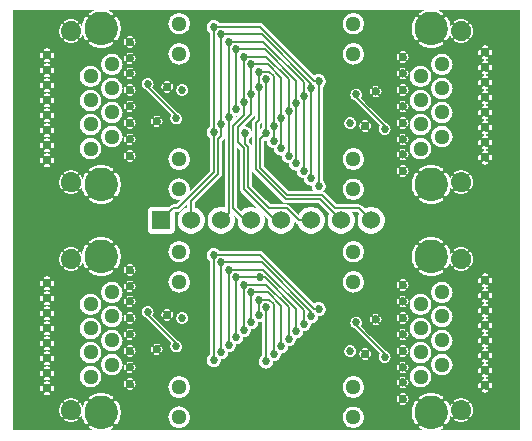
<source format=gbr>
G04 start of page 2 for group 0 idx 0 *
G04 Title: (unknown), top *
G04 Creator: pcb 4.2.0 *
G04 CreationDate: Wed Jul 29 20:49:24 2020 UTC *
G04 For: commonadmin *
G04 Format: Gerber/RS-274X *
G04 PCB-Dimensions (mil): 2000.00 2000.00 *
G04 PCB-Coordinate-Origin: lower left *
%MOIN*%
%FSLAX25Y25*%
%LNTOP*%
%ADD21C,0.0380*%
%ADD20C,0.0945*%
%ADD19C,0.0354*%
%ADD18C,0.0130*%
%ADD17C,0.0270*%
%ADD16C,0.0600*%
%ADD15C,0.0669*%
%ADD14C,0.1102*%
%ADD13C,0.0512*%
%ADD12C,0.0060*%
%ADD11C,0.0001*%
G54D11*G36*
X58577Y55801D02*X58886Y55537D01*
X59363Y55244D01*
X59881Y55030D01*
X60426Y54899D01*
X60984Y54855D01*
X61543Y54899D01*
X62087Y55030D01*
X62605Y55244D01*
X63083Y55537D01*
X63509Y55901D01*
X63872Y56327D01*
X64165Y56804D01*
X64380Y57322D01*
X64500Y57824D01*
Y54000D01*
X58577D01*
Y55801D01*
G37*
G36*
Y65840D02*X58886Y65576D01*
X59363Y65284D01*
X59881Y65069D01*
X60426Y64938D01*
X60984Y64895D01*
X61543Y64938D01*
X62087Y65069D01*
X62605Y65284D01*
X63083Y65576D01*
X63509Y65940D01*
X63872Y66366D01*
X64165Y66844D01*
X64380Y67361D01*
X64500Y67863D01*
Y59027D01*
X64380Y59528D01*
X64165Y60046D01*
X63872Y60524D01*
X63509Y60950D01*
X63083Y61313D01*
X62605Y61606D01*
X62087Y61821D01*
X61543Y61951D01*
X60984Y61995D01*
X60426Y61951D01*
X59881Y61821D01*
X59363Y61606D01*
X58886Y61313D01*
X58577Y61049D01*
Y65840D01*
G37*
G36*
X61997Y100087D02*X62087Y100109D01*
X62605Y100323D01*
X63083Y100616D01*
X63509Y100980D01*
X63872Y101406D01*
X64165Y101883D01*
X64380Y102401D01*
X64500Y102902D01*
Y69066D01*
X64380Y69568D01*
X64165Y70085D01*
X63872Y70563D01*
X63509Y70989D01*
X63083Y71353D01*
X62605Y71645D01*
X62087Y71860D01*
X61997Y71882D01*
Y89544D01*
X62000Y89544D01*
X62306Y89568D01*
X62604Y89640D01*
X62888Y89757D01*
X63150Y89918D01*
X63383Y90117D01*
X63582Y90350D01*
X63743Y90612D01*
X63860Y90896D01*
X63932Y91194D01*
X63950Y91500D01*
X63932Y91806D01*
X63860Y92104D01*
X63743Y92388D01*
X63582Y92650D01*
X63383Y92883D01*
X63150Y93082D01*
X62888Y93243D01*
X62604Y93360D01*
X62306Y93432D01*
X62000Y93456D01*
X61997Y93456D01*
Y100087D01*
G37*
G36*
X58577Y100880D02*X58886Y100616D01*
X59363Y100323D01*
X59881Y100109D01*
X60426Y99978D01*
X60984Y99934D01*
X61543Y99978D01*
X61997Y100087D01*
Y93456D01*
X61694Y93432D01*
X61396Y93360D01*
X61112Y93243D01*
X60850Y93082D01*
X60617Y92883D01*
X60418Y92650D01*
X60257Y92388D01*
X60140Y92104D01*
X60068Y91806D01*
X60044Y91500D01*
X60068Y91194D01*
X60140Y90896D01*
X60257Y90612D01*
X60418Y90350D01*
X60617Y90117D01*
X60850Y89918D01*
X61112Y89757D01*
X61396Y89640D01*
X61694Y89568D01*
X61997Y89544D01*
Y71882D01*
X61543Y71991D01*
X60984Y72035D01*
X60426Y71991D01*
X59881Y71860D01*
X59363Y71645D01*
X58886Y71353D01*
X58577Y71089D01*
Y80664D01*
X58617Y80617D01*
X58850Y80418D01*
X59112Y80257D01*
X59396Y80140D01*
X59694Y80068D01*
X60000Y80044D01*
X60306Y80068D01*
X60604Y80140D01*
X60888Y80257D01*
X61150Y80418D01*
X61383Y80617D01*
X61582Y80850D01*
X61743Y81112D01*
X61860Y81396D01*
X61932Y81694D01*
X61950Y82000D01*
X61932Y82306D01*
X61860Y82604D01*
X61743Y82888D01*
X61582Y83150D01*
X61383Y83383D01*
X61150Y83582D01*
X60888Y83743D01*
X60604Y83860D01*
X60352Y83921D01*
X58577Y85696D01*
Y91533D01*
X58612Y91543D01*
X58655Y91564D01*
X58694Y91590D01*
X58728Y91623D01*
X58757Y91660D01*
X58779Y91702D01*
X58848Y91871D01*
X58899Y92047D01*
X58933Y92226D01*
X58950Y92409D01*
Y92591D01*
X58933Y92774D01*
X58899Y92953D01*
X58848Y93129D01*
X58781Y93299D01*
X58759Y93341D01*
X58730Y93378D01*
X58695Y93411D01*
X58656Y93438D01*
X58613Y93458D01*
X58577Y93469D01*
Y100880D01*
G37*
G36*
Y110919D02*X58886Y110655D01*
X59363Y110362D01*
X59881Y110148D01*
X60426Y110017D01*
X60984Y109973D01*
X61543Y110017D01*
X62087Y110148D01*
X62605Y110362D01*
X63083Y110655D01*
X63509Y111019D01*
X63872Y111445D01*
X64165Y111923D01*
X64380Y112440D01*
X64500Y112942D01*
Y104105D01*
X64380Y104607D01*
X64165Y105125D01*
X63872Y105602D01*
X63509Y106028D01*
X63083Y106392D01*
X62605Y106685D01*
X62087Y106899D01*
X61543Y107030D01*
X60984Y107074D01*
X60426Y107030D01*
X59881Y106899D01*
X59363Y106685D01*
X58886Y106392D01*
X58577Y106128D01*
Y110919D01*
G37*
G36*
Y118000D02*X64500D01*
Y114145D01*
X64380Y114647D01*
X64165Y115164D01*
X63872Y115642D01*
X63509Y116068D01*
X63083Y116432D01*
X62605Y116724D01*
X62087Y116939D01*
X61543Y117069D01*
X60984Y117113D01*
X60426Y117069D01*
X59881Y116939D01*
X59363Y116724D01*
X58886Y116432D01*
X58577Y116167D01*
Y118000D01*
G37*
G36*
Y71089D02*X58460Y70989D01*
X58096Y70563D01*
X57803Y70085D01*
X57589Y69568D01*
X57458Y69023D01*
X57414Y68465D01*
X57458Y67906D01*
X57589Y67361D01*
X57803Y66844D01*
X58096Y66366D01*
X58460Y65940D01*
X58577Y65840D01*
Y61049D01*
X58460Y60950D01*
X58096Y60524D01*
X57803Y60046D01*
X57589Y59528D01*
X57458Y58984D01*
X57414Y58425D01*
X57458Y57867D01*
X57589Y57322D01*
X57803Y56804D01*
X58096Y56327D01*
X58460Y55901D01*
X58577Y55801D01*
Y54000D01*
X57001D01*
Y84726D01*
X58491Y83236D01*
X58418Y83150D01*
X58257Y82888D01*
X58140Y82604D01*
X58068Y82306D01*
X58044Y82000D01*
X58068Y81694D01*
X58140Y81396D01*
X58257Y81112D01*
X58418Y80850D01*
X58577Y80664D01*
Y71089D01*
G37*
G36*
X57001Y118000D02*X58577D01*
Y116167D01*
X58460Y116068D01*
X58096Y115642D01*
X57803Y115164D01*
X57589Y114647D01*
X57458Y114102D01*
X57414Y113543D01*
X57458Y112985D01*
X57589Y112440D01*
X57803Y111923D01*
X58096Y111445D01*
X58460Y111019D01*
X58577Y110919D01*
Y106128D01*
X58460Y106028D01*
X58096Y105602D01*
X57803Y105125D01*
X57589Y104607D01*
X57458Y104062D01*
X57414Y103504D01*
X57458Y102945D01*
X57589Y102401D01*
X57803Y101883D01*
X58096Y101406D01*
X58460Y100980D01*
X58577Y100880D01*
Y93469D01*
X58567Y93471D01*
X58520Y93478D01*
X58473Y93476D01*
X58426Y93467D01*
X58382Y93451D01*
X58340Y93429D01*
X58302Y93400D01*
X58270Y93365D01*
X58243Y93326D01*
X58223Y93283D01*
X58209Y93237D01*
X58203Y93190D01*
X58205Y93143D01*
X58214Y93096D01*
X58230Y93052D01*
X58278Y92935D01*
X58313Y92813D01*
X58337Y92689D01*
X58349Y92563D01*
Y92437D01*
X58337Y92311D01*
X58313Y92187D01*
X58278Y92065D01*
X58232Y91947D01*
X58215Y91903D01*
X58206Y91857D01*
X58205Y91810D01*
X58211Y91763D01*
X58224Y91718D01*
X58244Y91675D01*
X58271Y91636D01*
X58303Y91601D01*
X58341Y91573D01*
X58382Y91550D01*
X58427Y91534D01*
X58473Y91525D01*
X58520Y91524D01*
X58567Y91530D01*
X58577Y91533D01*
Y85696D01*
X57001Y87272D01*
Y90550D01*
X57091D01*
X57274Y90567D01*
X57453Y90601D01*
X57629Y90652D01*
X57799Y90719D01*
X57841Y90741D01*
X57878Y90770D01*
X57911Y90805D01*
X57938Y90844D01*
X57958Y90887D01*
X57971Y90933D01*
X57978Y90980D01*
X57976Y91027D01*
X57967Y91074D01*
X57951Y91118D01*
X57929Y91160D01*
X57900Y91198D01*
X57865Y91230D01*
X57826Y91257D01*
X57783Y91277D01*
X57737Y91291D01*
X57690Y91297D01*
X57643Y91295D01*
X57596Y91286D01*
X57552Y91270D01*
X57435Y91222D01*
X57313Y91187D01*
X57189Y91163D01*
X57063Y91151D01*
X57001D01*
Y93849D01*
X57063D01*
X57189Y93837D01*
X57313Y93813D01*
X57435Y93778D01*
X57553Y93732D01*
X57597Y93715D01*
X57643Y93706D01*
X57690Y93705D01*
X57737Y93711D01*
X57782Y93724D01*
X57825Y93744D01*
X57864Y93771D01*
X57899Y93803D01*
X57927Y93841D01*
X57950Y93882D01*
X57966Y93927D01*
X57975Y93973D01*
X57976Y94020D01*
X57970Y94067D01*
X57957Y94112D01*
X57936Y94155D01*
X57910Y94194D01*
X57877Y94228D01*
X57840Y94257D01*
X57798Y94279D01*
X57629Y94348D01*
X57453Y94399D01*
X57274Y94433D01*
X57091Y94450D01*
X57001D01*
Y118000D01*
G37*
G36*
Y54000D02*X55247D01*
Y80147D01*
X55257Y80160D01*
X55279Y80202D01*
X55348Y80371D01*
X55399Y80547D01*
X55433Y80726D01*
X55450Y80909D01*
Y81091D01*
X55433Y81274D01*
X55399Y81453D01*
X55348Y81629D01*
X55281Y81799D01*
X55259Y81841D01*
X55247Y81856D01*
Y86480D01*
X57001Y84726D01*
Y54000D01*
G37*
G36*
X55247Y118000D02*X57001D01*
Y94450D01*
X56909D01*
X56726Y94433D01*
X56547Y94399D01*
X56371Y94348D01*
X56201Y94281D01*
X56159Y94259D01*
X56122Y94230D01*
X56089Y94195D01*
X56062Y94156D01*
X56042Y94113D01*
X56029Y94067D01*
X56022Y94020D01*
X56024Y93973D01*
X56033Y93926D01*
X56049Y93882D01*
X56071Y93840D01*
X56100Y93802D01*
X56135Y93770D01*
X56174Y93743D01*
X56217Y93723D01*
X56263Y93709D01*
X56310Y93703D01*
X56357Y93705D01*
X56404Y93714D01*
X56448Y93730D01*
X56565Y93778D01*
X56687Y93813D01*
X56811Y93837D01*
X56937Y93849D01*
X57001D01*
Y91151D01*
X56937D01*
X56811Y91163D01*
X56687Y91187D01*
X56565Y91222D01*
X56447Y91268D01*
X56403Y91285D01*
X56357Y91294D01*
X56310Y91295D01*
X56263Y91289D01*
X56218Y91276D01*
X56175Y91256D01*
X56136Y91229D01*
X56101Y91197D01*
X56073Y91159D01*
X56050Y91118D01*
X56034Y91073D01*
X56025Y91027D01*
X56024Y90980D01*
X56030Y90933D01*
X56043Y90888D01*
X56064Y90845D01*
X56090Y90806D01*
X56123Y90772D01*
X56160Y90743D01*
X56202Y90721D01*
X56371Y90652D01*
X56547Y90601D01*
X56726Y90567D01*
X56909Y90550D01*
X57001D01*
Y87272D01*
X55247Y89026D01*
Y91652D01*
X55270Y91622D01*
X55305Y91589D01*
X55344Y91562D01*
X55387Y91542D01*
X55433Y91529D01*
X55480Y91522D01*
X55527Y91524D01*
X55574Y91533D01*
X55618Y91549D01*
X55660Y91571D01*
X55698Y91600D01*
X55730Y91635D01*
X55757Y91674D01*
X55777Y91717D01*
X55791Y91763D01*
X55797Y91810D01*
X55795Y91857D01*
X55786Y91904D01*
X55770Y91948D01*
X55722Y92065D01*
X55687Y92187D01*
X55663Y92311D01*
X55651Y92437D01*
Y92563D01*
X55663Y92689D01*
X55687Y92813D01*
X55722Y92935D01*
X55768Y93053D01*
X55785Y93097D01*
X55794Y93143D01*
X55795Y93190D01*
X55789Y93237D01*
X55776Y93282D01*
X55756Y93325D01*
X55729Y93364D01*
X55697Y93399D01*
X55659Y93427D01*
X55618Y93450D01*
X55573Y93466D01*
X55527Y93475D01*
X55480Y93476D01*
X55433Y93470D01*
X55388Y93457D01*
X55345Y93436D01*
X55306Y93410D01*
X55272Y93377D01*
X55247Y93346D01*
Y118000D01*
G37*
G36*
X53501Y88226D02*X55247Y86480D01*
Y81856D01*
X55230Y81878D01*
X55195Y81911D01*
X55156Y81938D01*
X55113Y81958D01*
X55067Y81971D01*
X55020Y81978D01*
X54973Y81976D01*
X54926Y81967D01*
X54882Y81951D01*
X54840Y81929D01*
X54802Y81900D01*
X54770Y81865D01*
X54743Y81826D01*
X54723Y81783D01*
X54709Y81737D01*
X54703Y81690D01*
X54705Y81643D01*
X54714Y81596D01*
X54730Y81552D01*
X54778Y81435D01*
X54813Y81313D01*
X54837Y81189D01*
X54849Y81063D01*
Y80937D01*
X54837Y80811D01*
X54813Y80687D01*
X54778Y80565D01*
X54732Y80447D01*
X54715Y80403D01*
X54706Y80357D01*
X54705Y80310D01*
X54711Y80263D01*
X54724Y80218D01*
X54744Y80175D01*
X54771Y80136D01*
X54803Y80101D01*
X54841Y80073D01*
X54882Y80050D01*
X54927Y80034D01*
X54973Y80025D01*
X55020Y80024D01*
X55067Y80030D01*
X55112Y80043D01*
X55155Y80064D01*
X55194Y80090D01*
X55228Y80123D01*
X55247Y80147D01*
Y54000D01*
X53501D01*
Y79050D01*
X53591D01*
X53774Y79067D01*
X53953Y79101D01*
X54129Y79152D01*
X54299Y79219D01*
X54341Y79241D01*
X54378Y79270D01*
X54411Y79305D01*
X54438Y79344D01*
X54458Y79387D01*
X54471Y79433D01*
X54478Y79480D01*
X54476Y79527D01*
X54467Y79574D01*
X54451Y79618D01*
X54429Y79660D01*
X54400Y79698D01*
X54365Y79730D01*
X54326Y79757D01*
X54283Y79777D01*
X54237Y79791D01*
X54190Y79797D01*
X54143Y79795D01*
X54096Y79786D01*
X54052Y79770D01*
X53935Y79722D01*
X53813Y79687D01*
X53689Y79663D01*
X53563Y79651D01*
X53501D01*
Y82349D01*
X53563D01*
X53689Y82337D01*
X53813Y82313D01*
X53935Y82278D01*
X54053Y82232D01*
X54097Y82215D01*
X54143Y82206D01*
X54190Y82205D01*
X54237Y82211D01*
X54282Y82224D01*
X54325Y82244D01*
X54364Y82271D01*
X54399Y82303D01*
X54427Y82341D01*
X54450Y82382D01*
X54466Y82427D01*
X54475Y82473D01*
X54476Y82520D01*
X54470Y82567D01*
X54457Y82612D01*
X54436Y82655D01*
X54410Y82694D01*
X54377Y82728D01*
X54340Y82757D01*
X54298Y82779D01*
X54129Y82848D01*
X53953Y82899D01*
X53774Y82933D01*
X53591Y82950D01*
X53501D01*
Y88226D01*
G37*
G36*
Y118000D02*X55247D01*
Y93346D01*
X55243Y93340D01*
X55221Y93298D01*
X55152Y93129D01*
X55101Y92953D01*
X55067Y92774D01*
X55050Y92591D01*
Y92409D01*
X55067Y92226D01*
X55101Y92047D01*
X55152Y91871D01*
X55219Y91701D01*
X55241Y91659D01*
X55247Y91652D01*
Y89026D01*
X53501Y90772D01*
Y118000D01*
G37*
G36*
X51923Y89804D02*X53501Y88226D01*
Y82950D01*
X53409D01*
X53226Y82933D01*
X53047Y82899D01*
X52871Y82848D01*
X52701Y82781D01*
X52659Y82759D01*
X52622Y82730D01*
X52589Y82695D01*
X52562Y82656D01*
X52542Y82613D01*
X52529Y82567D01*
X52522Y82520D01*
X52524Y82473D01*
X52533Y82426D01*
X52549Y82382D01*
X52571Y82340D01*
X52600Y82302D01*
X52635Y82270D01*
X52674Y82243D01*
X52717Y82223D01*
X52763Y82209D01*
X52810Y82203D01*
X52857Y82205D01*
X52904Y82214D01*
X52948Y82230D01*
X53065Y82278D01*
X53187Y82313D01*
X53311Y82337D01*
X53437Y82349D01*
X53501D01*
Y79651D01*
X53437D01*
X53311Y79663D01*
X53187Y79687D01*
X53065Y79722D01*
X52947Y79768D01*
X52903Y79785D01*
X52857Y79794D01*
X52810Y79795D01*
X52763Y79789D01*
X52718Y79776D01*
X52675Y79756D01*
X52636Y79729D01*
X52601Y79697D01*
X52573Y79659D01*
X52550Y79618D01*
X52534Y79573D01*
X52525Y79527D01*
X52524Y79480D01*
X52530Y79433D01*
X52543Y79388D01*
X52564Y79345D01*
X52590Y79306D01*
X52623Y79272D01*
X52660Y79243D01*
X52702Y79221D01*
X52871Y79152D01*
X53047Y79101D01*
X53226Y79067D01*
X53409Y79050D01*
X53501D01*
Y54000D01*
X51923D01*
Y80031D01*
X51933Y80029D01*
X51980Y80022D01*
X52027Y80024D01*
X52074Y80033D01*
X52118Y80049D01*
X52160Y80071D01*
X52198Y80100D01*
X52230Y80135D01*
X52257Y80174D01*
X52277Y80217D01*
X52291Y80263D01*
X52297Y80310D01*
X52295Y80357D01*
X52286Y80404D01*
X52270Y80448D01*
X52222Y80565D01*
X52187Y80687D01*
X52163Y80811D01*
X52151Y80937D01*
Y81063D01*
X52163Y81189D01*
X52187Y81313D01*
X52222Y81435D01*
X52268Y81553D01*
X52285Y81597D01*
X52294Y81643D01*
X52295Y81690D01*
X52289Y81737D01*
X52276Y81782D01*
X52256Y81825D01*
X52229Y81864D01*
X52197Y81899D01*
X52159Y81927D01*
X52118Y81950D01*
X52073Y81966D01*
X52027Y81975D01*
X51980Y81976D01*
X51933Y81970D01*
X51923Y81967D01*
Y89804D01*
G37*
G36*
Y118000D02*X53501D01*
Y90772D01*
X52009Y92264D01*
X52082Y92350D01*
X52243Y92612D01*
X52360Y92896D01*
X52432Y93194D01*
X52450Y93500D01*
X52432Y93806D01*
X52360Y94104D01*
X52243Y94388D01*
X52082Y94650D01*
X51923Y94836D01*
Y118000D01*
G37*
G36*
X46077D02*X51923D01*
Y94836D01*
X51883Y94883D01*
X51650Y95082D01*
X51388Y95243D01*
X51104Y95360D01*
X50806Y95432D01*
X50500Y95456D01*
X50194Y95432D01*
X49896Y95360D01*
X49612Y95243D01*
X49350Y95082D01*
X49117Y94883D01*
X48918Y94650D01*
X48757Y94388D01*
X48640Y94104D01*
X48568Y93806D01*
X48544Y93500D01*
X48568Y93194D01*
X48640Y92896D01*
X48757Y92612D01*
X48918Y92350D01*
X49117Y92117D01*
X49350Y91918D01*
X49612Y91757D01*
X49896Y91640D01*
X50148Y91579D01*
X51923Y89804D01*
Y81967D01*
X51888Y81957D01*
X51845Y81936D01*
X51806Y81910D01*
X51772Y81877D01*
X51743Y81840D01*
X51721Y81798D01*
X51652Y81629D01*
X51601Y81453D01*
X51567Y81274D01*
X51550Y81091D01*
Y80909D01*
X51567Y80726D01*
X51601Y80547D01*
X51652Y80371D01*
X51719Y80201D01*
X51741Y80159D01*
X51770Y80122D01*
X51805Y80089D01*
X51844Y80062D01*
X51887Y80042D01*
X51923Y80031D01*
Y54000D01*
X46077D01*
Y68533D01*
X46112Y68543D01*
X46155Y68564D01*
X46194Y68590D01*
X46228Y68623D01*
X46257Y68660D01*
X46279Y68702D01*
X46348Y68871D01*
X46399Y69047D01*
X46433Y69226D01*
X46450Y69409D01*
Y69591D01*
X46433Y69774D01*
X46399Y69953D01*
X46348Y70129D01*
X46281Y70299D01*
X46259Y70341D01*
X46230Y70378D01*
X46195Y70411D01*
X46156Y70438D01*
X46113Y70458D01*
X46077Y70469D01*
Y74033D01*
X46112Y74043D01*
X46155Y74064D01*
X46194Y74090D01*
X46228Y74123D01*
X46257Y74160D01*
X46279Y74202D01*
X46348Y74371D01*
X46399Y74547D01*
X46433Y74726D01*
X46450Y74909D01*
Y75091D01*
X46433Y75274D01*
X46399Y75453D01*
X46348Y75629D01*
X46281Y75799D01*
X46259Y75841D01*
X46230Y75878D01*
X46195Y75911D01*
X46156Y75938D01*
X46113Y75958D01*
X46077Y75969D01*
Y79533D01*
X46112Y79543D01*
X46155Y79564D01*
X46194Y79590D01*
X46228Y79623D01*
X46257Y79660D01*
X46279Y79702D01*
X46348Y79871D01*
X46399Y80047D01*
X46433Y80226D01*
X46450Y80409D01*
Y80591D01*
X46433Y80774D01*
X46399Y80953D01*
X46348Y81129D01*
X46281Y81299D01*
X46259Y81341D01*
X46230Y81378D01*
X46195Y81411D01*
X46156Y81438D01*
X46113Y81458D01*
X46077Y81469D01*
Y85033D01*
X46112Y85043D01*
X46155Y85064D01*
X46194Y85090D01*
X46228Y85123D01*
X46257Y85160D01*
X46279Y85202D01*
X46348Y85371D01*
X46399Y85547D01*
X46433Y85726D01*
X46450Y85909D01*
Y86091D01*
X46433Y86274D01*
X46399Y86453D01*
X46348Y86629D01*
X46281Y86799D01*
X46259Y86841D01*
X46230Y86878D01*
X46195Y86911D01*
X46156Y86938D01*
X46113Y86958D01*
X46077Y86969D01*
Y90533D01*
X46112Y90543D01*
X46155Y90564D01*
X46194Y90590D01*
X46228Y90623D01*
X46257Y90660D01*
X46279Y90702D01*
X46348Y90871D01*
X46399Y91047D01*
X46433Y91226D01*
X46450Y91409D01*
Y91591D01*
X46433Y91774D01*
X46399Y91953D01*
X46348Y92129D01*
X46281Y92299D01*
X46259Y92341D01*
X46230Y92378D01*
X46195Y92411D01*
X46156Y92438D01*
X46113Y92458D01*
X46077Y92469D01*
Y96033D01*
X46112Y96043D01*
X46155Y96064D01*
X46194Y96090D01*
X46228Y96123D01*
X46257Y96160D01*
X46279Y96202D01*
X46348Y96371D01*
X46399Y96547D01*
X46433Y96726D01*
X46450Y96909D01*
Y97091D01*
X46433Y97274D01*
X46399Y97453D01*
X46348Y97629D01*
X46281Y97799D01*
X46259Y97841D01*
X46230Y97878D01*
X46195Y97911D01*
X46156Y97938D01*
X46113Y97958D01*
X46077Y97969D01*
Y101033D01*
X46112Y101043D01*
X46155Y101064D01*
X46194Y101090D01*
X46228Y101123D01*
X46257Y101160D01*
X46279Y101202D01*
X46348Y101371D01*
X46399Y101547D01*
X46433Y101726D01*
X46450Y101909D01*
Y102091D01*
X46433Y102274D01*
X46399Y102453D01*
X46348Y102629D01*
X46281Y102799D01*
X46259Y102841D01*
X46230Y102878D01*
X46195Y102911D01*
X46156Y102938D01*
X46113Y102958D01*
X46077Y102969D01*
Y106533D01*
X46112Y106543D01*
X46155Y106564D01*
X46194Y106590D01*
X46228Y106623D01*
X46257Y106660D01*
X46279Y106702D01*
X46348Y106871D01*
X46399Y107047D01*
X46433Y107226D01*
X46450Y107409D01*
Y107591D01*
X46433Y107774D01*
X46399Y107953D01*
X46348Y108129D01*
X46281Y108299D01*
X46259Y108341D01*
X46230Y108378D01*
X46195Y108411D01*
X46156Y108438D01*
X46113Y108458D01*
X46077Y108469D01*
Y118000D01*
G37*
G36*
X44501D02*X46077D01*
Y108469D01*
X46067Y108471D01*
X46020Y108478D01*
X45973Y108476D01*
X45926Y108467D01*
X45882Y108451D01*
X45840Y108429D01*
X45802Y108400D01*
X45770Y108365D01*
X45743Y108326D01*
X45723Y108283D01*
X45709Y108237D01*
X45703Y108190D01*
X45705Y108143D01*
X45714Y108096D01*
X45730Y108052D01*
X45778Y107935D01*
X45813Y107813D01*
X45837Y107689D01*
X45849Y107563D01*
Y107437D01*
X45837Y107311D01*
X45813Y107187D01*
X45778Y107065D01*
X45732Y106947D01*
X45715Y106903D01*
X45706Y106857D01*
X45705Y106810D01*
X45711Y106763D01*
X45724Y106718D01*
X45744Y106675D01*
X45771Y106636D01*
X45803Y106601D01*
X45841Y106573D01*
X45882Y106550D01*
X45927Y106534D01*
X45973Y106525D01*
X46020Y106524D01*
X46067Y106530D01*
X46077Y106533D01*
Y102969D01*
X46067Y102971D01*
X46020Y102978D01*
X45973Y102976D01*
X45926Y102967D01*
X45882Y102951D01*
X45840Y102929D01*
X45802Y102900D01*
X45770Y102865D01*
X45743Y102826D01*
X45723Y102783D01*
X45709Y102737D01*
X45703Y102690D01*
X45705Y102643D01*
X45714Y102596D01*
X45730Y102552D01*
X45778Y102435D01*
X45813Y102313D01*
X45837Y102189D01*
X45849Y102063D01*
Y101937D01*
X45837Y101811D01*
X45813Y101687D01*
X45778Y101565D01*
X45732Y101447D01*
X45715Y101403D01*
X45706Y101357D01*
X45705Y101310D01*
X45711Y101263D01*
X45724Y101218D01*
X45744Y101175D01*
X45771Y101136D01*
X45803Y101101D01*
X45841Y101073D01*
X45882Y101050D01*
X45927Y101034D01*
X45973Y101025D01*
X46020Y101024D01*
X46067Y101030D01*
X46077Y101033D01*
Y97969D01*
X46067Y97971D01*
X46020Y97978D01*
X45973Y97976D01*
X45926Y97967D01*
X45882Y97951D01*
X45840Y97929D01*
X45802Y97900D01*
X45770Y97865D01*
X45743Y97826D01*
X45723Y97783D01*
X45709Y97737D01*
X45703Y97690D01*
X45705Y97643D01*
X45714Y97596D01*
X45730Y97552D01*
X45778Y97435D01*
X45813Y97313D01*
X45837Y97189D01*
X45849Y97063D01*
Y96937D01*
X45837Y96811D01*
X45813Y96687D01*
X45778Y96565D01*
X45732Y96447D01*
X45715Y96403D01*
X45706Y96357D01*
X45705Y96310D01*
X45711Y96263D01*
X45724Y96218D01*
X45744Y96175D01*
X45771Y96136D01*
X45803Y96101D01*
X45841Y96073D01*
X45882Y96050D01*
X45927Y96034D01*
X45973Y96025D01*
X46020Y96024D01*
X46067Y96030D01*
X46077Y96033D01*
Y92469D01*
X46067Y92471D01*
X46020Y92478D01*
X45973Y92476D01*
X45926Y92467D01*
X45882Y92451D01*
X45840Y92429D01*
X45802Y92400D01*
X45770Y92365D01*
X45743Y92326D01*
X45723Y92283D01*
X45709Y92237D01*
X45703Y92190D01*
X45705Y92143D01*
X45714Y92096D01*
X45730Y92052D01*
X45778Y91935D01*
X45813Y91813D01*
X45837Y91689D01*
X45849Y91563D01*
Y91437D01*
X45837Y91311D01*
X45813Y91187D01*
X45778Y91065D01*
X45732Y90947D01*
X45715Y90903D01*
X45706Y90857D01*
X45705Y90810D01*
X45711Y90763D01*
X45724Y90718D01*
X45744Y90675D01*
X45771Y90636D01*
X45803Y90601D01*
X45841Y90573D01*
X45882Y90550D01*
X45927Y90534D01*
X45973Y90525D01*
X46020Y90524D01*
X46067Y90530D01*
X46077Y90533D01*
Y86969D01*
X46067Y86971D01*
X46020Y86978D01*
X45973Y86976D01*
X45926Y86967D01*
X45882Y86951D01*
X45840Y86929D01*
X45802Y86900D01*
X45770Y86865D01*
X45743Y86826D01*
X45723Y86783D01*
X45709Y86737D01*
X45703Y86690D01*
X45705Y86643D01*
X45714Y86596D01*
X45730Y86552D01*
X45778Y86435D01*
X45813Y86313D01*
X45837Y86189D01*
X45849Y86063D01*
Y85937D01*
X45837Y85811D01*
X45813Y85687D01*
X45778Y85565D01*
X45732Y85447D01*
X45715Y85403D01*
X45706Y85357D01*
X45705Y85310D01*
X45711Y85263D01*
X45724Y85218D01*
X45744Y85175D01*
X45771Y85136D01*
X45803Y85101D01*
X45841Y85073D01*
X45882Y85050D01*
X45927Y85034D01*
X45973Y85025D01*
X46020Y85024D01*
X46067Y85030D01*
X46077Y85033D01*
Y81469D01*
X46067Y81471D01*
X46020Y81478D01*
X45973Y81476D01*
X45926Y81467D01*
X45882Y81451D01*
X45840Y81429D01*
X45802Y81400D01*
X45770Y81365D01*
X45743Y81326D01*
X45723Y81283D01*
X45709Y81237D01*
X45703Y81190D01*
X45705Y81143D01*
X45714Y81096D01*
X45730Y81052D01*
X45778Y80935D01*
X45813Y80813D01*
X45837Y80689D01*
X45849Y80563D01*
Y80437D01*
X45837Y80311D01*
X45813Y80187D01*
X45778Y80065D01*
X45732Y79947D01*
X45715Y79903D01*
X45706Y79857D01*
X45705Y79810D01*
X45711Y79763D01*
X45724Y79718D01*
X45744Y79675D01*
X45771Y79636D01*
X45803Y79601D01*
X45841Y79573D01*
X45882Y79550D01*
X45927Y79534D01*
X45973Y79525D01*
X46020Y79524D01*
X46067Y79530D01*
X46077Y79533D01*
Y75969D01*
X46067Y75971D01*
X46020Y75978D01*
X45973Y75976D01*
X45926Y75967D01*
X45882Y75951D01*
X45840Y75929D01*
X45802Y75900D01*
X45770Y75865D01*
X45743Y75826D01*
X45723Y75783D01*
X45709Y75737D01*
X45703Y75690D01*
X45705Y75643D01*
X45714Y75596D01*
X45730Y75552D01*
X45778Y75435D01*
X45813Y75313D01*
X45837Y75189D01*
X45849Y75063D01*
Y74937D01*
X45837Y74811D01*
X45813Y74687D01*
X45778Y74565D01*
X45732Y74447D01*
X45715Y74403D01*
X45706Y74357D01*
X45705Y74310D01*
X45711Y74263D01*
X45724Y74218D01*
X45744Y74175D01*
X45771Y74136D01*
X45803Y74101D01*
X45841Y74073D01*
X45882Y74050D01*
X45927Y74034D01*
X45973Y74025D01*
X46020Y74024D01*
X46067Y74030D01*
X46077Y74033D01*
Y70469D01*
X46067Y70471D01*
X46020Y70478D01*
X45973Y70476D01*
X45926Y70467D01*
X45882Y70451D01*
X45840Y70429D01*
X45802Y70400D01*
X45770Y70365D01*
X45743Y70326D01*
X45723Y70283D01*
X45709Y70237D01*
X45703Y70190D01*
X45705Y70143D01*
X45714Y70096D01*
X45730Y70052D01*
X45778Y69935D01*
X45813Y69813D01*
X45837Y69689D01*
X45849Y69563D01*
Y69437D01*
X45837Y69311D01*
X45813Y69187D01*
X45778Y69065D01*
X45732Y68947D01*
X45715Y68903D01*
X45706Y68857D01*
X45705Y68810D01*
X45711Y68763D01*
X45724Y68718D01*
X45744Y68675D01*
X45771Y68636D01*
X45803Y68601D01*
X45841Y68573D01*
X45882Y68550D01*
X45927Y68534D01*
X45973Y68525D01*
X46020Y68524D01*
X46067Y68530D01*
X46077Y68533D01*
Y54000D01*
X44501D01*
Y67550D01*
X44591D01*
X44774Y67567D01*
X44953Y67601D01*
X45129Y67652D01*
X45299Y67719D01*
X45341Y67741D01*
X45378Y67770D01*
X45411Y67805D01*
X45438Y67844D01*
X45458Y67887D01*
X45471Y67933D01*
X45478Y67980D01*
X45476Y68027D01*
X45467Y68074D01*
X45451Y68118D01*
X45429Y68160D01*
X45400Y68198D01*
X45365Y68230D01*
X45326Y68257D01*
X45283Y68277D01*
X45237Y68291D01*
X45190Y68297D01*
X45143Y68295D01*
X45096Y68286D01*
X45052Y68270D01*
X44935Y68222D01*
X44813Y68187D01*
X44689Y68163D01*
X44563Y68151D01*
X44501D01*
Y70849D01*
X44563D01*
X44689Y70837D01*
X44813Y70813D01*
X44935Y70778D01*
X45053Y70732D01*
X45097Y70715D01*
X45143Y70706D01*
X45190Y70705D01*
X45237Y70711D01*
X45282Y70724D01*
X45325Y70744D01*
X45364Y70771D01*
X45399Y70803D01*
X45427Y70841D01*
X45450Y70882D01*
X45466Y70927D01*
X45475Y70973D01*
X45476Y71020D01*
X45470Y71067D01*
X45457Y71112D01*
X45436Y71155D01*
X45410Y71194D01*
X45377Y71228D01*
X45340Y71257D01*
X45298Y71279D01*
X45129Y71348D01*
X44953Y71399D01*
X44774Y71433D01*
X44591Y71450D01*
X44501D01*
Y73050D01*
X44591D01*
X44774Y73067D01*
X44953Y73101D01*
X45129Y73152D01*
X45299Y73219D01*
X45341Y73241D01*
X45378Y73270D01*
X45411Y73305D01*
X45438Y73344D01*
X45458Y73387D01*
X45471Y73433D01*
X45478Y73480D01*
X45476Y73527D01*
X45467Y73574D01*
X45451Y73618D01*
X45429Y73660D01*
X45400Y73698D01*
X45365Y73730D01*
X45326Y73757D01*
X45283Y73777D01*
X45237Y73791D01*
X45190Y73797D01*
X45143Y73795D01*
X45096Y73786D01*
X45052Y73770D01*
X44935Y73722D01*
X44813Y73687D01*
X44689Y73663D01*
X44563Y73651D01*
X44501D01*
Y76349D01*
X44563D01*
X44689Y76337D01*
X44813Y76313D01*
X44935Y76278D01*
X45053Y76232D01*
X45097Y76215D01*
X45143Y76206D01*
X45190Y76205D01*
X45237Y76211D01*
X45282Y76224D01*
X45325Y76244D01*
X45364Y76271D01*
X45399Y76303D01*
X45427Y76341D01*
X45450Y76382D01*
X45466Y76427D01*
X45475Y76473D01*
X45476Y76520D01*
X45470Y76567D01*
X45457Y76612D01*
X45436Y76655D01*
X45410Y76694D01*
X45377Y76728D01*
X45340Y76757D01*
X45298Y76779D01*
X45129Y76848D01*
X44953Y76899D01*
X44774Y76933D01*
X44591Y76950D01*
X44501D01*
Y78550D01*
X44591D01*
X44774Y78567D01*
X44953Y78601D01*
X45129Y78652D01*
X45299Y78719D01*
X45341Y78741D01*
X45378Y78770D01*
X45411Y78805D01*
X45438Y78844D01*
X45458Y78887D01*
X45471Y78933D01*
X45478Y78980D01*
X45476Y79027D01*
X45467Y79074D01*
X45451Y79118D01*
X45429Y79160D01*
X45400Y79198D01*
X45365Y79230D01*
X45326Y79257D01*
X45283Y79277D01*
X45237Y79291D01*
X45190Y79297D01*
X45143Y79295D01*
X45096Y79286D01*
X45052Y79270D01*
X44935Y79222D01*
X44813Y79187D01*
X44689Y79163D01*
X44563Y79151D01*
X44501D01*
Y81849D01*
X44563D01*
X44689Y81837D01*
X44813Y81813D01*
X44935Y81778D01*
X45053Y81732D01*
X45097Y81715D01*
X45143Y81706D01*
X45190Y81705D01*
X45237Y81711D01*
X45282Y81724D01*
X45325Y81744D01*
X45364Y81771D01*
X45399Y81803D01*
X45427Y81841D01*
X45450Y81882D01*
X45466Y81927D01*
X45475Y81973D01*
X45476Y82020D01*
X45470Y82067D01*
X45457Y82112D01*
X45436Y82155D01*
X45410Y82194D01*
X45377Y82228D01*
X45340Y82257D01*
X45298Y82279D01*
X45129Y82348D01*
X44953Y82399D01*
X44774Y82433D01*
X44591Y82450D01*
X44501D01*
Y84050D01*
X44591D01*
X44774Y84067D01*
X44953Y84101D01*
X45129Y84152D01*
X45299Y84219D01*
X45341Y84241D01*
X45378Y84270D01*
X45411Y84305D01*
X45438Y84344D01*
X45458Y84387D01*
X45471Y84433D01*
X45478Y84480D01*
X45476Y84527D01*
X45467Y84574D01*
X45451Y84618D01*
X45429Y84660D01*
X45400Y84698D01*
X45365Y84730D01*
X45326Y84757D01*
X45283Y84777D01*
X45237Y84791D01*
X45190Y84797D01*
X45143Y84795D01*
X45096Y84786D01*
X45052Y84770D01*
X44935Y84722D01*
X44813Y84687D01*
X44689Y84663D01*
X44563Y84651D01*
X44501D01*
Y87349D01*
X44563D01*
X44689Y87337D01*
X44813Y87313D01*
X44935Y87278D01*
X45053Y87232D01*
X45097Y87215D01*
X45143Y87206D01*
X45190Y87205D01*
X45237Y87211D01*
X45282Y87224D01*
X45325Y87244D01*
X45364Y87271D01*
X45399Y87303D01*
X45427Y87341D01*
X45450Y87382D01*
X45466Y87427D01*
X45475Y87473D01*
X45476Y87520D01*
X45470Y87567D01*
X45457Y87612D01*
X45436Y87655D01*
X45410Y87694D01*
X45377Y87728D01*
X45340Y87757D01*
X45298Y87779D01*
X45129Y87848D01*
X44953Y87899D01*
X44774Y87933D01*
X44591Y87950D01*
X44501D01*
Y89550D01*
X44591D01*
X44774Y89567D01*
X44953Y89601D01*
X45129Y89652D01*
X45299Y89719D01*
X45341Y89741D01*
X45378Y89770D01*
X45411Y89805D01*
X45438Y89844D01*
X45458Y89887D01*
X45471Y89933D01*
X45478Y89980D01*
X45476Y90027D01*
X45467Y90074D01*
X45451Y90118D01*
X45429Y90160D01*
X45400Y90198D01*
X45365Y90230D01*
X45326Y90257D01*
X45283Y90277D01*
X45237Y90291D01*
X45190Y90297D01*
X45143Y90295D01*
X45096Y90286D01*
X45052Y90270D01*
X44935Y90222D01*
X44813Y90187D01*
X44689Y90163D01*
X44563Y90151D01*
X44501D01*
Y92849D01*
X44563D01*
X44689Y92837D01*
X44813Y92813D01*
X44935Y92778D01*
X45053Y92732D01*
X45097Y92715D01*
X45143Y92706D01*
X45190Y92705D01*
X45237Y92711D01*
X45282Y92724D01*
X45325Y92744D01*
X45364Y92771D01*
X45399Y92803D01*
X45427Y92841D01*
X45450Y92882D01*
X45466Y92927D01*
X45475Y92973D01*
X45476Y93020D01*
X45470Y93067D01*
X45457Y93112D01*
X45436Y93155D01*
X45410Y93194D01*
X45377Y93228D01*
X45340Y93257D01*
X45298Y93279D01*
X45129Y93348D01*
X44953Y93399D01*
X44774Y93433D01*
X44591Y93450D01*
X44501D01*
Y95050D01*
X44591D01*
X44774Y95067D01*
X44953Y95101D01*
X45129Y95152D01*
X45299Y95219D01*
X45341Y95241D01*
X45378Y95270D01*
X45411Y95305D01*
X45438Y95344D01*
X45458Y95387D01*
X45471Y95433D01*
X45478Y95480D01*
X45476Y95527D01*
X45467Y95574D01*
X45451Y95618D01*
X45429Y95660D01*
X45400Y95698D01*
X45365Y95730D01*
X45326Y95757D01*
X45283Y95777D01*
X45237Y95791D01*
X45190Y95797D01*
X45143Y95795D01*
X45096Y95786D01*
X45052Y95770D01*
X44935Y95722D01*
X44813Y95687D01*
X44689Y95663D01*
X44563Y95651D01*
X44501D01*
Y98349D01*
X44563D01*
X44689Y98337D01*
X44813Y98313D01*
X44935Y98278D01*
X45053Y98232D01*
X45097Y98215D01*
X45143Y98206D01*
X45190Y98205D01*
X45237Y98211D01*
X45282Y98224D01*
X45325Y98244D01*
X45364Y98271D01*
X45399Y98303D01*
X45427Y98341D01*
X45450Y98382D01*
X45466Y98427D01*
X45475Y98473D01*
X45476Y98520D01*
X45470Y98567D01*
X45457Y98612D01*
X45436Y98655D01*
X45410Y98694D01*
X45377Y98728D01*
X45340Y98757D01*
X45298Y98779D01*
X45129Y98848D01*
X44953Y98899D01*
X44774Y98933D01*
X44591Y98950D01*
X44501D01*
Y100050D01*
X44591D01*
X44774Y100067D01*
X44953Y100101D01*
X45129Y100152D01*
X45299Y100219D01*
X45341Y100241D01*
X45378Y100270D01*
X45411Y100305D01*
X45438Y100344D01*
X45458Y100387D01*
X45471Y100433D01*
X45478Y100480D01*
X45476Y100527D01*
X45467Y100574D01*
X45451Y100618D01*
X45429Y100660D01*
X45400Y100698D01*
X45365Y100730D01*
X45326Y100757D01*
X45283Y100777D01*
X45237Y100791D01*
X45190Y100797D01*
X45143Y100795D01*
X45096Y100786D01*
X45052Y100770D01*
X44935Y100722D01*
X44813Y100687D01*
X44689Y100663D01*
X44563Y100651D01*
X44501D01*
Y103349D01*
X44563D01*
X44689Y103337D01*
X44813Y103313D01*
X44935Y103278D01*
X45053Y103232D01*
X45097Y103215D01*
X45143Y103206D01*
X45190Y103205D01*
X45237Y103211D01*
X45282Y103224D01*
X45325Y103244D01*
X45364Y103271D01*
X45399Y103303D01*
X45427Y103341D01*
X45450Y103382D01*
X45466Y103427D01*
X45475Y103473D01*
X45476Y103520D01*
X45470Y103567D01*
X45457Y103612D01*
X45436Y103655D01*
X45410Y103694D01*
X45377Y103728D01*
X45340Y103757D01*
X45298Y103779D01*
X45129Y103848D01*
X44953Y103899D01*
X44774Y103933D01*
X44591Y103950D01*
X44501D01*
Y105550D01*
X44591D01*
X44774Y105567D01*
X44953Y105601D01*
X45129Y105652D01*
X45299Y105719D01*
X45341Y105741D01*
X45378Y105770D01*
X45411Y105805D01*
X45438Y105844D01*
X45458Y105887D01*
X45471Y105933D01*
X45478Y105980D01*
X45476Y106027D01*
X45467Y106074D01*
X45451Y106118D01*
X45429Y106160D01*
X45400Y106198D01*
X45365Y106230D01*
X45326Y106257D01*
X45283Y106277D01*
X45237Y106291D01*
X45190Y106297D01*
X45143Y106295D01*
X45096Y106286D01*
X45052Y106270D01*
X44935Y106222D01*
X44813Y106187D01*
X44689Y106163D01*
X44563Y106151D01*
X44501D01*
Y108849D01*
X44563D01*
X44689Y108837D01*
X44813Y108813D01*
X44935Y108778D01*
X45053Y108732D01*
X45097Y108715D01*
X45143Y108706D01*
X45190Y108705D01*
X45237Y108711D01*
X45282Y108724D01*
X45325Y108744D01*
X45364Y108771D01*
X45399Y108803D01*
X45427Y108841D01*
X45450Y108882D01*
X45466Y108927D01*
X45475Y108973D01*
X45476Y109020D01*
X45470Y109067D01*
X45457Y109112D01*
X45436Y109155D01*
X45410Y109194D01*
X45377Y109228D01*
X45340Y109257D01*
X45298Y109279D01*
X45129Y109348D01*
X44953Y109399D01*
X44774Y109433D01*
X44591Y109450D01*
X44501D01*
Y118000D01*
G37*
G36*
X42923D02*X44501D01*
Y109450D01*
X44409D01*
X44226Y109433D01*
X44047Y109399D01*
X43871Y109348D01*
X43701Y109281D01*
X43659Y109259D01*
X43622Y109230D01*
X43589Y109195D01*
X43562Y109156D01*
X43542Y109113D01*
X43529Y109067D01*
X43522Y109020D01*
X43524Y108973D01*
X43533Y108926D01*
X43549Y108882D01*
X43571Y108840D01*
X43600Y108802D01*
X43635Y108770D01*
X43674Y108743D01*
X43717Y108723D01*
X43763Y108709D01*
X43810Y108703D01*
X43857Y108705D01*
X43904Y108714D01*
X43948Y108730D01*
X44065Y108778D01*
X44187Y108813D01*
X44311Y108837D01*
X44437Y108849D01*
X44501D01*
Y106151D01*
X44437D01*
X44311Y106163D01*
X44187Y106187D01*
X44065Y106222D01*
X43947Y106268D01*
X43903Y106285D01*
X43857Y106294D01*
X43810Y106295D01*
X43763Y106289D01*
X43718Y106276D01*
X43675Y106256D01*
X43636Y106229D01*
X43601Y106197D01*
X43573Y106159D01*
X43550Y106118D01*
X43534Y106073D01*
X43525Y106027D01*
X43524Y105980D01*
X43530Y105933D01*
X43543Y105888D01*
X43564Y105845D01*
X43590Y105806D01*
X43623Y105772D01*
X43660Y105743D01*
X43702Y105721D01*
X43871Y105652D01*
X44047Y105601D01*
X44226Y105567D01*
X44409Y105550D01*
X44501D01*
Y103950D01*
X44409D01*
X44226Y103933D01*
X44047Y103899D01*
X43871Y103848D01*
X43701Y103781D01*
X43659Y103759D01*
X43622Y103730D01*
X43589Y103695D01*
X43562Y103656D01*
X43542Y103613D01*
X43529Y103567D01*
X43522Y103520D01*
X43524Y103473D01*
X43533Y103426D01*
X43549Y103382D01*
X43571Y103340D01*
X43600Y103302D01*
X43635Y103270D01*
X43674Y103243D01*
X43717Y103223D01*
X43763Y103209D01*
X43810Y103203D01*
X43857Y103205D01*
X43904Y103214D01*
X43948Y103230D01*
X44065Y103278D01*
X44187Y103313D01*
X44311Y103337D01*
X44437Y103349D01*
X44501D01*
Y100651D01*
X44437D01*
X44311Y100663D01*
X44187Y100687D01*
X44065Y100722D01*
X43947Y100768D01*
X43903Y100785D01*
X43857Y100794D01*
X43810Y100795D01*
X43763Y100789D01*
X43718Y100776D01*
X43675Y100756D01*
X43636Y100729D01*
X43601Y100697D01*
X43573Y100659D01*
X43550Y100618D01*
X43534Y100573D01*
X43525Y100527D01*
X43524Y100480D01*
X43530Y100433D01*
X43543Y100388D01*
X43564Y100345D01*
X43590Y100306D01*
X43623Y100272D01*
X43660Y100243D01*
X43702Y100221D01*
X43871Y100152D01*
X44047Y100101D01*
X44226Y100067D01*
X44409Y100050D01*
X44501D01*
Y98950D01*
X44409D01*
X44226Y98933D01*
X44047Y98899D01*
X43871Y98848D01*
X43701Y98781D01*
X43659Y98759D01*
X43622Y98730D01*
X43589Y98695D01*
X43562Y98656D01*
X43542Y98613D01*
X43529Y98567D01*
X43522Y98520D01*
X43524Y98473D01*
X43533Y98426D01*
X43549Y98382D01*
X43571Y98340D01*
X43600Y98302D01*
X43635Y98270D01*
X43674Y98243D01*
X43717Y98223D01*
X43763Y98209D01*
X43810Y98203D01*
X43857Y98205D01*
X43904Y98214D01*
X43948Y98230D01*
X44065Y98278D01*
X44187Y98313D01*
X44311Y98337D01*
X44437Y98349D01*
X44501D01*
Y95651D01*
X44437D01*
X44311Y95663D01*
X44187Y95687D01*
X44065Y95722D01*
X43947Y95768D01*
X43903Y95785D01*
X43857Y95794D01*
X43810Y95795D01*
X43763Y95789D01*
X43718Y95776D01*
X43675Y95756D01*
X43636Y95729D01*
X43601Y95697D01*
X43573Y95659D01*
X43550Y95618D01*
X43534Y95573D01*
X43525Y95527D01*
X43524Y95480D01*
X43530Y95433D01*
X43543Y95388D01*
X43564Y95345D01*
X43590Y95306D01*
X43623Y95272D01*
X43660Y95243D01*
X43702Y95221D01*
X43871Y95152D01*
X44047Y95101D01*
X44226Y95067D01*
X44409Y95050D01*
X44501D01*
Y93450D01*
X44409D01*
X44226Y93433D01*
X44047Y93399D01*
X43871Y93348D01*
X43701Y93281D01*
X43659Y93259D01*
X43622Y93230D01*
X43589Y93195D01*
X43562Y93156D01*
X43542Y93113D01*
X43529Y93067D01*
X43522Y93020D01*
X43524Y92973D01*
X43533Y92926D01*
X43549Y92882D01*
X43571Y92840D01*
X43600Y92802D01*
X43635Y92770D01*
X43674Y92743D01*
X43717Y92723D01*
X43763Y92709D01*
X43810Y92703D01*
X43857Y92705D01*
X43904Y92714D01*
X43948Y92730D01*
X44065Y92778D01*
X44187Y92813D01*
X44311Y92837D01*
X44437Y92849D01*
X44501D01*
Y90151D01*
X44437D01*
X44311Y90163D01*
X44187Y90187D01*
X44065Y90222D01*
X43947Y90268D01*
X43903Y90285D01*
X43857Y90294D01*
X43810Y90295D01*
X43763Y90289D01*
X43718Y90276D01*
X43675Y90256D01*
X43636Y90229D01*
X43601Y90197D01*
X43573Y90159D01*
X43550Y90118D01*
X43534Y90073D01*
X43525Y90027D01*
X43524Y89980D01*
X43530Y89933D01*
X43543Y89888D01*
X43564Y89845D01*
X43590Y89806D01*
X43623Y89772D01*
X43660Y89743D01*
X43702Y89721D01*
X43871Y89652D01*
X44047Y89601D01*
X44226Y89567D01*
X44409Y89550D01*
X44501D01*
Y87950D01*
X44409D01*
X44226Y87933D01*
X44047Y87899D01*
X43871Y87848D01*
X43701Y87781D01*
X43659Y87759D01*
X43622Y87730D01*
X43589Y87695D01*
X43562Y87656D01*
X43542Y87613D01*
X43529Y87567D01*
X43522Y87520D01*
X43524Y87473D01*
X43533Y87426D01*
X43549Y87382D01*
X43571Y87340D01*
X43600Y87302D01*
X43635Y87270D01*
X43674Y87243D01*
X43717Y87223D01*
X43763Y87209D01*
X43810Y87203D01*
X43857Y87205D01*
X43904Y87214D01*
X43948Y87230D01*
X44065Y87278D01*
X44187Y87313D01*
X44311Y87337D01*
X44437Y87349D01*
X44501D01*
Y84651D01*
X44437D01*
X44311Y84663D01*
X44187Y84687D01*
X44065Y84722D01*
X43947Y84768D01*
X43903Y84785D01*
X43857Y84794D01*
X43810Y84795D01*
X43763Y84789D01*
X43718Y84776D01*
X43675Y84756D01*
X43636Y84729D01*
X43601Y84697D01*
X43573Y84659D01*
X43550Y84618D01*
X43534Y84573D01*
X43525Y84527D01*
X43524Y84480D01*
X43530Y84433D01*
X43543Y84388D01*
X43564Y84345D01*
X43590Y84306D01*
X43623Y84272D01*
X43660Y84243D01*
X43702Y84221D01*
X43871Y84152D01*
X44047Y84101D01*
X44226Y84067D01*
X44409Y84050D01*
X44501D01*
Y82450D01*
X44409D01*
X44226Y82433D01*
X44047Y82399D01*
X43871Y82348D01*
X43701Y82281D01*
X43659Y82259D01*
X43622Y82230D01*
X43589Y82195D01*
X43562Y82156D01*
X43542Y82113D01*
X43529Y82067D01*
X43522Y82020D01*
X43524Y81973D01*
X43533Y81926D01*
X43549Y81882D01*
X43571Y81840D01*
X43600Y81802D01*
X43635Y81770D01*
X43674Y81743D01*
X43717Y81723D01*
X43763Y81709D01*
X43810Y81703D01*
X43857Y81705D01*
X43904Y81714D01*
X43948Y81730D01*
X44065Y81778D01*
X44187Y81813D01*
X44311Y81837D01*
X44437Y81849D01*
X44501D01*
Y79151D01*
X44437D01*
X44311Y79163D01*
X44187Y79187D01*
X44065Y79222D01*
X43947Y79268D01*
X43903Y79285D01*
X43857Y79294D01*
X43810Y79295D01*
X43763Y79289D01*
X43718Y79276D01*
X43675Y79256D01*
X43636Y79229D01*
X43601Y79197D01*
X43573Y79159D01*
X43550Y79118D01*
X43534Y79073D01*
X43525Y79027D01*
X43524Y78980D01*
X43530Y78933D01*
X43543Y78888D01*
X43564Y78845D01*
X43590Y78806D01*
X43623Y78772D01*
X43660Y78743D01*
X43702Y78721D01*
X43871Y78652D01*
X44047Y78601D01*
X44226Y78567D01*
X44409Y78550D01*
X44501D01*
Y76950D01*
X44409D01*
X44226Y76933D01*
X44047Y76899D01*
X43871Y76848D01*
X43701Y76781D01*
X43659Y76759D01*
X43622Y76730D01*
X43589Y76695D01*
X43562Y76656D01*
X43542Y76613D01*
X43529Y76567D01*
X43522Y76520D01*
X43524Y76473D01*
X43533Y76426D01*
X43549Y76382D01*
X43571Y76340D01*
X43600Y76302D01*
X43635Y76270D01*
X43674Y76243D01*
X43717Y76223D01*
X43763Y76209D01*
X43810Y76203D01*
X43857Y76205D01*
X43904Y76214D01*
X43948Y76230D01*
X44065Y76278D01*
X44187Y76313D01*
X44311Y76337D01*
X44437Y76349D01*
X44501D01*
Y73651D01*
X44437D01*
X44311Y73663D01*
X44187Y73687D01*
X44065Y73722D01*
X43947Y73768D01*
X43903Y73785D01*
X43857Y73794D01*
X43810Y73795D01*
X43763Y73789D01*
X43718Y73776D01*
X43675Y73756D01*
X43636Y73729D01*
X43601Y73697D01*
X43573Y73659D01*
X43550Y73618D01*
X43534Y73573D01*
X43525Y73527D01*
X43524Y73480D01*
X43530Y73433D01*
X43543Y73388D01*
X43564Y73345D01*
X43590Y73306D01*
X43623Y73272D01*
X43660Y73243D01*
X43702Y73221D01*
X43871Y73152D01*
X44047Y73101D01*
X44226Y73067D01*
X44409Y73050D01*
X44501D01*
Y71450D01*
X44409D01*
X44226Y71433D01*
X44047Y71399D01*
X43871Y71348D01*
X43701Y71281D01*
X43659Y71259D01*
X43622Y71230D01*
X43589Y71195D01*
X43562Y71156D01*
X43542Y71113D01*
X43529Y71067D01*
X43522Y71020D01*
X43524Y70973D01*
X43533Y70926D01*
X43549Y70882D01*
X43571Y70840D01*
X43600Y70802D01*
X43635Y70770D01*
X43674Y70743D01*
X43717Y70723D01*
X43763Y70709D01*
X43810Y70703D01*
X43857Y70705D01*
X43904Y70714D01*
X43948Y70730D01*
X44065Y70778D01*
X44187Y70813D01*
X44311Y70837D01*
X44437Y70849D01*
X44501D01*
Y68151D01*
X44437D01*
X44311Y68163D01*
X44187Y68187D01*
X44065Y68222D01*
X43947Y68268D01*
X43903Y68285D01*
X43857Y68294D01*
X43810Y68295D01*
X43763Y68289D01*
X43718Y68276D01*
X43675Y68256D01*
X43636Y68229D01*
X43601Y68197D01*
X43573Y68159D01*
X43550Y68118D01*
X43534Y68073D01*
X43525Y68027D01*
X43524Y67980D01*
X43530Y67933D01*
X43543Y67888D01*
X43564Y67845D01*
X43590Y67806D01*
X43623Y67772D01*
X43660Y67743D01*
X43702Y67721D01*
X43871Y67652D01*
X44047Y67601D01*
X44226Y67567D01*
X44409Y67550D01*
X44501D01*
Y54000D01*
X42923D01*
Y68531D01*
X42933Y68529D01*
X42980Y68522D01*
X43027Y68524D01*
X43074Y68533D01*
X43118Y68549D01*
X43160Y68571D01*
X43198Y68600D01*
X43230Y68635D01*
X43257Y68674D01*
X43277Y68717D01*
X43291Y68763D01*
X43297Y68810D01*
X43295Y68857D01*
X43286Y68904D01*
X43270Y68948D01*
X43222Y69065D01*
X43187Y69187D01*
X43163Y69311D01*
X43151Y69437D01*
Y69563D01*
X43163Y69689D01*
X43187Y69813D01*
X43222Y69935D01*
X43268Y70053D01*
X43285Y70097D01*
X43294Y70143D01*
X43295Y70190D01*
X43289Y70237D01*
X43276Y70282D01*
X43256Y70325D01*
X43229Y70364D01*
X43197Y70399D01*
X43159Y70427D01*
X43118Y70450D01*
X43073Y70466D01*
X43027Y70475D01*
X42980Y70476D01*
X42933Y70470D01*
X42923Y70467D01*
Y74031D01*
X42933Y74029D01*
X42980Y74022D01*
X43027Y74024D01*
X43074Y74033D01*
X43118Y74049D01*
X43160Y74071D01*
X43198Y74100D01*
X43230Y74135D01*
X43257Y74174D01*
X43277Y74217D01*
X43291Y74263D01*
X43297Y74310D01*
X43295Y74357D01*
X43286Y74404D01*
X43270Y74448D01*
X43222Y74565D01*
X43187Y74687D01*
X43163Y74811D01*
X43151Y74937D01*
Y75063D01*
X43163Y75189D01*
X43187Y75313D01*
X43222Y75435D01*
X43268Y75553D01*
X43285Y75597D01*
X43294Y75643D01*
X43295Y75690D01*
X43289Y75737D01*
X43276Y75782D01*
X43256Y75825D01*
X43229Y75864D01*
X43197Y75899D01*
X43159Y75927D01*
X43118Y75950D01*
X43073Y75966D01*
X43027Y75975D01*
X42980Y75976D01*
X42933Y75970D01*
X42923Y75967D01*
Y79531D01*
X42933Y79529D01*
X42980Y79522D01*
X43027Y79524D01*
X43074Y79533D01*
X43118Y79549D01*
X43160Y79571D01*
X43198Y79600D01*
X43230Y79635D01*
X43257Y79674D01*
X43277Y79717D01*
X43291Y79763D01*
X43297Y79810D01*
X43295Y79857D01*
X43286Y79904D01*
X43270Y79948D01*
X43222Y80065D01*
X43187Y80187D01*
X43163Y80311D01*
X43151Y80437D01*
Y80563D01*
X43163Y80689D01*
X43187Y80813D01*
X43222Y80935D01*
X43268Y81053D01*
X43285Y81097D01*
X43294Y81143D01*
X43295Y81190D01*
X43289Y81237D01*
X43276Y81282D01*
X43256Y81325D01*
X43229Y81364D01*
X43197Y81399D01*
X43159Y81427D01*
X43118Y81450D01*
X43073Y81466D01*
X43027Y81475D01*
X42980Y81476D01*
X42933Y81470D01*
X42923Y81467D01*
Y85031D01*
X42933Y85029D01*
X42980Y85022D01*
X43027Y85024D01*
X43074Y85033D01*
X43118Y85049D01*
X43160Y85071D01*
X43198Y85100D01*
X43230Y85135D01*
X43257Y85174D01*
X43277Y85217D01*
X43291Y85263D01*
X43297Y85310D01*
X43295Y85357D01*
X43286Y85404D01*
X43270Y85448D01*
X43222Y85565D01*
X43187Y85687D01*
X43163Y85811D01*
X43151Y85937D01*
Y86063D01*
X43163Y86189D01*
X43187Y86313D01*
X43222Y86435D01*
X43268Y86553D01*
X43285Y86597D01*
X43294Y86643D01*
X43295Y86690D01*
X43289Y86737D01*
X43276Y86782D01*
X43256Y86825D01*
X43229Y86864D01*
X43197Y86899D01*
X43159Y86927D01*
X43118Y86950D01*
X43073Y86966D01*
X43027Y86975D01*
X42980Y86976D01*
X42933Y86970D01*
X42923Y86967D01*
Y90531D01*
X42933Y90529D01*
X42980Y90522D01*
X43027Y90524D01*
X43074Y90533D01*
X43118Y90549D01*
X43160Y90571D01*
X43198Y90600D01*
X43230Y90635D01*
X43257Y90674D01*
X43277Y90717D01*
X43291Y90763D01*
X43297Y90810D01*
X43295Y90857D01*
X43286Y90904D01*
X43270Y90948D01*
X43222Y91065D01*
X43187Y91187D01*
X43163Y91311D01*
X43151Y91437D01*
Y91563D01*
X43163Y91689D01*
X43187Y91813D01*
X43222Y91935D01*
X43268Y92053D01*
X43285Y92097D01*
X43294Y92143D01*
X43295Y92190D01*
X43289Y92237D01*
X43276Y92282D01*
X43256Y92325D01*
X43229Y92364D01*
X43197Y92399D01*
X43159Y92427D01*
X43118Y92450D01*
X43073Y92466D01*
X43027Y92475D01*
X42980Y92476D01*
X42933Y92470D01*
X42923Y92467D01*
Y96031D01*
X42933Y96029D01*
X42980Y96022D01*
X43027Y96024D01*
X43074Y96033D01*
X43118Y96049D01*
X43160Y96071D01*
X43198Y96100D01*
X43230Y96135D01*
X43257Y96174D01*
X43277Y96217D01*
X43291Y96263D01*
X43297Y96310D01*
X43295Y96357D01*
X43286Y96404D01*
X43270Y96448D01*
X43222Y96565D01*
X43187Y96687D01*
X43163Y96811D01*
X43151Y96937D01*
Y97063D01*
X43163Y97189D01*
X43187Y97313D01*
X43222Y97435D01*
X43268Y97553D01*
X43285Y97597D01*
X43294Y97643D01*
X43295Y97690D01*
X43289Y97737D01*
X43276Y97782D01*
X43256Y97825D01*
X43229Y97864D01*
X43197Y97899D01*
X43159Y97927D01*
X43118Y97950D01*
X43073Y97966D01*
X43027Y97975D01*
X42980Y97976D01*
X42933Y97970D01*
X42923Y97967D01*
Y101031D01*
X42933Y101029D01*
X42980Y101022D01*
X43027Y101024D01*
X43074Y101033D01*
X43118Y101049D01*
X43160Y101071D01*
X43198Y101100D01*
X43230Y101135D01*
X43257Y101174D01*
X43277Y101217D01*
X43291Y101263D01*
X43297Y101310D01*
X43295Y101357D01*
X43286Y101404D01*
X43270Y101448D01*
X43222Y101565D01*
X43187Y101687D01*
X43163Y101811D01*
X43151Y101937D01*
Y102063D01*
X43163Y102189D01*
X43187Y102313D01*
X43222Y102435D01*
X43268Y102553D01*
X43285Y102597D01*
X43294Y102643D01*
X43295Y102690D01*
X43289Y102737D01*
X43276Y102782D01*
X43256Y102825D01*
X43229Y102864D01*
X43197Y102899D01*
X43159Y102927D01*
X43118Y102950D01*
X43073Y102966D01*
X43027Y102975D01*
X42980Y102976D01*
X42933Y102970D01*
X42923Y102967D01*
Y106531D01*
X42933Y106529D01*
X42980Y106522D01*
X43027Y106524D01*
X43074Y106533D01*
X43118Y106549D01*
X43160Y106571D01*
X43198Y106600D01*
X43230Y106635D01*
X43257Y106674D01*
X43277Y106717D01*
X43291Y106763D01*
X43297Y106810D01*
X43295Y106857D01*
X43286Y106904D01*
X43270Y106948D01*
X43222Y107065D01*
X43187Y107187D01*
X43163Y107311D01*
X43151Y107437D01*
Y107563D01*
X43163Y107689D01*
X43187Y107813D01*
X43222Y107935D01*
X43268Y108053D01*
X43285Y108097D01*
X43294Y108143D01*
X43295Y108190D01*
X43289Y108237D01*
X43276Y108282D01*
X43256Y108325D01*
X43229Y108364D01*
X43197Y108399D01*
X43159Y108427D01*
X43118Y108450D01*
X43073Y108466D01*
X43027Y108475D01*
X42980Y108476D01*
X42933Y108470D01*
X42923Y108467D01*
Y118000D01*
G37*
G36*
X40454Y60761D02*X40490Y60487D01*
X40512Y60000D01*
X40490Y59513D01*
X40454Y59239D01*
Y60761D01*
G37*
G36*
Y112729D02*X40490Y112455D01*
X40512Y111969D01*
X40490Y111482D01*
X40454Y111208D01*
Y112729D01*
G37*
G36*
Y118000D02*X42923D01*
Y108467D01*
X42888Y108457D01*
X42845Y108436D01*
X42806Y108410D01*
X42772Y108377D01*
X42743Y108340D01*
X42721Y108298D01*
X42652Y108129D01*
X42601Y107953D01*
X42567Y107774D01*
X42550Y107591D01*
Y107409D01*
X42567Y107226D01*
X42601Y107047D01*
X42652Y106871D01*
X42719Y106701D01*
X42741Y106659D01*
X42770Y106622D01*
X42805Y106589D01*
X42844Y106562D01*
X42887Y106542D01*
X42923Y106531D01*
Y102967D01*
X42888Y102957D01*
X42845Y102936D01*
X42806Y102910D01*
X42772Y102877D01*
X42743Y102840D01*
X42721Y102798D01*
X42652Y102629D01*
X42601Y102453D01*
X42567Y102274D01*
X42550Y102091D01*
Y101909D01*
X42567Y101726D01*
X42601Y101547D01*
X42652Y101371D01*
X42719Y101201D01*
X42741Y101159D01*
X42770Y101122D01*
X42805Y101089D01*
X42844Y101062D01*
X42887Y101042D01*
X42923Y101031D01*
Y97967D01*
X42888Y97957D01*
X42845Y97936D01*
X42806Y97910D01*
X42772Y97877D01*
X42743Y97840D01*
X42721Y97798D01*
X42652Y97629D01*
X42601Y97453D01*
X42567Y97274D01*
X42550Y97091D01*
Y96909D01*
X42567Y96726D01*
X42601Y96547D01*
X42652Y96371D01*
X42719Y96201D01*
X42741Y96159D01*
X42770Y96122D01*
X42805Y96089D01*
X42844Y96062D01*
X42887Y96042D01*
X42923Y96031D01*
Y92467D01*
X42888Y92457D01*
X42845Y92436D01*
X42806Y92410D01*
X42772Y92377D01*
X42743Y92340D01*
X42721Y92298D01*
X42652Y92129D01*
X42601Y91953D01*
X42567Y91774D01*
X42550Y91591D01*
Y91409D01*
X42567Y91226D01*
X42601Y91047D01*
X42652Y90871D01*
X42719Y90701D01*
X42741Y90659D01*
X42770Y90622D01*
X42805Y90589D01*
X42844Y90562D01*
X42887Y90542D01*
X42923Y90531D01*
Y86967D01*
X42888Y86957D01*
X42845Y86936D01*
X42806Y86910D01*
X42772Y86877D01*
X42743Y86840D01*
X42721Y86798D01*
X42652Y86629D01*
X42601Y86453D01*
X42567Y86274D01*
X42550Y86091D01*
Y85909D01*
X42567Y85726D01*
X42601Y85547D01*
X42652Y85371D01*
X42719Y85201D01*
X42741Y85159D01*
X42770Y85122D01*
X42805Y85089D01*
X42844Y85062D01*
X42887Y85042D01*
X42923Y85031D01*
Y81467D01*
X42888Y81457D01*
X42845Y81436D01*
X42806Y81410D01*
X42772Y81377D01*
X42743Y81340D01*
X42721Y81298D01*
X42652Y81129D01*
X42601Y80953D01*
X42567Y80774D01*
X42550Y80591D01*
Y80409D01*
X42567Y80226D01*
X42601Y80047D01*
X42652Y79871D01*
X42719Y79701D01*
X42741Y79659D01*
X42770Y79622D01*
X42805Y79589D01*
X42844Y79562D01*
X42887Y79542D01*
X42923Y79531D01*
Y75967D01*
X42888Y75957D01*
X42845Y75936D01*
X42806Y75910D01*
X42772Y75877D01*
X42743Y75840D01*
X42721Y75798D01*
X42652Y75629D01*
X42601Y75453D01*
X42567Y75274D01*
X42550Y75091D01*
Y74909D01*
X42567Y74726D01*
X42601Y74547D01*
X42652Y74371D01*
X42719Y74201D01*
X42741Y74159D01*
X42770Y74122D01*
X42805Y74089D01*
X42844Y74062D01*
X42887Y74042D01*
X42923Y74031D01*
Y70467D01*
X42888Y70457D01*
X42845Y70436D01*
X42806Y70410D01*
X42772Y70377D01*
X42743Y70340D01*
X42721Y70298D01*
X42652Y70129D01*
X42601Y69953D01*
X42567Y69774D01*
X42550Y69591D01*
Y69409D01*
X42567Y69226D01*
X42601Y69047D01*
X42652Y68871D01*
X42719Y68701D01*
X42741Y68659D01*
X42770Y68622D01*
X42805Y68589D01*
X42844Y68562D01*
X42887Y68542D01*
X42923Y68531D01*
Y54000D01*
X40454D01*
Y56448D01*
X40622Y56701D01*
X40891Y57211D01*
X41115Y57742D01*
X41290Y58291D01*
X41416Y58853D01*
X41493Y59424D01*
X41518Y60000D01*
X41493Y60576D01*
X41416Y61147D01*
X41290Y61709D01*
X41115Y62258D01*
X40891Y62789D01*
X40622Y63299D01*
X40454Y63558D01*
Y72941D01*
X40642Y73057D01*
X41068Y73420D01*
X41432Y73846D01*
X41724Y74324D01*
X41939Y74842D01*
X42069Y75386D01*
X42102Y75945D01*
X42069Y76503D01*
X41939Y77048D01*
X41724Y77566D01*
X41432Y78043D01*
X41068Y78469D01*
X40642Y78833D01*
X40454Y78948D01*
Y80973D01*
X40642Y81088D01*
X41068Y81452D01*
X41432Y81878D01*
X41724Y82356D01*
X41939Y82873D01*
X42069Y83418D01*
X42102Y83976D01*
X42069Y84535D01*
X41939Y85080D01*
X41724Y85597D01*
X41432Y86075D01*
X41068Y86501D01*
X40642Y86865D01*
X40454Y86980D01*
Y89004D01*
X40642Y89120D01*
X41068Y89483D01*
X41432Y89909D01*
X41724Y90387D01*
X41939Y90905D01*
X42069Y91449D01*
X42102Y92008D01*
X42069Y92566D01*
X41939Y93111D01*
X41724Y93629D01*
X41432Y94106D01*
X41068Y94532D01*
X40642Y94896D01*
X40454Y95011D01*
Y97036D01*
X40642Y97151D01*
X41068Y97515D01*
X41432Y97941D01*
X41724Y98419D01*
X41939Y98936D01*
X42069Y99481D01*
X42102Y100039D01*
X42069Y100598D01*
X41939Y101143D01*
X41724Y101660D01*
X41432Y102138D01*
X41068Y102564D01*
X40642Y102928D01*
X40454Y103043D01*
Y108416D01*
X40622Y108670D01*
X40891Y109179D01*
X41115Y109711D01*
X41290Y110259D01*
X41416Y110822D01*
X41493Y111393D01*
X41518Y111969D01*
X41493Y112544D01*
X41416Y113115D01*
X41290Y113678D01*
X41115Y114227D01*
X40891Y114758D01*
X40622Y115267D01*
X40454Y115527D01*
Y118000D01*
G37*
G36*
Y95011D02*X40164Y95189D01*
X39647Y95403D01*
X39102Y95534D01*
X38543Y95578D01*
X37985Y95534D01*
X37440Y95403D01*
X36923Y95189D01*
X36445Y94896D01*
X36019Y94532D01*
X35655Y94106D01*
X35362Y93629D01*
X35148Y93111D01*
X35017Y92566D01*
X35003Y92382D01*
Y95803D01*
X35016Y96024D01*
X35003Y96245D01*
Y99665D01*
X35017Y99481D01*
X35148Y98936D01*
X35362Y98419D01*
X35655Y97941D01*
X36019Y97515D01*
X36445Y97151D01*
X36923Y96858D01*
X37440Y96644D01*
X37985Y96513D01*
X38543Y96469D01*
X39102Y96513D01*
X39647Y96644D01*
X40164Y96858D01*
X40454Y97036D01*
Y95011D01*
G37*
G36*
Y86980D02*X40164Y87157D01*
X39647Y87372D01*
X39102Y87502D01*
X38543Y87546D01*
X37985Y87502D01*
X37440Y87372D01*
X36923Y87157D01*
X36445Y86865D01*
X36019Y86501D01*
X35655Y86075D01*
X35362Y85597D01*
X35148Y85080D01*
X35017Y84535D01*
X35003Y84350D01*
Y87771D01*
X35016Y87992D01*
X35003Y88213D01*
Y91634D01*
X35017Y91449D01*
X35148Y90905D01*
X35362Y90387D01*
X35655Y89909D01*
X36019Y89483D01*
X36445Y89120D01*
X36923Y88827D01*
X37440Y88613D01*
X37985Y88482D01*
X38543Y88438D01*
X39102Y88482D01*
X39647Y88613D01*
X40164Y88827D01*
X40454Y89004D01*
Y86980D01*
G37*
G36*
Y78948D02*X40164Y79126D01*
X39647Y79340D01*
X39102Y79471D01*
X38543Y79515D01*
X37985Y79471D01*
X37440Y79340D01*
X36923Y79126D01*
X36445Y78833D01*
X36019Y78469D01*
X35655Y78043D01*
X35362Y77566D01*
X35148Y77048D01*
X35017Y76503D01*
X35003Y76319D01*
Y79740D01*
X35016Y79961D01*
X35003Y80182D01*
Y83602D01*
X35017Y83418D01*
X35148Y82873D01*
X35362Y82356D01*
X35655Y81878D01*
X36019Y81452D01*
X36445Y81088D01*
X36923Y80795D01*
X37440Y80581D01*
X37985Y80450D01*
X38543Y80406D01*
X39102Y80450D01*
X39647Y80581D01*
X40164Y80795D01*
X40454Y80973D01*
Y78948D01*
G37*
G36*
Y54000D02*X37531D01*
X37789Y54109D01*
X38299Y54378D01*
X38782Y54691D01*
X38844Y54742D01*
X38896Y54802D01*
X38938Y54870D01*
X38969Y54943D01*
X38988Y55020D01*
X38995Y55099D01*
X38990Y55178D01*
X38972Y55256D01*
X38942Y55330D01*
X38901Y55398D01*
X38850Y55459D01*
X38790Y55511D01*
X38723Y55553D01*
X38650Y55584D01*
X38572Y55604D01*
X38493Y55611D01*
X38414Y55605D01*
X38336Y55587D01*
X38263Y55558D01*
X38195Y55515D01*
X37789Y55246D01*
X37359Y55018D01*
X36909Y54829D01*
X36445Y54681D01*
X35970Y54574D01*
X35487Y54510D01*
X35003Y54488D01*
Y65512D01*
X35487Y65490D01*
X35970Y65426D01*
X36445Y65319D01*
X36909Y65171D01*
X37359Y64982D01*
X37789Y64754D01*
X38198Y64489D01*
X38265Y64447D01*
X38338Y64418D01*
X38415Y64400D01*
X38493Y64395D01*
X38572Y64402D01*
X38648Y64421D01*
X38720Y64451D01*
X38787Y64493D01*
X38846Y64545D01*
X38897Y64605D01*
X38937Y64673D01*
X38967Y64746D01*
X38985Y64822D01*
X38990Y64901D01*
X38983Y64979D01*
X38964Y65056D01*
X38933Y65128D01*
X38891Y65195D01*
X38840Y65254D01*
X38779Y65303D01*
X38299Y65622D01*
X37789Y65891D01*
X37258Y66115D01*
X36709Y66290D01*
X36147Y66416D01*
X35576Y66493D01*
X35003Y66518D01*
Y71708D01*
X35016Y71929D01*
X35003Y72150D01*
Y75571D01*
X35017Y75386D01*
X35148Y74842D01*
X35362Y74324D01*
X35655Y73846D01*
X36019Y73420D01*
X36445Y73057D01*
X36923Y72764D01*
X37440Y72550D01*
X37985Y72419D01*
X38543Y72375D01*
X39102Y72419D01*
X39647Y72550D01*
X40164Y72764D01*
X40454Y72941D01*
Y63558D01*
X40309Y63782D01*
X40258Y63844D01*
X40198Y63896D01*
X40130Y63938D01*
X40057Y63969D01*
X39980Y63988D01*
X39901Y63995D01*
X39822Y63990D01*
X39744Y63972D01*
X39670Y63942D01*
X39602Y63901D01*
X39541Y63850D01*
X39489Y63790D01*
X39447Y63723D01*
X39416Y63650D01*
X39396Y63572D01*
X39389Y63493D01*
X39395Y63414D01*
X39413Y63336D01*
X39442Y63263D01*
X39485Y63195D01*
X39754Y62789D01*
X39982Y62359D01*
X40171Y61909D01*
X40319Y61445D01*
X40426Y60970D01*
X40454Y60761D01*
Y59239D01*
X40426Y59030D01*
X40319Y58555D01*
X40171Y58091D01*
X39982Y57641D01*
X39754Y57211D01*
X39489Y56802D01*
X39447Y56735D01*
X39418Y56662D01*
X39400Y56585D01*
X39395Y56507D01*
X39402Y56428D01*
X39421Y56352D01*
X39451Y56280D01*
X39493Y56213D01*
X39545Y56154D01*
X39605Y56103D01*
X39673Y56063D01*
X39746Y56033D01*
X39822Y56015D01*
X39901Y56010D01*
X39979Y56017D01*
X40056Y56036D01*
X40128Y56067D01*
X40195Y56109D01*
X40254Y56160D01*
X40303Y56221D01*
X40454Y56448D01*
Y54000D01*
G37*
G36*
X35003Y117480D02*X35487Y117459D01*
X35970Y117394D01*
X36445Y117287D01*
X36909Y117139D01*
X37359Y116950D01*
X37789Y116722D01*
X38198Y116457D01*
X38265Y116416D01*
X38338Y116386D01*
X38415Y116369D01*
X38493Y116363D01*
X38572Y116370D01*
X38648Y116389D01*
X38720Y116420D01*
X38787Y116462D01*
X38846Y116513D01*
X38897Y116574D01*
X38937Y116641D01*
X38967Y116714D01*
X38985Y116791D01*
X38990Y116869D01*
X38983Y116948D01*
X38964Y117024D01*
X38933Y117096D01*
X38891Y117163D01*
X38840Y117223D01*
X38779Y117272D01*
X38299Y117590D01*
X37789Y117860D01*
X37456Y118000D01*
X40454D01*
Y115527D01*
X40309Y115751D01*
X40258Y115812D01*
X40198Y115864D01*
X40130Y115907D01*
X40057Y115938D01*
X39980Y115957D01*
X39901Y115964D01*
X39822Y115958D01*
X39744Y115941D01*
X39670Y115911D01*
X39602Y115870D01*
X39541Y115819D01*
X39489Y115759D01*
X39447Y115691D01*
X39416Y115618D01*
X39396Y115541D01*
X39389Y115462D01*
X39395Y115382D01*
X39413Y115305D01*
X39442Y115231D01*
X39485Y115164D01*
X39754Y114758D01*
X39982Y114327D01*
X40171Y113878D01*
X40319Y113414D01*
X40426Y112938D01*
X40454Y112729D01*
Y111208D01*
X40426Y110999D01*
X40319Y110523D01*
X40171Y110059D01*
X39982Y109610D01*
X39754Y109179D01*
X39489Y108770D01*
X39447Y108704D01*
X39418Y108631D01*
X39400Y108554D01*
X39395Y108475D01*
X39402Y108397D01*
X39421Y108321D01*
X39451Y108248D01*
X39493Y108182D01*
X39545Y108122D01*
X39605Y108072D01*
X39673Y108031D01*
X39746Y108002D01*
X39822Y107984D01*
X39901Y107979D01*
X39979Y107985D01*
X40056Y108005D01*
X40128Y108035D01*
X40195Y108077D01*
X40254Y108129D01*
X40303Y108190D01*
X40454Y108416D01*
Y103043D01*
X40164Y103220D01*
X39647Y103435D01*
X39102Y103565D01*
X38543Y103609D01*
X37985Y103565D01*
X37440Y103435D01*
X36923Y103220D01*
X36445Y102928D01*
X36019Y102564D01*
X35655Y102138D01*
X35362Y101660D01*
X35148Y101143D01*
X35017Y100598D01*
X35003Y100413D01*
Y105450D01*
X35576Y105476D01*
X36147Y105552D01*
X36709Y105678D01*
X37258Y105854D01*
X37789Y106077D01*
X38299Y106347D01*
X38782Y106660D01*
X38844Y106711D01*
X38896Y106771D01*
X38938Y106838D01*
X38969Y106911D01*
X38988Y106988D01*
X38995Y107068D01*
X38990Y107147D01*
X38972Y107225D01*
X38942Y107298D01*
X38901Y107367D01*
X38850Y107427D01*
X38790Y107480D01*
X38723Y107522D01*
X38650Y107553D01*
X38572Y107572D01*
X38493Y107579D01*
X38414Y107574D01*
X38336Y107556D01*
X38263Y107526D01*
X38195Y107484D01*
X37789Y107215D01*
X37359Y106987D01*
X36909Y106798D01*
X36445Y106650D01*
X35970Y106543D01*
X35487Y106478D01*
X35003Y106457D01*
Y117480D01*
G37*
G36*
X29117Y69247D02*X29358Y69041D01*
X29836Y68748D01*
X30353Y68534D01*
X30898Y68403D01*
X31457Y68359D01*
X32015Y68403D01*
X32560Y68534D01*
X33077Y68748D01*
X33555Y69041D01*
X33981Y69405D01*
X34345Y69831D01*
X34638Y70308D01*
X34852Y70826D01*
X34983Y71371D01*
X35003Y71708D01*
Y66518D01*
X35000Y66518D01*
X34424Y66493D01*
X33853Y66416D01*
X33291Y66290D01*
X32742Y66115D01*
X32211Y65891D01*
X31701Y65622D01*
X31218Y65309D01*
X31156Y65258D01*
X31104Y65198D01*
X31062Y65130D01*
X31031Y65057D01*
X31012Y64980D01*
X31005Y64901D01*
X31010Y64822D01*
X31028Y64744D01*
X31058Y64670D01*
X31099Y64602D01*
X31150Y64541D01*
X31210Y64489D01*
X31277Y64447D01*
X31350Y64416D01*
X31428Y64396D01*
X31507Y64389D01*
X31586Y64395D01*
X31664Y64413D01*
X31737Y64442D01*
X31805Y64485D01*
X32211Y64754D01*
X32641Y64982D01*
X33091Y65171D01*
X33555Y65319D01*
X34030Y65426D01*
X34513Y65490D01*
X35000Y65512D01*
X35003Y65512D01*
Y54488D01*
X35000Y54488D01*
X34513Y54510D01*
X34030Y54574D01*
X33555Y54681D01*
X33091Y54829D01*
X32641Y55018D01*
X32211Y55246D01*
X31802Y55511D01*
X31735Y55553D01*
X31662Y55582D01*
X31585Y55600D01*
X31507Y55605D01*
X31428Y55598D01*
X31352Y55579D01*
X31280Y55549D01*
X31213Y55507D01*
X31154Y55455D01*
X31103Y55395D01*
X31063Y55327D01*
X31033Y55254D01*
X31015Y55178D01*
X31010Y55099D01*
X31017Y55021D01*
X31036Y54944D01*
X31067Y54872D01*
X31109Y54805D01*
X31160Y54746D01*
X31221Y54697D01*
X31701Y54378D01*
X32211Y54109D01*
X32469Y54000D01*
X29117D01*
Y57196D01*
X29378Y56701D01*
X29691Y56218D01*
X29742Y56156D01*
X29802Y56104D01*
X29870Y56062D01*
X29943Y56031D01*
X30020Y56012D01*
X30099Y56005D01*
X30178Y56010D01*
X30256Y56028D01*
X30330Y56058D01*
X30398Y56099D01*
X30459Y56150D01*
X30511Y56210D01*
X30553Y56277D01*
X30584Y56350D01*
X30604Y56428D01*
X30611Y56507D01*
X30605Y56586D01*
X30587Y56664D01*
X30558Y56737D01*
X30515Y56805D01*
X30246Y57211D01*
X30018Y57641D01*
X29829Y58091D01*
X29681Y58555D01*
X29574Y59030D01*
X29510Y59513D01*
X29488Y60000D01*
X29510Y60487D01*
X29574Y60970D01*
X29681Y61445D01*
X29829Y61909D01*
X30018Y62359D01*
X30246Y62789D01*
X30511Y63198D01*
X30553Y63265D01*
X30582Y63338D01*
X30600Y63415D01*
X30605Y63493D01*
X30598Y63572D01*
X30579Y63648D01*
X30549Y63720D01*
X30507Y63787D01*
X30455Y63846D01*
X30395Y63897D01*
X30327Y63937D01*
X30254Y63967D01*
X30178Y63985D01*
X30099Y63990D01*
X30021Y63983D01*
X29944Y63964D01*
X29872Y63933D01*
X29805Y63891D01*
X29746Y63840D01*
X29697Y63779D01*
X29378Y63299D01*
X29117Y62804D01*
Y69247D01*
G37*
G36*
Y77279D02*X29358Y77072D01*
X29836Y76780D01*
X30353Y76565D01*
X30898Y76435D01*
X31457Y76391D01*
X32015Y76435D01*
X32560Y76565D01*
X33077Y76780D01*
X33555Y77072D01*
X33981Y77436D01*
X34345Y77862D01*
X34638Y78340D01*
X34852Y78857D01*
X34983Y79402D01*
X35003Y79740D01*
Y76319D01*
X34973Y75945D01*
X35003Y75571D01*
Y72150D01*
X34983Y72488D01*
X34852Y73032D01*
X34638Y73550D01*
X34345Y74028D01*
X33981Y74454D01*
X33555Y74817D01*
X33077Y75110D01*
X32560Y75324D01*
X32015Y75455D01*
X31457Y75499D01*
X30898Y75455D01*
X30353Y75324D01*
X29836Y75110D01*
X29358Y74817D01*
X29117Y74611D01*
Y77279D01*
G37*
G36*
Y85310D02*X29358Y85104D01*
X29836Y84811D01*
X30353Y84597D01*
X30898Y84466D01*
X31457Y84422D01*
X32015Y84466D01*
X32560Y84597D01*
X33077Y84811D01*
X33555Y85104D01*
X33981Y85468D01*
X34345Y85894D01*
X34638Y86371D01*
X34852Y86889D01*
X34983Y87434D01*
X35003Y87771D01*
Y84350D01*
X34973Y83976D01*
X35003Y83602D01*
Y80182D01*
X34983Y80519D01*
X34852Y81064D01*
X34638Y81581D01*
X34345Y82059D01*
X33981Y82485D01*
X33555Y82849D01*
X33077Y83142D01*
X32560Y83356D01*
X32015Y83487D01*
X31457Y83531D01*
X30898Y83487D01*
X30353Y83356D01*
X29836Y83142D01*
X29358Y82849D01*
X29117Y82642D01*
Y85310D01*
G37*
G36*
Y93342D02*X29358Y93135D01*
X29836Y92843D01*
X30353Y92628D01*
X30898Y92498D01*
X31457Y92454D01*
X32015Y92498D01*
X32560Y92628D01*
X33077Y92843D01*
X33555Y93135D01*
X33981Y93499D01*
X34345Y93925D01*
X34638Y94403D01*
X34852Y94920D01*
X34983Y95465D01*
X35003Y95803D01*
Y92382D01*
X34973Y92008D01*
X35003Y91634D01*
Y88213D01*
X34983Y88551D01*
X34852Y89095D01*
X34638Y89613D01*
X34345Y90091D01*
X33981Y90517D01*
X33555Y90880D01*
X33077Y91173D01*
X32560Y91387D01*
X32015Y91518D01*
X31457Y91562D01*
X30898Y91518D01*
X30353Y91387D01*
X29836Y91173D01*
X29358Y90880D01*
X29117Y90674D01*
Y93342D01*
G37*
G36*
Y118000D02*X32544D01*
X32211Y117860D01*
X31701Y117590D01*
X31218Y117277D01*
X31156Y117226D01*
X31104Y117166D01*
X31062Y117099D01*
X31031Y117026D01*
X31012Y116949D01*
X31005Y116869D01*
X31010Y116790D01*
X31028Y116712D01*
X31058Y116639D01*
X31099Y116571D01*
X31150Y116510D01*
X31210Y116457D01*
X31277Y116415D01*
X31350Y116384D01*
X31428Y116365D01*
X31507Y116358D01*
X31586Y116363D01*
X31664Y116381D01*
X31737Y116411D01*
X31805Y116453D01*
X32211Y116722D01*
X32641Y116950D01*
X33091Y117139D01*
X33555Y117287D01*
X34030Y117394D01*
X34513Y117459D01*
X35000Y117480D01*
X35003Y117480D01*
Y106457D01*
X35000Y106457D01*
X34513Y106478D01*
X34030Y106543D01*
X33555Y106650D01*
X33091Y106798D01*
X32641Y106987D01*
X32211Y107215D01*
X31802Y107480D01*
X31735Y107521D01*
X31662Y107551D01*
X31585Y107568D01*
X31507Y107574D01*
X31428Y107567D01*
X31352Y107548D01*
X31280Y107517D01*
X31213Y107475D01*
X31154Y107424D01*
X31103Y107363D01*
X31063Y107296D01*
X31033Y107223D01*
X31015Y107146D01*
X31010Y107068D01*
X31017Y106989D01*
X31036Y106913D01*
X31067Y106841D01*
X31109Y106774D01*
X31160Y106714D01*
X31221Y106665D01*
X31701Y106347D01*
X32211Y106077D01*
X32742Y105854D01*
X33291Y105678D01*
X33853Y105552D01*
X34424Y105476D01*
X35000Y105450D01*
X35003Y105450D01*
Y100413D01*
X34973Y100039D01*
X35003Y99665D01*
Y96245D01*
X34983Y96582D01*
X34852Y97127D01*
X34638Y97644D01*
X34345Y98122D01*
X33981Y98548D01*
X33555Y98912D01*
X33077Y99205D01*
X32560Y99419D01*
X32015Y99550D01*
X31457Y99594D01*
X30898Y99550D01*
X30353Y99419D01*
X29836Y99205D01*
X29358Y98912D01*
X29117Y98705D01*
Y109164D01*
X29378Y108670D01*
X29691Y108186D01*
X29742Y108125D01*
X29802Y108073D01*
X29870Y108030D01*
X29943Y107999D01*
X30020Y107980D01*
X30099Y107973D01*
X30178Y107979D01*
X30256Y107996D01*
X30330Y108026D01*
X30398Y108067D01*
X30459Y108118D01*
X30511Y108178D01*
X30553Y108246D01*
X30584Y108319D01*
X30604Y108396D01*
X30611Y108475D01*
X30605Y108555D01*
X30587Y108632D01*
X30558Y108706D01*
X30515Y108773D01*
X30246Y109179D01*
X30018Y109610D01*
X29829Y110059D01*
X29681Y110523D01*
X29574Y110999D01*
X29510Y111482D01*
X29488Y111969D01*
X29510Y112455D01*
X29574Y112938D01*
X29681Y113414D01*
X29829Y113878D01*
X30018Y114327D01*
X30246Y114758D01*
X30511Y115167D01*
X30553Y115233D01*
X30582Y115306D01*
X30600Y115383D01*
X30605Y115462D01*
X30598Y115540D01*
X30579Y115616D01*
X30549Y115689D01*
X30507Y115756D01*
X30455Y115815D01*
X30395Y115865D01*
X30327Y115906D01*
X30254Y115935D01*
X30178Y115953D01*
X30099Y115958D01*
X30021Y115952D01*
X29944Y115933D01*
X29872Y115902D01*
X29805Y115860D01*
X29746Y115808D01*
X29697Y115747D01*
X29378Y115267D01*
X29117Y114773D01*
Y118000D01*
G37*
G36*
X24962D02*X29117D01*
Y114773D01*
X29109Y114758D01*
X28885Y114227D01*
X28710Y113678D01*
X28584Y113115D01*
X28546Y112835D01*
X28529Y112876D01*
X28365Y113185D01*
X28174Y113479D01*
X28143Y113516D01*
X28107Y113547D01*
X28067Y113572D01*
X28023Y113591D01*
X27976Y113602D01*
X27929Y113607D01*
X27881Y113603D01*
X27835Y113592D01*
X27790Y113574D01*
X27750Y113550D01*
X27713Y113519D01*
X27682Y113483D01*
X27657Y113442D01*
X27638Y113399D01*
X27626Y113352D01*
X27622Y113305D01*
X27626Y113257D01*
X27637Y113211D01*
X27654Y113166D01*
X27680Y113126D01*
X27844Y112879D01*
X27983Y112617D01*
X28099Y112344D01*
X28189Y112061D01*
X28255Y111772D01*
X28294Y111478D01*
X28307Y111181D01*
X28294Y110885D01*
X28255Y110591D01*
X28189Y110301D01*
X28099Y110019D01*
X27983Y109745D01*
X27844Y109483D01*
X27683Y109234D01*
X27657Y109194D01*
X27640Y109151D01*
X27629Y109105D01*
X27626Y109058D01*
X27630Y109011D01*
X27641Y108965D01*
X27659Y108921D01*
X27684Y108881D01*
X27715Y108845D01*
X27752Y108815D01*
X27792Y108791D01*
X27836Y108773D01*
X27882Y108762D01*
X27929Y108759D01*
X27976Y108763D01*
X28022Y108774D01*
X28065Y108793D01*
X28105Y108818D01*
X28141Y108849D01*
X28171Y108885D01*
X28365Y109177D01*
X28529Y109486D01*
X28665Y109809D01*
X28760Y110104D01*
X28885Y109711D01*
X29109Y109179D01*
X29117Y109164D01*
Y98705D01*
X28932Y98548D01*
X28568Y98122D01*
X28276Y97644D01*
X28061Y97127D01*
X27931Y96582D01*
X27887Y96024D01*
X27931Y95465D01*
X28061Y94920D01*
X28276Y94403D01*
X28568Y93925D01*
X28932Y93499D01*
X29117Y93342D01*
Y90674D01*
X28932Y90517D01*
X28568Y90091D01*
X28276Y89613D01*
X28061Y89095D01*
X27931Y88551D01*
X27887Y87992D01*
X27931Y87434D01*
X28061Y86889D01*
X28276Y86371D01*
X28568Y85894D01*
X28932Y85468D01*
X29117Y85310D01*
Y82642D01*
X28932Y82485D01*
X28568Y82059D01*
X28276Y81581D01*
X28061Y81064D01*
X27931Y80519D01*
X27887Y79961D01*
X27931Y79402D01*
X28061Y78857D01*
X28276Y78340D01*
X28568Y77862D01*
X28932Y77436D01*
X29117Y77279D01*
Y74611D01*
X28932Y74454D01*
X28568Y74028D01*
X28276Y73550D01*
X28061Y73032D01*
X27931Y72488D01*
X27887Y71929D01*
X27931Y71371D01*
X28061Y70826D01*
X28276Y70308D01*
X28568Y69831D01*
X28932Y69405D01*
X29117Y69247D01*
Y62804D01*
X29109Y62789D01*
X28885Y62258D01*
X28760Y61865D01*
X28665Y62160D01*
X28529Y62482D01*
X28365Y62792D01*
X28174Y63085D01*
X28143Y63122D01*
X28107Y63153D01*
X28067Y63179D01*
X28023Y63197D01*
X27976Y63209D01*
X27929Y63213D01*
X27881Y63209D01*
X27835Y63199D01*
X27790Y63181D01*
X27750Y63156D01*
X27713Y63125D01*
X27682Y63089D01*
X27657Y63049D01*
X27638Y63005D01*
X27626Y62958D01*
X27622Y62911D01*
X27626Y62863D01*
X27637Y62817D01*
X27654Y62773D01*
X27680Y62732D01*
X27844Y62485D01*
X27983Y62223D01*
X28099Y61950D01*
X28189Y61667D01*
X28255Y61378D01*
X28294Y61084D01*
X28307Y60787D01*
X28294Y60491D01*
X28255Y60197D01*
X28189Y59907D01*
X28099Y59625D01*
X27983Y59352D01*
X27844Y59089D01*
X27683Y58841D01*
X27657Y58801D01*
X27640Y58757D01*
X27629Y58711D01*
X27626Y58664D01*
X27630Y58617D01*
X27641Y58571D01*
X27659Y58528D01*
X27684Y58487D01*
X27715Y58452D01*
X27752Y58421D01*
X27792Y58397D01*
X27836Y58379D01*
X27882Y58369D01*
X27929Y58365D01*
X27976Y58369D01*
X28022Y58381D01*
X28065Y58399D01*
X28105Y58424D01*
X28141Y58455D01*
X28171Y58492D01*
X28365Y58783D01*
X28529Y59092D01*
X28546Y59133D01*
X28584Y58853D01*
X28710Y58291D01*
X28885Y57742D01*
X29109Y57211D01*
X29117Y57196D01*
Y54000D01*
X24962D01*
Y56837D01*
X25311Y56853D01*
X25658Y56899D01*
X25999Y56976D01*
X26333Y57083D01*
X26656Y57219D01*
X26965Y57383D01*
X27259Y57574D01*
X27295Y57605D01*
X27327Y57641D01*
X27352Y57681D01*
X27371Y57725D01*
X27382Y57772D01*
X27386Y57819D01*
X27383Y57867D01*
X27372Y57913D01*
X27354Y57958D01*
X27329Y57998D01*
X27299Y58035D01*
X27263Y58066D01*
X27222Y58091D01*
X27178Y58110D01*
X27132Y58122D01*
X27084Y58126D01*
X27037Y58122D01*
X26990Y58111D01*
X26946Y58094D01*
X26905Y58068D01*
X26659Y57904D01*
X26397Y57765D01*
X26123Y57649D01*
X25841Y57559D01*
X25551Y57493D01*
X25257Y57454D01*
X24962Y57441D01*
Y64134D01*
X25257Y64121D01*
X25551Y64081D01*
X25841Y64016D01*
X26123Y63925D01*
X26397Y63810D01*
X26659Y63671D01*
X26907Y63509D01*
X26947Y63484D01*
X26991Y63466D01*
X27037Y63456D01*
X27084Y63452D01*
X27131Y63457D01*
X27177Y63468D01*
X27220Y63486D01*
X27261Y63511D01*
X27296Y63542D01*
X27327Y63578D01*
X27351Y63619D01*
X27369Y63663D01*
X27379Y63709D01*
X27383Y63756D01*
X27379Y63803D01*
X27367Y63848D01*
X27349Y63892D01*
X27324Y63932D01*
X27293Y63968D01*
X27256Y63997D01*
X26965Y64191D01*
X26656Y64356D01*
X26333Y64492D01*
X25999Y64599D01*
X25658Y64676D01*
X25311Y64722D01*
X24962Y64738D01*
Y107231D01*
X25311Y107246D01*
X25658Y107293D01*
X25999Y107370D01*
X26333Y107477D01*
X26656Y107613D01*
X26965Y107777D01*
X27259Y107968D01*
X27295Y107998D01*
X27327Y108034D01*
X27352Y108075D01*
X27371Y108119D01*
X27382Y108165D01*
X27386Y108213D01*
X27383Y108260D01*
X27372Y108307D01*
X27354Y108351D01*
X27329Y108392D01*
X27299Y108429D01*
X27263Y108460D01*
X27222Y108485D01*
X27178Y108504D01*
X27132Y108515D01*
X27084Y108519D01*
X27037Y108516D01*
X26990Y108505D01*
X26946Y108487D01*
X26905Y108462D01*
X26659Y108297D01*
X26397Y108158D01*
X26123Y108043D01*
X25841Y107952D01*
X25551Y107887D01*
X25257Y107848D01*
X24962Y107835D01*
Y114527D01*
X25257Y114514D01*
X25551Y114475D01*
X25841Y114410D01*
X26123Y114319D01*
X26397Y114204D01*
X26659Y114065D01*
X26907Y113903D01*
X26947Y113878D01*
X26991Y113860D01*
X27037Y113849D01*
X27084Y113846D01*
X27131Y113850D01*
X27177Y113862D01*
X27220Y113880D01*
X27261Y113905D01*
X27296Y113936D01*
X27327Y113972D01*
X27351Y114012D01*
X27369Y114056D01*
X27379Y114102D01*
X27383Y114149D01*
X27379Y114196D01*
X27367Y114242D01*
X27349Y114286D01*
X27324Y114326D01*
X27293Y114361D01*
X27256Y114391D01*
X26965Y114585D01*
X26656Y114749D01*
X26333Y114885D01*
X25999Y114992D01*
X25658Y115069D01*
X25311Y115116D01*
X24962Y115131D01*
Y118000D01*
G37*
G36*
X21655D02*X24962D01*
Y115131D01*
X24961Y115131D01*
X24611Y115116D01*
X24264Y115069D01*
X23922Y114992D01*
X23588Y114885D01*
X23266Y114749D01*
X22956Y114585D01*
X22663Y114394D01*
X22626Y114364D01*
X22595Y114328D01*
X22569Y114287D01*
X22551Y114243D01*
X22539Y114197D01*
X22535Y114149D01*
X22539Y114102D01*
X22549Y114055D01*
X22567Y114011D01*
X22592Y113970D01*
X22623Y113934D01*
X22659Y113902D01*
X22699Y113877D01*
X22743Y113858D01*
X22790Y113847D01*
X22837Y113843D01*
X22885Y113846D01*
X22931Y113857D01*
X22975Y113875D01*
X23016Y113900D01*
X23263Y114065D01*
X23525Y114204D01*
X23798Y114319D01*
X24081Y114410D01*
X24370Y114475D01*
X24664Y114514D01*
X24961Y114528D01*
X24962Y114527D01*
Y107835D01*
X24961Y107835D01*
X24664Y107848D01*
X24370Y107887D01*
X24081Y107952D01*
X23798Y108043D01*
X23525Y108158D01*
X23263Y108297D01*
X23014Y108459D01*
X22974Y108484D01*
X22930Y108502D01*
X22884Y108513D01*
X22837Y108516D01*
X22790Y108512D01*
X22744Y108501D01*
X22701Y108482D01*
X22661Y108457D01*
X22625Y108426D01*
X22595Y108390D01*
X22570Y108350D01*
X22552Y108306D01*
X22542Y108260D01*
X22538Y108213D01*
X22543Y108166D01*
X22554Y108120D01*
X22572Y108077D01*
X22597Y108036D01*
X22628Y108001D01*
X22665Y107971D01*
X22956Y107777D01*
X23266Y107613D01*
X23588Y107477D01*
X23922Y107370D01*
X24264Y107293D01*
X24611Y107246D01*
X24961Y107231D01*
X24962Y107231D01*
Y64738D01*
X24961Y64738D01*
X24611Y64722D01*
X24264Y64676D01*
X23922Y64599D01*
X23588Y64492D01*
X23266Y64356D01*
X22956Y64191D01*
X22663Y64001D01*
X22626Y63970D01*
X22595Y63934D01*
X22569Y63893D01*
X22551Y63850D01*
X22539Y63803D01*
X22535Y63756D01*
X22539Y63708D01*
X22549Y63662D01*
X22567Y63617D01*
X22592Y63576D01*
X22623Y63540D01*
X22659Y63509D01*
X22699Y63483D01*
X22743Y63465D01*
X22790Y63453D01*
X22837Y63449D01*
X22885Y63453D01*
X22931Y63463D01*
X22975Y63481D01*
X23016Y63507D01*
X23263Y63671D01*
X23525Y63810D01*
X23798Y63925D01*
X24081Y64016D01*
X24370Y64081D01*
X24664Y64121D01*
X24961Y64134D01*
X24962Y64134D01*
Y57441D01*
X24961Y57441D01*
X24664Y57454D01*
X24370Y57493D01*
X24081Y57559D01*
X23798Y57649D01*
X23525Y57765D01*
X23263Y57904D01*
X23014Y58065D01*
X22974Y58091D01*
X22930Y58108D01*
X22884Y58119D01*
X22837Y58122D01*
X22790Y58118D01*
X22744Y58107D01*
X22701Y58089D01*
X22661Y58064D01*
X22625Y58033D01*
X22595Y57997D01*
X22570Y57956D01*
X22552Y57912D01*
X22542Y57866D01*
X22538Y57819D01*
X22543Y57772D01*
X22554Y57726D01*
X22572Y57683D01*
X22597Y57643D01*
X22628Y57607D01*
X22665Y57577D01*
X22956Y57383D01*
X23266Y57219D01*
X23588Y57083D01*
X23922Y56976D01*
X24264Y56899D01*
X24611Y56853D01*
X24961Y56837D01*
X24962Y56837D01*
Y54000D01*
X21655D01*
Y58632D01*
X21747Y58489D01*
X21778Y58453D01*
X21814Y58421D01*
X21855Y58396D01*
X21899Y58378D01*
X21945Y58366D01*
X21992Y58362D01*
X22040Y58365D01*
X22087Y58376D01*
X22131Y58394D01*
X22172Y58419D01*
X22208Y58449D01*
X22239Y58486D01*
X22265Y58526D01*
X22283Y58570D01*
X22295Y58616D01*
X22299Y58664D01*
X22295Y58711D01*
X22285Y58758D01*
X22267Y58802D01*
X22241Y58843D01*
X22077Y59089D01*
X21938Y59352D01*
X21823Y59625D01*
X21732Y59907D01*
X21667Y60197D01*
X21655Y60287D01*
Y61288D01*
X21667Y61378D01*
X21732Y61667D01*
X21823Y61950D01*
X21938Y62223D01*
X22077Y62485D01*
X22239Y62734D01*
X22264Y62774D01*
X22282Y62818D01*
X22292Y62864D01*
X22296Y62911D01*
X22292Y62958D01*
X22280Y63004D01*
X22262Y63047D01*
X22237Y63087D01*
X22206Y63123D01*
X22170Y63153D01*
X22129Y63178D01*
X22086Y63196D01*
X22040Y63206D01*
X21992Y63210D01*
X21945Y63206D01*
X21900Y63194D01*
X21856Y63176D01*
X21816Y63151D01*
X21780Y63120D01*
X21751Y63083D01*
X21655Y62939D01*
Y109026D01*
X21747Y108883D01*
X21778Y108846D01*
X21814Y108815D01*
X21855Y108790D01*
X21899Y108771D01*
X21945Y108760D01*
X21992Y108756D01*
X22040Y108759D01*
X22087Y108770D01*
X22131Y108788D01*
X22172Y108812D01*
X22208Y108843D01*
X22239Y108879D01*
X22265Y108920D01*
X22283Y108964D01*
X22295Y109010D01*
X22299Y109058D01*
X22295Y109105D01*
X22285Y109152D01*
X22267Y109196D01*
X22241Y109236D01*
X22077Y109483D01*
X21938Y109745D01*
X21823Y110019D01*
X21732Y110301D01*
X21667Y110591D01*
X21655Y110681D01*
Y111681D01*
X21667Y111772D01*
X21732Y112061D01*
X21823Y112344D01*
X21938Y112617D01*
X22077Y112879D01*
X22239Y113128D01*
X22264Y113168D01*
X22282Y113212D01*
X22292Y113258D01*
X22296Y113305D01*
X22292Y113352D01*
X22280Y113397D01*
X22262Y113441D01*
X22237Y113481D01*
X22206Y113517D01*
X22170Y113547D01*
X22129Y113571D01*
X22086Y113589D01*
X22040Y113600D01*
X21992Y113603D01*
X21945Y113599D01*
X21900Y113588D01*
X21856Y113569D01*
X21816Y113544D01*
X21780Y113514D01*
X21751Y113477D01*
X21655Y113333D01*
Y118000D01*
G37*
G36*
Y60287D02*X21627Y60491D01*
X21614Y60787D01*
X21627Y61084D01*
X21655Y61288D01*
Y60287D01*
G37*
G36*
Y110681D02*X21627Y110885D01*
X21614Y111181D01*
X21627Y111478D01*
X21655Y111681D01*
Y110681D01*
G37*
G36*
X18821Y118000D02*X21655D01*
Y113333D01*
X21557Y113185D01*
X21392Y112876D01*
X21256Y112553D01*
X21149Y112220D01*
X21072Y111878D01*
X21026Y111531D01*
X21010Y111181D01*
X21026Y110831D01*
X21072Y110484D01*
X21149Y110142D01*
X21256Y109809D01*
X21392Y109486D01*
X21557Y109177D01*
X21655Y109026D01*
Y62939D01*
X21557Y62792D01*
X21392Y62482D01*
X21256Y62160D01*
X21149Y61826D01*
X21072Y61484D01*
X21026Y61137D01*
X21010Y60787D01*
X21026Y60437D01*
X21072Y60090D01*
X21149Y59749D01*
X21256Y59415D01*
X21392Y59092D01*
X21557Y58783D01*
X21655Y58632D01*
Y54000D01*
X18821D01*
Y67051D01*
X18830Y67051D01*
X18907Y67063D01*
X18982Y67086D01*
X19053Y67121D01*
X19117Y67167D01*
X19173Y67222D01*
X19220Y67286D01*
X19256Y67355D01*
X19280Y67430D01*
X19327Y67656D01*
X19350Y67885D01*
Y68115D01*
X19327Y68344D01*
X19283Y68570D01*
X19258Y68645D01*
X19221Y68715D01*
X19174Y68779D01*
X19118Y68834D01*
X19054Y68880D01*
X18983Y68915D01*
X18908Y68939D01*
X18830Y68950D01*
X18821Y68950D01*
Y72051D01*
X18830Y72051D01*
X18907Y72063D01*
X18982Y72086D01*
X19053Y72121D01*
X19117Y72167D01*
X19173Y72222D01*
X19220Y72286D01*
X19256Y72355D01*
X19280Y72430D01*
X19327Y72656D01*
X19350Y72885D01*
Y73115D01*
X19327Y73344D01*
X19283Y73570D01*
X19258Y73645D01*
X19221Y73715D01*
X19174Y73779D01*
X19118Y73834D01*
X19054Y73880D01*
X18983Y73915D01*
X18908Y73939D01*
X18830Y73950D01*
X18821Y73950D01*
Y77051D01*
X18830Y77051D01*
X18907Y77063D01*
X18982Y77086D01*
X19053Y77121D01*
X19117Y77167D01*
X19173Y77222D01*
X19220Y77286D01*
X19256Y77355D01*
X19280Y77430D01*
X19327Y77656D01*
X19350Y77885D01*
Y78115D01*
X19327Y78344D01*
X19283Y78570D01*
X19258Y78645D01*
X19221Y78715D01*
X19174Y78779D01*
X19118Y78834D01*
X19054Y78880D01*
X18983Y78915D01*
X18908Y78939D01*
X18830Y78950D01*
X18821Y78950D01*
Y82051D01*
X18830Y82051D01*
X18907Y82063D01*
X18982Y82086D01*
X19053Y82121D01*
X19117Y82167D01*
X19173Y82222D01*
X19220Y82286D01*
X19256Y82355D01*
X19280Y82430D01*
X19327Y82656D01*
X19350Y82885D01*
Y83115D01*
X19327Y83344D01*
X19283Y83570D01*
X19258Y83645D01*
X19221Y83715D01*
X19174Y83779D01*
X19118Y83834D01*
X19054Y83880D01*
X18983Y83915D01*
X18908Y83939D01*
X18830Y83950D01*
X18821Y83950D01*
Y87051D01*
X18830Y87051D01*
X18907Y87063D01*
X18982Y87086D01*
X19053Y87121D01*
X19117Y87167D01*
X19173Y87222D01*
X19220Y87286D01*
X19256Y87355D01*
X19280Y87430D01*
X19327Y87656D01*
X19350Y87885D01*
Y88115D01*
X19327Y88344D01*
X19283Y88570D01*
X19258Y88645D01*
X19221Y88715D01*
X19174Y88779D01*
X19118Y88834D01*
X19054Y88880D01*
X18983Y88915D01*
X18908Y88939D01*
X18830Y88950D01*
X18821Y88950D01*
Y92051D01*
X18830Y92051D01*
X18907Y92063D01*
X18982Y92086D01*
X19053Y92121D01*
X19117Y92167D01*
X19173Y92222D01*
X19220Y92286D01*
X19256Y92355D01*
X19280Y92430D01*
X19327Y92656D01*
X19350Y92885D01*
Y93115D01*
X19327Y93344D01*
X19283Y93570D01*
X19258Y93645D01*
X19221Y93715D01*
X19174Y93779D01*
X19118Y93834D01*
X19054Y93880D01*
X18983Y93915D01*
X18908Y93939D01*
X18830Y93950D01*
X18821Y93950D01*
Y97051D01*
X18830Y97051D01*
X18907Y97063D01*
X18982Y97086D01*
X19053Y97121D01*
X19117Y97167D01*
X19173Y97222D01*
X19220Y97286D01*
X19256Y97355D01*
X19280Y97430D01*
X19327Y97656D01*
X19350Y97885D01*
Y98115D01*
X19327Y98344D01*
X19283Y98570D01*
X19258Y98645D01*
X19221Y98715D01*
X19174Y98779D01*
X19118Y98834D01*
X19054Y98880D01*
X18983Y98915D01*
X18908Y98939D01*
X18830Y98950D01*
X18821Y98950D01*
Y102051D01*
X18830Y102051D01*
X18907Y102063D01*
X18982Y102086D01*
X19053Y102121D01*
X19117Y102167D01*
X19173Y102222D01*
X19220Y102286D01*
X19256Y102355D01*
X19280Y102430D01*
X19327Y102656D01*
X19350Y102885D01*
Y103115D01*
X19327Y103344D01*
X19283Y103570D01*
X19258Y103645D01*
X19221Y103715D01*
X19174Y103779D01*
X19118Y103834D01*
X19054Y103880D01*
X18983Y103915D01*
X18908Y103939D01*
X18830Y103950D01*
X18821Y103950D01*
Y118000D01*
G37*
G36*
X17001D02*X18821D01*
Y103950D01*
X18751Y103950D01*
X18673Y103937D01*
X18598Y103912D01*
X18528Y103875D01*
X18465Y103828D01*
X18409Y103772D01*
X18363Y103707D01*
X18328Y103637D01*
X18304Y103561D01*
X18293Y103483D01*
X18294Y103404D01*
X18308Y103327D01*
X18335Y103198D01*
X18348Y103066D01*
Y102934D01*
X18335Y102802D01*
X18310Y102673D01*
X18295Y102595D01*
X18294Y102517D01*
X18306Y102439D01*
X18330Y102364D01*
X18365Y102293D01*
X18410Y102229D01*
X18466Y102173D01*
X18529Y102126D01*
X18599Y102090D01*
X18673Y102065D01*
X18751Y102052D01*
X18821Y102051D01*
Y98950D01*
X18751Y98950D01*
X18673Y98937D01*
X18598Y98912D01*
X18528Y98875D01*
X18465Y98828D01*
X18409Y98772D01*
X18363Y98707D01*
X18328Y98637D01*
X18304Y98561D01*
X18293Y98483D01*
X18294Y98404D01*
X18308Y98327D01*
X18335Y98198D01*
X18348Y98066D01*
Y97934D01*
X18335Y97802D01*
X18310Y97673D01*
X18295Y97595D01*
X18294Y97517D01*
X18306Y97439D01*
X18330Y97364D01*
X18365Y97293D01*
X18410Y97229D01*
X18466Y97173D01*
X18529Y97126D01*
X18599Y97090D01*
X18673Y97065D01*
X18751Y97052D01*
X18821Y97051D01*
Y93950D01*
X18751Y93950D01*
X18673Y93937D01*
X18598Y93912D01*
X18528Y93875D01*
X18465Y93828D01*
X18409Y93772D01*
X18363Y93707D01*
X18328Y93637D01*
X18304Y93561D01*
X18293Y93483D01*
X18294Y93404D01*
X18308Y93327D01*
X18335Y93198D01*
X18348Y93066D01*
Y92934D01*
X18335Y92802D01*
X18310Y92673D01*
X18295Y92595D01*
X18294Y92517D01*
X18306Y92439D01*
X18330Y92364D01*
X18365Y92293D01*
X18410Y92229D01*
X18466Y92173D01*
X18529Y92126D01*
X18599Y92090D01*
X18673Y92065D01*
X18751Y92052D01*
X18821Y92051D01*
Y88950D01*
X18751Y88950D01*
X18673Y88937D01*
X18598Y88912D01*
X18528Y88875D01*
X18465Y88828D01*
X18409Y88772D01*
X18363Y88707D01*
X18328Y88637D01*
X18304Y88561D01*
X18293Y88483D01*
X18294Y88404D01*
X18308Y88327D01*
X18335Y88198D01*
X18348Y88066D01*
Y87934D01*
X18335Y87802D01*
X18310Y87673D01*
X18295Y87595D01*
X18294Y87517D01*
X18306Y87439D01*
X18330Y87364D01*
X18365Y87293D01*
X18410Y87229D01*
X18466Y87173D01*
X18529Y87126D01*
X18599Y87090D01*
X18673Y87065D01*
X18751Y87052D01*
X18821Y87051D01*
Y83950D01*
X18751Y83950D01*
X18673Y83937D01*
X18598Y83912D01*
X18528Y83875D01*
X18465Y83828D01*
X18409Y83772D01*
X18363Y83707D01*
X18328Y83637D01*
X18304Y83561D01*
X18293Y83483D01*
X18294Y83404D01*
X18308Y83327D01*
X18335Y83198D01*
X18348Y83066D01*
Y82934D01*
X18335Y82802D01*
X18310Y82673D01*
X18295Y82595D01*
X18294Y82517D01*
X18306Y82439D01*
X18330Y82364D01*
X18365Y82293D01*
X18410Y82229D01*
X18466Y82173D01*
X18529Y82126D01*
X18599Y82090D01*
X18673Y82065D01*
X18751Y82052D01*
X18821Y82051D01*
Y78950D01*
X18751Y78950D01*
X18673Y78937D01*
X18598Y78912D01*
X18528Y78875D01*
X18465Y78828D01*
X18409Y78772D01*
X18363Y78707D01*
X18328Y78637D01*
X18304Y78561D01*
X18293Y78483D01*
X18294Y78404D01*
X18308Y78327D01*
X18335Y78198D01*
X18348Y78066D01*
Y77934D01*
X18335Y77802D01*
X18310Y77673D01*
X18295Y77595D01*
X18294Y77517D01*
X18306Y77439D01*
X18330Y77364D01*
X18365Y77293D01*
X18410Y77229D01*
X18466Y77173D01*
X18529Y77126D01*
X18599Y77090D01*
X18673Y77065D01*
X18751Y77052D01*
X18821Y77051D01*
Y73950D01*
X18751Y73950D01*
X18673Y73937D01*
X18598Y73912D01*
X18528Y73875D01*
X18465Y73828D01*
X18409Y73772D01*
X18363Y73707D01*
X18328Y73637D01*
X18304Y73561D01*
X18293Y73483D01*
X18294Y73404D01*
X18308Y73327D01*
X18335Y73198D01*
X18348Y73066D01*
Y72934D01*
X18335Y72802D01*
X18310Y72673D01*
X18295Y72595D01*
X18294Y72517D01*
X18306Y72439D01*
X18330Y72364D01*
X18365Y72293D01*
X18410Y72229D01*
X18466Y72173D01*
X18529Y72126D01*
X18599Y72090D01*
X18673Y72065D01*
X18751Y72052D01*
X18821Y72051D01*
Y68950D01*
X18751Y68950D01*
X18673Y68937D01*
X18598Y68912D01*
X18528Y68875D01*
X18465Y68828D01*
X18409Y68772D01*
X18363Y68707D01*
X18328Y68637D01*
X18304Y68561D01*
X18293Y68483D01*
X18294Y68404D01*
X18308Y68327D01*
X18335Y68198D01*
X18348Y68066D01*
Y67934D01*
X18335Y67802D01*
X18310Y67673D01*
X18295Y67595D01*
X18294Y67517D01*
X18306Y67439D01*
X18330Y67364D01*
X18365Y67293D01*
X18410Y67229D01*
X18466Y67173D01*
X18529Y67126D01*
X18599Y67090D01*
X18673Y67065D01*
X18751Y67052D01*
X18821Y67051D01*
Y54000D01*
X17001D01*
Y65650D01*
X17115D01*
X17344Y65673D01*
X17570Y65717D01*
X17645Y65742D01*
X17715Y65779D01*
X17779Y65826D01*
X17834Y65882D01*
X17880Y65946D01*
X17915Y66017D01*
X17939Y66092D01*
X17950Y66170D01*
X17950Y66249D01*
X17937Y66327D01*
X17912Y66402D01*
X17875Y66472D01*
X17828Y66535D01*
X17772Y66591D01*
X17707Y66637D01*
X17637Y66672D01*
X17561Y66696D01*
X17483Y66707D01*
X17404Y66706D01*
X17327Y66692D01*
X17198Y66665D01*
X17066Y66652D01*
X17001D01*
Y69348D01*
X17066D01*
X17198Y69335D01*
X17327Y69310D01*
X17405Y69295D01*
X17483Y69294D01*
X17561Y69306D01*
X17636Y69330D01*
X17707Y69365D01*
X17771Y69410D01*
X17827Y69466D01*
X17874Y69529D01*
X17910Y69599D01*
X17935Y69673D01*
X17948Y69751D01*
X17949Y69830D01*
X17937Y69907D01*
X17914Y69982D01*
X17879Y70053D01*
X17833Y70117D01*
X17778Y70173D01*
X17714Y70220D01*
X17645Y70256D01*
X17570Y70280D01*
X17344Y70327D01*
X17115Y70350D01*
X17001D01*
Y70650D01*
X17115D01*
X17344Y70673D01*
X17570Y70717D01*
X17645Y70742D01*
X17715Y70779D01*
X17779Y70826D01*
X17834Y70882D01*
X17880Y70946D01*
X17915Y71017D01*
X17939Y71092D01*
X17950Y71170D01*
X17950Y71249D01*
X17937Y71327D01*
X17912Y71402D01*
X17875Y71472D01*
X17828Y71535D01*
X17772Y71591D01*
X17707Y71637D01*
X17637Y71672D01*
X17561Y71696D01*
X17483Y71707D01*
X17404Y71706D01*
X17327Y71692D01*
X17198Y71665D01*
X17066Y71652D01*
X17001D01*
Y74348D01*
X17066D01*
X17198Y74335D01*
X17327Y74310D01*
X17405Y74295D01*
X17483Y74294D01*
X17561Y74306D01*
X17636Y74330D01*
X17707Y74365D01*
X17771Y74410D01*
X17827Y74466D01*
X17874Y74529D01*
X17910Y74599D01*
X17935Y74673D01*
X17948Y74751D01*
X17949Y74830D01*
X17937Y74907D01*
X17914Y74982D01*
X17879Y75053D01*
X17833Y75117D01*
X17778Y75173D01*
X17714Y75220D01*
X17645Y75256D01*
X17570Y75280D01*
X17344Y75327D01*
X17115Y75350D01*
X17001D01*
Y75650D01*
X17115D01*
X17344Y75673D01*
X17570Y75717D01*
X17645Y75742D01*
X17715Y75779D01*
X17779Y75826D01*
X17834Y75882D01*
X17880Y75946D01*
X17915Y76017D01*
X17939Y76092D01*
X17950Y76170D01*
X17950Y76249D01*
X17937Y76327D01*
X17912Y76402D01*
X17875Y76472D01*
X17828Y76535D01*
X17772Y76591D01*
X17707Y76637D01*
X17637Y76672D01*
X17561Y76696D01*
X17483Y76707D01*
X17404Y76706D01*
X17327Y76692D01*
X17198Y76665D01*
X17066Y76652D01*
X17001D01*
Y79348D01*
X17066D01*
X17198Y79335D01*
X17327Y79310D01*
X17405Y79295D01*
X17483Y79294D01*
X17561Y79306D01*
X17636Y79330D01*
X17707Y79365D01*
X17771Y79410D01*
X17827Y79466D01*
X17874Y79529D01*
X17910Y79599D01*
X17935Y79673D01*
X17948Y79751D01*
X17949Y79830D01*
X17937Y79907D01*
X17914Y79982D01*
X17879Y80053D01*
X17833Y80117D01*
X17778Y80173D01*
X17714Y80220D01*
X17645Y80256D01*
X17570Y80280D01*
X17344Y80327D01*
X17115Y80350D01*
X17001D01*
Y80650D01*
X17115D01*
X17344Y80673D01*
X17570Y80717D01*
X17645Y80742D01*
X17715Y80779D01*
X17779Y80826D01*
X17834Y80882D01*
X17880Y80946D01*
X17915Y81017D01*
X17939Y81092D01*
X17950Y81170D01*
X17950Y81249D01*
X17937Y81327D01*
X17912Y81402D01*
X17875Y81472D01*
X17828Y81535D01*
X17772Y81591D01*
X17707Y81637D01*
X17637Y81672D01*
X17561Y81696D01*
X17483Y81707D01*
X17404Y81706D01*
X17327Y81692D01*
X17198Y81665D01*
X17066Y81652D01*
X17001D01*
Y84348D01*
X17066D01*
X17198Y84335D01*
X17327Y84310D01*
X17405Y84295D01*
X17483Y84294D01*
X17561Y84306D01*
X17636Y84330D01*
X17707Y84365D01*
X17771Y84410D01*
X17827Y84466D01*
X17874Y84529D01*
X17910Y84599D01*
X17935Y84673D01*
X17948Y84751D01*
X17949Y84830D01*
X17937Y84907D01*
X17914Y84982D01*
X17879Y85053D01*
X17833Y85117D01*
X17778Y85173D01*
X17714Y85220D01*
X17645Y85256D01*
X17570Y85280D01*
X17344Y85327D01*
X17115Y85350D01*
X17001D01*
Y85650D01*
X17115D01*
X17344Y85673D01*
X17570Y85717D01*
X17645Y85742D01*
X17715Y85779D01*
X17779Y85826D01*
X17834Y85882D01*
X17880Y85946D01*
X17915Y86017D01*
X17939Y86092D01*
X17950Y86170D01*
X17950Y86249D01*
X17937Y86327D01*
X17912Y86402D01*
X17875Y86472D01*
X17828Y86535D01*
X17772Y86591D01*
X17707Y86637D01*
X17637Y86672D01*
X17561Y86696D01*
X17483Y86707D01*
X17404Y86706D01*
X17327Y86692D01*
X17198Y86665D01*
X17066Y86652D01*
X17001D01*
Y89348D01*
X17066D01*
X17198Y89335D01*
X17327Y89310D01*
X17405Y89295D01*
X17483Y89294D01*
X17561Y89306D01*
X17636Y89330D01*
X17707Y89365D01*
X17771Y89410D01*
X17827Y89466D01*
X17874Y89529D01*
X17910Y89599D01*
X17935Y89673D01*
X17948Y89751D01*
X17949Y89830D01*
X17937Y89907D01*
X17914Y89982D01*
X17879Y90053D01*
X17833Y90117D01*
X17778Y90173D01*
X17714Y90220D01*
X17645Y90256D01*
X17570Y90280D01*
X17344Y90327D01*
X17115Y90350D01*
X17001D01*
Y90650D01*
X17115D01*
X17344Y90673D01*
X17570Y90717D01*
X17645Y90742D01*
X17715Y90779D01*
X17779Y90826D01*
X17834Y90882D01*
X17880Y90946D01*
X17915Y91017D01*
X17939Y91092D01*
X17950Y91170D01*
X17950Y91249D01*
X17937Y91327D01*
X17912Y91402D01*
X17875Y91472D01*
X17828Y91535D01*
X17772Y91591D01*
X17707Y91637D01*
X17637Y91672D01*
X17561Y91696D01*
X17483Y91707D01*
X17404Y91706D01*
X17327Y91692D01*
X17198Y91665D01*
X17066Y91652D01*
X17001D01*
Y94348D01*
X17066D01*
X17198Y94335D01*
X17327Y94310D01*
X17405Y94295D01*
X17483Y94294D01*
X17561Y94306D01*
X17636Y94330D01*
X17707Y94365D01*
X17771Y94410D01*
X17827Y94466D01*
X17874Y94529D01*
X17910Y94599D01*
X17935Y94673D01*
X17948Y94751D01*
X17949Y94830D01*
X17937Y94907D01*
X17914Y94982D01*
X17879Y95053D01*
X17833Y95117D01*
X17778Y95173D01*
X17714Y95220D01*
X17645Y95256D01*
X17570Y95280D01*
X17344Y95327D01*
X17115Y95350D01*
X17001D01*
Y95650D01*
X17115D01*
X17344Y95673D01*
X17570Y95717D01*
X17645Y95742D01*
X17715Y95779D01*
X17779Y95826D01*
X17834Y95882D01*
X17880Y95946D01*
X17915Y96017D01*
X17939Y96092D01*
X17950Y96170D01*
X17950Y96249D01*
X17937Y96327D01*
X17912Y96402D01*
X17875Y96472D01*
X17828Y96535D01*
X17772Y96591D01*
X17707Y96637D01*
X17637Y96672D01*
X17561Y96696D01*
X17483Y96707D01*
X17404Y96706D01*
X17327Y96692D01*
X17198Y96665D01*
X17066Y96652D01*
X17001D01*
Y99348D01*
X17066D01*
X17198Y99335D01*
X17327Y99310D01*
X17405Y99295D01*
X17483Y99294D01*
X17561Y99306D01*
X17636Y99330D01*
X17707Y99365D01*
X17771Y99410D01*
X17827Y99466D01*
X17874Y99529D01*
X17910Y99599D01*
X17935Y99673D01*
X17948Y99751D01*
X17949Y99830D01*
X17937Y99907D01*
X17914Y99982D01*
X17879Y100053D01*
X17833Y100117D01*
X17778Y100173D01*
X17714Y100220D01*
X17645Y100256D01*
X17570Y100280D01*
X17344Y100327D01*
X17115Y100350D01*
X17001D01*
Y100650D01*
X17115D01*
X17344Y100673D01*
X17570Y100717D01*
X17645Y100742D01*
X17715Y100779D01*
X17779Y100826D01*
X17834Y100882D01*
X17880Y100946D01*
X17915Y101017D01*
X17939Y101092D01*
X17950Y101170D01*
X17950Y101249D01*
X17937Y101327D01*
X17912Y101402D01*
X17875Y101472D01*
X17828Y101535D01*
X17772Y101591D01*
X17707Y101637D01*
X17637Y101672D01*
X17561Y101696D01*
X17483Y101707D01*
X17404Y101706D01*
X17327Y101692D01*
X17198Y101665D01*
X17066Y101652D01*
X17001D01*
Y104348D01*
X17066D01*
X17198Y104335D01*
X17327Y104310D01*
X17405Y104295D01*
X17483Y104294D01*
X17561Y104306D01*
X17636Y104330D01*
X17707Y104365D01*
X17771Y104410D01*
X17827Y104466D01*
X17874Y104529D01*
X17910Y104599D01*
X17935Y104673D01*
X17948Y104751D01*
X17949Y104830D01*
X17937Y104907D01*
X17914Y104982D01*
X17879Y105053D01*
X17833Y105117D01*
X17778Y105173D01*
X17714Y105220D01*
X17645Y105256D01*
X17570Y105280D01*
X17344Y105327D01*
X17115Y105350D01*
X17001D01*
Y118000D01*
G37*
G36*
X15179D02*X17001D01*
Y105350D01*
X16885D01*
X16656Y105327D01*
X16430Y105283D01*
X16355Y105258D01*
X16285Y105221D01*
X16221Y105174D01*
X16166Y105118D01*
X16120Y105054D01*
X16085Y104983D01*
X16061Y104908D01*
X16050Y104830D01*
X16050Y104751D01*
X16063Y104673D01*
X16088Y104598D01*
X16125Y104528D01*
X16172Y104465D01*
X16228Y104409D01*
X16293Y104363D01*
X16363Y104328D01*
X16439Y104304D01*
X16517Y104293D01*
X16596Y104294D01*
X16673Y104308D01*
X16802Y104335D01*
X16934Y104348D01*
X17001D01*
Y101652D01*
X16934D01*
X16802Y101665D01*
X16673Y101690D01*
X16595Y101705D01*
X16517Y101706D01*
X16439Y101694D01*
X16364Y101670D01*
X16293Y101635D01*
X16229Y101590D01*
X16173Y101534D01*
X16126Y101471D01*
X16090Y101401D01*
X16065Y101327D01*
X16052Y101249D01*
X16051Y101170D01*
X16063Y101093D01*
X16086Y101018D01*
X16121Y100947D01*
X16167Y100883D01*
X16222Y100827D01*
X16286Y100780D01*
X16355Y100744D01*
X16430Y100720D01*
X16656Y100673D01*
X16885Y100650D01*
X17001D01*
Y100350D01*
X16885D01*
X16656Y100327D01*
X16430Y100283D01*
X16355Y100258D01*
X16285Y100221D01*
X16221Y100174D01*
X16166Y100118D01*
X16120Y100054D01*
X16085Y99983D01*
X16061Y99908D01*
X16050Y99830D01*
X16050Y99751D01*
X16063Y99673D01*
X16088Y99598D01*
X16125Y99528D01*
X16172Y99465D01*
X16228Y99409D01*
X16293Y99363D01*
X16363Y99328D01*
X16439Y99304D01*
X16517Y99293D01*
X16596Y99294D01*
X16673Y99308D01*
X16802Y99335D01*
X16934Y99348D01*
X17001D01*
Y96652D01*
X16934D01*
X16802Y96665D01*
X16673Y96690D01*
X16595Y96705D01*
X16517Y96706D01*
X16439Y96694D01*
X16364Y96670D01*
X16293Y96635D01*
X16229Y96590D01*
X16173Y96534D01*
X16126Y96471D01*
X16090Y96401D01*
X16065Y96327D01*
X16052Y96249D01*
X16051Y96170D01*
X16063Y96093D01*
X16086Y96018D01*
X16121Y95947D01*
X16167Y95883D01*
X16222Y95827D01*
X16286Y95780D01*
X16355Y95744D01*
X16430Y95720D01*
X16656Y95673D01*
X16885Y95650D01*
X17001D01*
Y95350D01*
X16885D01*
X16656Y95327D01*
X16430Y95283D01*
X16355Y95258D01*
X16285Y95221D01*
X16221Y95174D01*
X16166Y95118D01*
X16120Y95054D01*
X16085Y94983D01*
X16061Y94908D01*
X16050Y94830D01*
X16050Y94751D01*
X16063Y94673D01*
X16088Y94598D01*
X16125Y94528D01*
X16172Y94465D01*
X16228Y94409D01*
X16293Y94363D01*
X16363Y94328D01*
X16439Y94304D01*
X16517Y94293D01*
X16596Y94294D01*
X16673Y94308D01*
X16802Y94335D01*
X16934Y94348D01*
X17001D01*
Y91652D01*
X16934D01*
X16802Y91665D01*
X16673Y91690D01*
X16595Y91705D01*
X16517Y91706D01*
X16439Y91694D01*
X16364Y91670D01*
X16293Y91635D01*
X16229Y91590D01*
X16173Y91534D01*
X16126Y91471D01*
X16090Y91401D01*
X16065Y91327D01*
X16052Y91249D01*
X16051Y91170D01*
X16063Y91093D01*
X16086Y91018D01*
X16121Y90947D01*
X16167Y90883D01*
X16222Y90827D01*
X16286Y90780D01*
X16355Y90744D01*
X16430Y90720D01*
X16656Y90673D01*
X16885Y90650D01*
X17001D01*
Y90350D01*
X16885D01*
X16656Y90327D01*
X16430Y90283D01*
X16355Y90258D01*
X16285Y90221D01*
X16221Y90174D01*
X16166Y90118D01*
X16120Y90054D01*
X16085Y89983D01*
X16061Y89908D01*
X16050Y89830D01*
X16050Y89751D01*
X16063Y89673D01*
X16088Y89598D01*
X16125Y89528D01*
X16172Y89465D01*
X16228Y89409D01*
X16293Y89363D01*
X16363Y89328D01*
X16439Y89304D01*
X16517Y89293D01*
X16596Y89294D01*
X16673Y89308D01*
X16802Y89335D01*
X16934Y89348D01*
X17001D01*
Y86652D01*
X16934D01*
X16802Y86665D01*
X16673Y86690D01*
X16595Y86705D01*
X16517Y86706D01*
X16439Y86694D01*
X16364Y86670D01*
X16293Y86635D01*
X16229Y86590D01*
X16173Y86534D01*
X16126Y86471D01*
X16090Y86401D01*
X16065Y86327D01*
X16052Y86249D01*
X16051Y86170D01*
X16063Y86093D01*
X16086Y86018D01*
X16121Y85947D01*
X16167Y85883D01*
X16222Y85827D01*
X16286Y85780D01*
X16355Y85744D01*
X16430Y85720D01*
X16656Y85673D01*
X16885Y85650D01*
X17001D01*
Y85350D01*
X16885D01*
X16656Y85327D01*
X16430Y85283D01*
X16355Y85258D01*
X16285Y85221D01*
X16221Y85174D01*
X16166Y85118D01*
X16120Y85054D01*
X16085Y84983D01*
X16061Y84908D01*
X16050Y84830D01*
X16050Y84751D01*
X16063Y84673D01*
X16088Y84598D01*
X16125Y84528D01*
X16172Y84465D01*
X16228Y84409D01*
X16293Y84363D01*
X16363Y84328D01*
X16439Y84304D01*
X16517Y84293D01*
X16596Y84294D01*
X16673Y84308D01*
X16802Y84335D01*
X16934Y84348D01*
X17001D01*
Y81652D01*
X16934D01*
X16802Y81665D01*
X16673Y81690D01*
X16595Y81705D01*
X16517Y81706D01*
X16439Y81694D01*
X16364Y81670D01*
X16293Y81635D01*
X16229Y81590D01*
X16173Y81534D01*
X16126Y81471D01*
X16090Y81401D01*
X16065Y81327D01*
X16052Y81249D01*
X16051Y81170D01*
X16063Y81093D01*
X16086Y81018D01*
X16121Y80947D01*
X16167Y80883D01*
X16222Y80827D01*
X16286Y80780D01*
X16355Y80744D01*
X16430Y80720D01*
X16656Y80673D01*
X16885Y80650D01*
X17001D01*
Y80350D01*
X16885D01*
X16656Y80327D01*
X16430Y80283D01*
X16355Y80258D01*
X16285Y80221D01*
X16221Y80174D01*
X16166Y80118D01*
X16120Y80054D01*
X16085Y79983D01*
X16061Y79908D01*
X16050Y79830D01*
X16050Y79751D01*
X16063Y79673D01*
X16088Y79598D01*
X16125Y79528D01*
X16172Y79465D01*
X16228Y79409D01*
X16293Y79363D01*
X16363Y79328D01*
X16439Y79304D01*
X16517Y79293D01*
X16596Y79294D01*
X16673Y79308D01*
X16802Y79335D01*
X16934Y79348D01*
X17001D01*
Y76652D01*
X16934D01*
X16802Y76665D01*
X16673Y76690D01*
X16595Y76705D01*
X16517Y76706D01*
X16439Y76694D01*
X16364Y76670D01*
X16293Y76635D01*
X16229Y76590D01*
X16173Y76534D01*
X16126Y76471D01*
X16090Y76401D01*
X16065Y76327D01*
X16052Y76249D01*
X16051Y76170D01*
X16063Y76093D01*
X16086Y76018D01*
X16121Y75947D01*
X16167Y75883D01*
X16222Y75827D01*
X16286Y75780D01*
X16355Y75744D01*
X16430Y75720D01*
X16656Y75673D01*
X16885Y75650D01*
X17001D01*
Y75350D01*
X16885D01*
X16656Y75327D01*
X16430Y75283D01*
X16355Y75258D01*
X16285Y75221D01*
X16221Y75174D01*
X16166Y75118D01*
X16120Y75054D01*
X16085Y74983D01*
X16061Y74908D01*
X16050Y74830D01*
X16050Y74751D01*
X16063Y74673D01*
X16088Y74598D01*
X16125Y74528D01*
X16172Y74465D01*
X16228Y74409D01*
X16293Y74363D01*
X16363Y74328D01*
X16439Y74304D01*
X16517Y74293D01*
X16596Y74294D01*
X16673Y74308D01*
X16802Y74335D01*
X16934Y74348D01*
X17001D01*
Y71652D01*
X16934D01*
X16802Y71665D01*
X16673Y71690D01*
X16595Y71705D01*
X16517Y71706D01*
X16439Y71694D01*
X16364Y71670D01*
X16293Y71635D01*
X16229Y71590D01*
X16173Y71534D01*
X16126Y71471D01*
X16090Y71401D01*
X16065Y71327D01*
X16052Y71249D01*
X16051Y71170D01*
X16063Y71093D01*
X16086Y71018D01*
X16121Y70947D01*
X16167Y70883D01*
X16222Y70827D01*
X16286Y70780D01*
X16355Y70744D01*
X16430Y70720D01*
X16656Y70673D01*
X16885Y70650D01*
X17001D01*
Y70350D01*
X16885D01*
X16656Y70327D01*
X16430Y70283D01*
X16355Y70258D01*
X16285Y70221D01*
X16221Y70174D01*
X16166Y70118D01*
X16120Y70054D01*
X16085Y69983D01*
X16061Y69908D01*
X16050Y69830D01*
X16050Y69751D01*
X16063Y69673D01*
X16088Y69598D01*
X16125Y69528D01*
X16172Y69465D01*
X16228Y69409D01*
X16293Y69363D01*
X16363Y69328D01*
X16439Y69304D01*
X16517Y69293D01*
X16596Y69294D01*
X16673Y69308D01*
X16802Y69335D01*
X16934Y69348D01*
X17001D01*
Y66652D01*
X16934D01*
X16802Y66665D01*
X16673Y66690D01*
X16595Y66705D01*
X16517Y66706D01*
X16439Y66694D01*
X16364Y66670D01*
X16293Y66635D01*
X16229Y66590D01*
X16173Y66534D01*
X16126Y66471D01*
X16090Y66401D01*
X16065Y66327D01*
X16052Y66249D01*
X16051Y66170D01*
X16063Y66093D01*
X16086Y66018D01*
X16121Y65947D01*
X16167Y65883D01*
X16222Y65827D01*
X16286Y65780D01*
X16355Y65744D01*
X16430Y65720D01*
X16656Y65673D01*
X16885Y65650D01*
X17001D01*
Y54000D01*
X15179D01*
Y67050D01*
X15249Y67050D01*
X15327Y67063D01*
X15402Y67088D01*
X15472Y67125D01*
X15535Y67172D01*
X15591Y67228D01*
X15637Y67293D01*
X15672Y67363D01*
X15696Y67439D01*
X15707Y67517D01*
X15706Y67596D01*
X15692Y67673D01*
X15665Y67802D01*
X15652Y67934D01*
Y68066D01*
X15665Y68198D01*
X15690Y68327D01*
X15705Y68405D01*
X15706Y68483D01*
X15694Y68561D01*
X15670Y68636D01*
X15635Y68707D01*
X15590Y68771D01*
X15534Y68827D01*
X15471Y68874D01*
X15401Y68910D01*
X15327Y68935D01*
X15249Y68948D01*
X15179Y68949D01*
Y72050D01*
X15249Y72050D01*
X15327Y72063D01*
X15402Y72088D01*
X15472Y72125D01*
X15535Y72172D01*
X15591Y72228D01*
X15637Y72293D01*
X15672Y72363D01*
X15696Y72439D01*
X15707Y72517D01*
X15706Y72596D01*
X15692Y72673D01*
X15665Y72802D01*
X15652Y72934D01*
Y73066D01*
X15665Y73198D01*
X15690Y73327D01*
X15705Y73405D01*
X15706Y73483D01*
X15694Y73561D01*
X15670Y73636D01*
X15635Y73707D01*
X15590Y73771D01*
X15534Y73827D01*
X15471Y73874D01*
X15401Y73910D01*
X15327Y73935D01*
X15249Y73948D01*
X15179Y73949D01*
Y77050D01*
X15249Y77050D01*
X15327Y77063D01*
X15402Y77088D01*
X15472Y77125D01*
X15535Y77172D01*
X15591Y77228D01*
X15637Y77293D01*
X15672Y77363D01*
X15696Y77439D01*
X15707Y77517D01*
X15706Y77596D01*
X15692Y77673D01*
X15665Y77802D01*
X15652Y77934D01*
Y78066D01*
X15665Y78198D01*
X15690Y78327D01*
X15705Y78405D01*
X15706Y78483D01*
X15694Y78561D01*
X15670Y78636D01*
X15635Y78707D01*
X15590Y78771D01*
X15534Y78827D01*
X15471Y78874D01*
X15401Y78910D01*
X15327Y78935D01*
X15249Y78948D01*
X15179Y78949D01*
Y82050D01*
X15249Y82050D01*
X15327Y82063D01*
X15402Y82088D01*
X15472Y82125D01*
X15535Y82172D01*
X15591Y82228D01*
X15637Y82293D01*
X15672Y82363D01*
X15696Y82439D01*
X15707Y82517D01*
X15706Y82596D01*
X15692Y82673D01*
X15665Y82802D01*
X15652Y82934D01*
Y83066D01*
X15665Y83198D01*
X15690Y83327D01*
X15705Y83405D01*
X15706Y83483D01*
X15694Y83561D01*
X15670Y83636D01*
X15635Y83707D01*
X15590Y83771D01*
X15534Y83827D01*
X15471Y83874D01*
X15401Y83910D01*
X15327Y83935D01*
X15249Y83948D01*
X15179Y83949D01*
Y87050D01*
X15249Y87050D01*
X15327Y87063D01*
X15402Y87088D01*
X15472Y87125D01*
X15535Y87172D01*
X15591Y87228D01*
X15637Y87293D01*
X15672Y87363D01*
X15696Y87439D01*
X15707Y87517D01*
X15706Y87596D01*
X15692Y87673D01*
X15665Y87802D01*
X15652Y87934D01*
Y88066D01*
X15665Y88198D01*
X15690Y88327D01*
X15705Y88405D01*
X15706Y88483D01*
X15694Y88561D01*
X15670Y88636D01*
X15635Y88707D01*
X15590Y88771D01*
X15534Y88827D01*
X15471Y88874D01*
X15401Y88910D01*
X15327Y88935D01*
X15249Y88948D01*
X15179Y88949D01*
Y92050D01*
X15249Y92050D01*
X15327Y92063D01*
X15402Y92088D01*
X15472Y92125D01*
X15535Y92172D01*
X15591Y92228D01*
X15637Y92293D01*
X15672Y92363D01*
X15696Y92439D01*
X15707Y92517D01*
X15706Y92596D01*
X15692Y92673D01*
X15665Y92802D01*
X15652Y92934D01*
Y93066D01*
X15665Y93198D01*
X15690Y93327D01*
X15705Y93405D01*
X15706Y93483D01*
X15694Y93561D01*
X15670Y93636D01*
X15635Y93707D01*
X15590Y93771D01*
X15534Y93827D01*
X15471Y93874D01*
X15401Y93910D01*
X15327Y93935D01*
X15249Y93948D01*
X15179Y93949D01*
Y97050D01*
X15249Y97050D01*
X15327Y97063D01*
X15402Y97088D01*
X15472Y97125D01*
X15535Y97172D01*
X15591Y97228D01*
X15637Y97293D01*
X15672Y97363D01*
X15696Y97439D01*
X15707Y97517D01*
X15706Y97596D01*
X15692Y97673D01*
X15665Y97802D01*
X15652Y97934D01*
Y98066D01*
X15665Y98198D01*
X15690Y98327D01*
X15705Y98405D01*
X15706Y98483D01*
X15694Y98561D01*
X15670Y98636D01*
X15635Y98707D01*
X15590Y98771D01*
X15534Y98827D01*
X15471Y98874D01*
X15401Y98910D01*
X15327Y98935D01*
X15249Y98948D01*
X15179Y98949D01*
Y102050D01*
X15249Y102050D01*
X15327Y102063D01*
X15402Y102088D01*
X15472Y102125D01*
X15535Y102172D01*
X15591Y102228D01*
X15637Y102293D01*
X15672Y102363D01*
X15696Y102439D01*
X15707Y102517D01*
X15706Y102596D01*
X15692Y102673D01*
X15665Y102802D01*
X15652Y102934D01*
Y103066D01*
X15665Y103198D01*
X15690Y103327D01*
X15705Y103405D01*
X15706Y103483D01*
X15694Y103561D01*
X15670Y103636D01*
X15635Y103707D01*
X15590Y103771D01*
X15534Y103827D01*
X15471Y103874D01*
X15401Y103910D01*
X15327Y103935D01*
X15249Y103948D01*
X15179Y103949D01*
Y118000D01*
G37*
G36*
X5500D02*X15179D01*
Y103949D01*
X15170Y103949D01*
X15093Y103937D01*
X15018Y103914D01*
X14947Y103879D01*
X14883Y103833D01*
X14827Y103778D01*
X14780Y103714D01*
X14744Y103645D01*
X14720Y103570D01*
X14673Y103344D01*
X14650Y103115D01*
Y102885D01*
X14673Y102656D01*
X14717Y102430D01*
X14742Y102355D01*
X14779Y102285D01*
X14826Y102221D01*
X14882Y102166D01*
X14946Y102120D01*
X15017Y102085D01*
X15092Y102061D01*
X15170Y102050D01*
X15179Y102050D01*
Y98949D01*
X15170Y98949D01*
X15093Y98937D01*
X15018Y98914D01*
X14947Y98879D01*
X14883Y98833D01*
X14827Y98778D01*
X14780Y98714D01*
X14744Y98645D01*
X14720Y98570D01*
X14673Y98344D01*
X14650Y98115D01*
Y97885D01*
X14673Y97656D01*
X14717Y97430D01*
X14742Y97355D01*
X14779Y97285D01*
X14826Y97221D01*
X14882Y97166D01*
X14946Y97120D01*
X15017Y97085D01*
X15092Y97061D01*
X15170Y97050D01*
X15179Y97050D01*
Y93949D01*
X15170Y93949D01*
X15093Y93937D01*
X15018Y93914D01*
X14947Y93879D01*
X14883Y93833D01*
X14827Y93778D01*
X14780Y93714D01*
X14744Y93645D01*
X14720Y93570D01*
X14673Y93344D01*
X14650Y93115D01*
Y92885D01*
X14673Y92656D01*
X14717Y92430D01*
X14742Y92355D01*
X14779Y92285D01*
X14826Y92221D01*
X14882Y92166D01*
X14946Y92120D01*
X15017Y92085D01*
X15092Y92061D01*
X15170Y92050D01*
X15179Y92050D01*
Y88949D01*
X15170Y88949D01*
X15093Y88937D01*
X15018Y88914D01*
X14947Y88879D01*
X14883Y88833D01*
X14827Y88778D01*
X14780Y88714D01*
X14744Y88645D01*
X14720Y88570D01*
X14673Y88344D01*
X14650Y88115D01*
Y87885D01*
X14673Y87656D01*
X14717Y87430D01*
X14742Y87355D01*
X14779Y87285D01*
X14826Y87221D01*
X14882Y87166D01*
X14946Y87120D01*
X15017Y87085D01*
X15092Y87061D01*
X15170Y87050D01*
X15179Y87050D01*
Y83949D01*
X15170Y83949D01*
X15093Y83937D01*
X15018Y83914D01*
X14947Y83879D01*
X14883Y83833D01*
X14827Y83778D01*
X14780Y83714D01*
X14744Y83645D01*
X14720Y83570D01*
X14673Y83344D01*
X14650Y83115D01*
Y82885D01*
X14673Y82656D01*
X14717Y82430D01*
X14742Y82355D01*
X14779Y82285D01*
X14826Y82221D01*
X14882Y82166D01*
X14946Y82120D01*
X15017Y82085D01*
X15092Y82061D01*
X15170Y82050D01*
X15179Y82050D01*
Y78949D01*
X15170Y78949D01*
X15093Y78937D01*
X15018Y78914D01*
X14947Y78879D01*
X14883Y78833D01*
X14827Y78778D01*
X14780Y78714D01*
X14744Y78645D01*
X14720Y78570D01*
X14673Y78344D01*
X14650Y78115D01*
Y77885D01*
X14673Y77656D01*
X14717Y77430D01*
X14742Y77355D01*
X14779Y77285D01*
X14826Y77221D01*
X14882Y77166D01*
X14946Y77120D01*
X15017Y77085D01*
X15092Y77061D01*
X15170Y77050D01*
X15179Y77050D01*
Y73949D01*
X15170Y73949D01*
X15093Y73937D01*
X15018Y73914D01*
X14947Y73879D01*
X14883Y73833D01*
X14827Y73778D01*
X14780Y73714D01*
X14744Y73645D01*
X14720Y73570D01*
X14673Y73344D01*
X14650Y73115D01*
Y72885D01*
X14673Y72656D01*
X14717Y72430D01*
X14742Y72355D01*
X14779Y72285D01*
X14826Y72221D01*
X14882Y72166D01*
X14946Y72120D01*
X15017Y72085D01*
X15092Y72061D01*
X15170Y72050D01*
X15179Y72050D01*
Y68949D01*
X15170Y68949D01*
X15093Y68937D01*
X15018Y68914D01*
X14947Y68879D01*
X14883Y68833D01*
X14827Y68778D01*
X14780Y68714D01*
X14744Y68645D01*
X14720Y68570D01*
X14673Y68344D01*
X14650Y68115D01*
Y67885D01*
X14673Y67656D01*
X14717Y67430D01*
X14742Y67355D01*
X14779Y67285D01*
X14826Y67221D01*
X14882Y67166D01*
X14946Y67120D01*
X15017Y67085D01*
X15092Y67061D01*
X15170Y67050D01*
X15179Y67050D01*
Y54000D01*
X5500D01*
Y118000D01*
G37*
G36*
X174500Y53969D02*X164821D01*
Y68020D01*
X164830Y68020D01*
X164907Y68031D01*
X164982Y68055D01*
X165053Y68090D01*
X165117Y68136D01*
X165173Y68191D01*
X165220Y68254D01*
X165256Y68324D01*
X165280Y68399D01*
X165327Y68624D01*
X165350Y68853D01*
Y69084D01*
X165327Y69313D01*
X165283Y69539D01*
X165258Y69614D01*
X165221Y69684D01*
X165174Y69747D01*
X165118Y69803D01*
X165054Y69848D01*
X164983Y69884D01*
X164908Y69907D01*
X164830Y69919D01*
X164821Y69919D01*
Y73020D01*
X164830Y73020D01*
X164907Y73031D01*
X164982Y73055D01*
X165053Y73090D01*
X165117Y73136D01*
X165173Y73191D01*
X165220Y73254D01*
X165256Y73324D01*
X165280Y73399D01*
X165327Y73624D01*
X165350Y73853D01*
Y74084D01*
X165327Y74313D01*
X165283Y74539D01*
X165258Y74614D01*
X165221Y74684D01*
X165174Y74747D01*
X165118Y74803D01*
X165054Y74848D01*
X164983Y74884D01*
X164908Y74907D01*
X164830Y74919D01*
X164821Y74919D01*
Y78020D01*
X164830Y78020D01*
X164907Y78031D01*
X164982Y78055D01*
X165053Y78090D01*
X165117Y78136D01*
X165173Y78191D01*
X165220Y78254D01*
X165256Y78324D01*
X165280Y78399D01*
X165327Y78624D01*
X165350Y78853D01*
Y79084D01*
X165327Y79313D01*
X165283Y79539D01*
X165258Y79614D01*
X165221Y79684D01*
X165174Y79747D01*
X165118Y79803D01*
X165054Y79848D01*
X164983Y79884D01*
X164908Y79907D01*
X164830Y79919D01*
X164821Y79919D01*
Y83020D01*
X164830Y83020D01*
X164907Y83031D01*
X164982Y83055D01*
X165053Y83090D01*
X165117Y83136D01*
X165173Y83191D01*
X165220Y83254D01*
X165256Y83324D01*
X165280Y83399D01*
X165327Y83624D01*
X165350Y83853D01*
Y84084D01*
X165327Y84313D01*
X165283Y84539D01*
X165258Y84614D01*
X165221Y84684D01*
X165174Y84747D01*
X165118Y84803D01*
X165054Y84848D01*
X164983Y84884D01*
X164908Y84907D01*
X164830Y84919D01*
X164821Y84919D01*
Y88020D01*
X164830Y88020D01*
X164907Y88031D01*
X164982Y88055D01*
X165053Y88090D01*
X165117Y88136D01*
X165173Y88191D01*
X165220Y88254D01*
X165256Y88324D01*
X165280Y88399D01*
X165327Y88624D01*
X165350Y88853D01*
Y89084D01*
X165327Y89313D01*
X165283Y89539D01*
X165258Y89614D01*
X165221Y89684D01*
X165174Y89747D01*
X165118Y89803D01*
X165054Y89848D01*
X164983Y89884D01*
X164908Y89907D01*
X164830Y89919D01*
X164821Y89919D01*
Y93020D01*
X164830Y93020D01*
X164907Y93031D01*
X164982Y93055D01*
X165053Y93090D01*
X165117Y93136D01*
X165173Y93191D01*
X165220Y93254D01*
X165256Y93324D01*
X165280Y93399D01*
X165327Y93624D01*
X165350Y93853D01*
Y94084D01*
X165327Y94313D01*
X165283Y94539D01*
X165258Y94614D01*
X165221Y94684D01*
X165174Y94747D01*
X165118Y94803D01*
X165054Y94848D01*
X164983Y94884D01*
X164908Y94907D01*
X164830Y94919D01*
X164821Y94919D01*
Y98020D01*
X164830Y98020D01*
X164907Y98031D01*
X164982Y98055D01*
X165053Y98090D01*
X165117Y98136D01*
X165173Y98191D01*
X165220Y98254D01*
X165256Y98324D01*
X165280Y98399D01*
X165327Y98624D01*
X165350Y98853D01*
Y99084D01*
X165327Y99313D01*
X165283Y99539D01*
X165258Y99614D01*
X165221Y99684D01*
X165174Y99747D01*
X165118Y99803D01*
X165054Y99848D01*
X164983Y99884D01*
X164908Y99907D01*
X164830Y99919D01*
X164821Y99919D01*
Y103020D01*
X164830Y103020D01*
X164907Y103031D01*
X164982Y103055D01*
X165053Y103090D01*
X165117Y103136D01*
X165173Y103191D01*
X165220Y103254D01*
X165256Y103324D01*
X165280Y103399D01*
X165327Y103624D01*
X165350Y103853D01*
Y104084D01*
X165327Y104313D01*
X165283Y104539D01*
X165258Y104614D01*
X165221Y104684D01*
X165174Y104747D01*
X165118Y104803D01*
X165054Y104848D01*
X164983Y104884D01*
X164908Y104907D01*
X164830Y104919D01*
X164821Y104919D01*
Y117969D01*
X174500D01*
Y53969D01*
G37*
G36*
X164821D02*X163001D01*
Y66619D01*
X163115D01*
X163344Y66641D01*
X163570Y66686D01*
X163645Y66711D01*
X163715Y66747D01*
X163779Y66794D01*
X163834Y66850D01*
X163880Y66915D01*
X163915Y66985D01*
X163939Y67061D01*
X163950Y67139D01*
X163950Y67218D01*
X163937Y67296D01*
X163912Y67371D01*
X163875Y67441D01*
X163828Y67504D01*
X163772Y67559D01*
X163707Y67605D01*
X163637Y67640D01*
X163561Y67664D01*
X163483Y67676D01*
X163404Y67675D01*
X163327Y67660D01*
X163198Y67633D01*
X163066Y67620D01*
X163001D01*
Y70317D01*
X163066D01*
X163198Y70304D01*
X163327Y70278D01*
X163405Y70264D01*
X163483Y70263D01*
X163561Y70275D01*
X163636Y70298D01*
X163707Y70333D01*
X163771Y70379D01*
X163827Y70434D01*
X163874Y70497D01*
X163910Y70567D01*
X163935Y70642D01*
X163948Y70719D01*
X163949Y70798D01*
X163937Y70876D01*
X163914Y70951D01*
X163879Y71021D01*
X163833Y71086D01*
X163778Y71142D01*
X163714Y71189D01*
X163645Y71225D01*
X163570Y71248D01*
X163344Y71296D01*
X163115Y71319D01*
X163001D01*
Y71619D01*
X163115D01*
X163344Y71641D01*
X163570Y71686D01*
X163645Y71711D01*
X163715Y71747D01*
X163779Y71794D01*
X163834Y71850D01*
X163880Y71915D01*
X163915Y71985D01*
X163939Y72061D01*
X163950Y72139D01*
X163950Y72218D01*
X163937Y72296D01*
X163912Y72371D01*
X163875Y72441D01*
X163828Y72504D01*
X163772Y72559D01*
X163707Y72605D01*
X163637Y72640D01*
X163561Y72664D01*
X163483Y72676D01*
X163404Y72675D01*
X163327Y72660D01*
X163198Y72633D01*
X163066Y72620D01*
X163001D01*
Y75317D01*
X163066D01*
X163198Y75304D01*
X163327Y75278D01*
X163405Y75264D01*
X163483Y75263D01*
X163561Y75275D01*
X163636Y75298D01*
X163707Y75333D01*
X163771Y75379D01*
X163827Y75434D01*
X163874Y75497D01*
X163910Y75567D01*
X163935Y75642D01*
X163948Y75719D01*
X163949Y75798D01*
X163937Y75876D01*
X163914Y75951D01*
X163879Y76021D01*
X163833Y76086D01*
X163778Y76142D01*
X163714Y76189D01*
X163645Y76225D01*
X163570Y76248D01*
X163344Y76296D01*
X163115Y76319D01*
X163001D01*
Y76619D01*
X163115D01*
X163344Y76641D01*
X163570Y76686D01*
X163645Y76711D01*
X163715Y76747D01*
X163779Y76794D01*
X163834Y76850D01*
X163880Y76915D01*
X163915Y76985D01*
X163939Y77061D01*
X163950Y77139D01*
X163950Y77218D01*
X163937Y77296D01*
X163912Y77371D01*
X163875Y77441D01*
X163828Y77504D01*
X163772Y77559D01*
X163707Y77605D01*
X163637Y77640D01*
X163561Y77664D01*
X163483Y77676D01*
X163404Y77675D01*
X163327Y77660D01*
X163198Y77633D01*
X163066Y77620D01*
X163001D01*
Y80317D01*
X163066D01*
X163198Y80304D01*
X163327Y80278D01*
X163405Y80264D01*
X163483Y80263D01*
X163561Y80275D01*
X163636Y80298D01*
X163707Y80333D01*
X163771Y80379D01*
X163827Y80434D01*
X163874Y80497D01*
X163910Y80567D01*
X163935Y80642D01*
X163948Y80719D01*
X163949Y80798D01*
X163937Y80876D01*
X163914Y80951D01*
X163879Y81021D01*
X163833Y81086D01*
X163778Y81142D01*
X163714Y81189D01*
X163645Y81225D01*
X163570Y81248D01*
X163344Y81296D01*
X163115Y81319D01*
X163001D01*
Y81619D01*
X163115D01*
X163344Y81641D01*
X163570Y81686D01*
X163645Y81711D01*
X163715Y81747D01*
X163779Y81794D01*
X163834Y81850D01*
X163880Y81915D01*
X163915Y81985D01*
X163939Y82061D01*
X163950Y82139D01*
X163950Y82218D01*
X163937Y82296D01*
X163912Y82371D01*
X163875Y82441D01*
X163828Y82504D01*
X163772Y82559D01*
X163707Y82605D01*
X163637Y82640D01*
X163561Y82664D01*
X163483Y82676D01*
X163404Y82675D01*
X163327Y82660D01*
X163198Y82633D01*
X163066Y82620D01*
X163001D01*
Y85317D01*
X163066D01*
X163198Y85304D01*
X163327Y85278D01*
X163405Y85264D01*
X163483Y85263D01*
X163561Y85275D01*
X163636Y85298D01*
X163707Y85333D01*
X163771Y85379D01*
X163827Y85434D01*
X163874Y85497D01*
X163910Y85567D01*
X163935Y85642D01*
X163948Y85719D01*
X163949Y85798D01*
X163937Y85876D01*
X163914Y85951D01*
X163879Y86021D01*
X163833Y86086D01*
X163778Y86142D01*
X163714Y86189D01*
X163645Y86225D01*
X163570Y86248D01*
X163344Y86296D01*
X163115Y86319D01*
X163001D01*
Y86619D01*
X163115D01*
X163344Y86641D01*
X163570Y86686D01*
X163645Y86711D01*
X163715Y86747D01*
X163779Y86794D01*
X163834Y86850D01*
X163880Y86915D01*
X163915Y86985D01*
X163939Y87061D01*
X163950Y87139D01*
X163950Y87218D01*
X163937Y87296D01*
X163912Y87371D01*
X163875Y87441D01*
X163828Y87504D01*
X163772Y87559D01*
X163707Y87605D01*
X163637Y87640D01*
X163561Y87664D01*
X163483Y87676D01*
X163404Y87675D01*
X163327Y87660D01*
X163198Y87633D01*
X163066Y87620D01*
X163001D01*
Y90317D01*
X163066D01*
X163198Y90304D01*
X163327Y90278D01*
X163405Y90264D01*
X163483Y90263D01*
X163561Y90275D01*
X163636Y90298D01*
X163707Y90333D01*
X163771Y90379D01*
X163827Y90434D01*
X163874Y90497D01*
X163910Y90567D01*
X163935Y90642D01*
X163948Y90719D01*
X163949Y90798D01*
X163937Y90876D01*
X163914Y90951D01*
X163879Y91021D01*
X163833Y91086D01*
X163778Y91142D01*
X163714Y91189D01*
X163645Y91225D01*
X163570Y91248D01*
X163344Y91296D01*
X163115Y91319D01*
X163001D01*
Y91619D01*
X163115D01*
X163344Y91641D01*
X163570Y91686D01*
X163645Y91711D01*
X163715Y91747D01*
X163779Y91794D01*
X163834Y91850D01*
X163880Y91915D01*
X163915Y91985D01*
X163939Y92061D01*
X163950Y92139D01*
X163950Y92218D01*
X163937Y92296D01*
X163912Y92371D01*
X163875Y92441D01*
X163828Y92504D01*
X163772Y92559D01*
X163707Y92605D01*
X163637Y92640D01*
X163561Y92664D01*
X163483Y92676D01*
X163404Y92675D01*
X163327Y92660D01*
X163198Y92633D01*
X163066Y92620D01*
X163001D01*
Y95317D01*
X163066D01*
X163198Y95304D01*
X163327Y95278D01*
X163405Y95264D01*
X163483Y95263D01*
X163561Y95275D01*
X163636Y95298D01*
X163707Y95333D01*
X163771Y95379D01*
X163827Y95434D01*
X163874Y95497D01*
X163910Y95567D01*
X163935Y95642D01*
X163948Y95719D01*
X163949Y95798D01*
X163937Y95876D01*
X163914Y95951D01*
X163879Y96021D01*
X163833Y96086D01*
X163778Y96142D01*
X163714Y96189D01*
X163645Y96225D01*
X163570Y96248D01*
X163344Y96296D01*
X163115Y96319D01*
X163001D01*
Y96619D01*
X163115D01*
X163344Y96641D01*
X163570Y96686D01*
X163645Y96711D01*
X163715Y96747D01*
X163779Y96794D01*
X163834Y96850D01*
X163880Y96915D01*
X163915Y96985D01*
X163939Y97061D01*
X163950Y97139D01*
X163950Y97218D01*
X163937Y97296D01*
X163912Y97371D01*
X163875Y97441D01*
X163828Y97504D01*
X163772Y97559D01*
X163707Y97605D01*
X163637Y97640D01*
X163561Y97664D01*
X163483Y97676D01*
X163404Y97675D01*
X163327Y97660D01*
X163198Y97633D01*
X163066Y97620D01*
X163001D01*
Y100317D01*
X163066D01*
X163198Y100304D01*
X163327Y100278D01*
X163405Y100264D01*
X163483Y100263D01*
X163561Y100275D01*
X163636Y100298D01*
X163707Y100333D01*
X163771Y100379D01*
X163827Y100434D01*
X163874Y100497D01*
X163910Y100567D01*
X163935Y100642D01*
X163948Y100719D01*
X163949Y100798D01*
X163937Y100876D01*
X163914Y100951D01*
X163879Y101021D01*
X163833Y101086D01*
X163778Y101142D01*
X163714Y101189D01*
X163645Y101225D01*
X163570Y101248D01*
X163344Y101296D01*
X163115Y101319D01*
X163001D01*
Y101619D01*
X163115D01*
X163344Y101641D01*
X163570Y101686D01*
X163645Y101711D01*
X163715Y101747D01*
X163779Y101794D01*
X163834Y101850D01*
X163880Y101915D01*
X163915Y101985D01*
X163939Y102061D01*
X163950Y102139D01*
X163950Y102218D01*
X163937Y102296D01*
X163912Y102371D01*
X163875Y102441D01*
X163828Y102504D01*
X163772Y102559D01*
X163707Y102605D01*
X163637Y102640D01*
X163561Y102664D01*
X163483Y102676D01*
X163404Y102675D01*
X163327Y102660D01*
X163198Y102633D01*
X163066Y102620D01*
X163001D01*
Y105317D01*
X163066D01*
X163198Y105304D01*
X163327Y105278D01*
X163405Y105264D01*
X163483Y105263D01*
X163561Y105275D01*
X163636Y105298D01*
X163707Y105333D01*
X163771Y105379D01*
X163827Y105434D01*
X163874Y105497D01*
X163910Y105567D01*
X163935Y105642D01*
X163948Y105719D01*
X163949Y105798D01*
X163937Y105876D01*
X163914Y105951D01*
X163879Y106021D01*
X163833Y106086D01*
X163778Y106142D01*
X163714Y106189D01*
X163645Y106225D01*
X163570Y106248D01*
X163344Y106296D01*
X163115Y106319D01*
X163001D01*
Y117969D01*
X164821D01*
Y104919D01*
X164751Y104918D01*
X164673Y104905D01*
X164598Y104880D01*
X164528Y104844D01*
X164465Y104797D01*
X164409Y104740D01*
X164363Y104676D01*
X164328Y104605D01*
X164304Y104530D01*
X164293Y104452D01*
X164294Y104373D01*
X164308Y104295D01*
X164335Y104166D01*
X164348Y104035D01*
Y103902D01*
X164335Y103771D01*
X164310Y103641D01*
X164295Y103564D01*
X164294Y103485D01*
X164306Y103407D01*
X164330Y103332D01*
X164365Y103262D01*
X164410Y103198D01*
X164466Y103142D01*
X164529Y103095D01*
X164599Y103058D01*
X164673Y103033D01*
X164751Y103020D01*
X164821Y103020D01*
Y99919D01*
X164751Y99918D01*
X164673Y99905D01*
X164598Y99880D01*
X164528Y99844D01*
X164465Y99797D01*
X164409Y99740D01*
X164363Y99676D01*
X164328Y99605D01*
X164304Y99530D01*
X164293Y99452D01*
X164294Y99373D01*
X164308Y99295D01*
X164335Y99166D01*
X164348Y99035D01*
Y98902D01*
X164335Y98771D01*
X164310Y98641D01*
X164295Y98564D01*
X164294Y98485D01*
X164306Y98407D01*
X164330Y98332D01*
X164365Y98262D01*
X164410Y98198D01*
X164466Y98142D01*
X164529Y98095D01*
X164599Y98058D01*
X164673Y98033D01*
X164751Y98020D01*
X164821Y98020D01*
Y94919D01*
X164751Y94918D01*
X164673Y94905D01*
X164598Y94880D01*
X164528Y94844D01*
X164465Y94797D01*
X164409Y94740D01*
X164363Y94676D01*
X164328Y94605D01*
X164304Y94530D01*
X164293Y94452D01*
X164294Y94373D01*
X164308Y94295D01*
X164335Y94166D01*
X164348Y94035D01*
Y93902D01*
X164335Y93771D01*
X164310Y93641D01*
X164295Y93564D01*
X164294Y93485D01*
X164306Y93407D01*
X164330Y93332D01*
X164365Y93262D01*
X164410Y93198D01*
X164466Y93142D01*
X164529Y93095D01*
X164599Y93058D01*
X164673Y93033D01*
X164751Y93020D01*
X164821Y93020D01*
Y89919D01*
X164751Y89918D01*
X164673Y89905D01*
X164598Y89880D01*
X164528Y89844D01*
X164465Y89797D01*
X164409Y89740D01*
X164363Y89676D01*
X164328Y89605D01*
X164304Y89530D01*
X164293Y89452D01*
X164294Y89373D01*
X164308Y89295D01*
X164335Y89166D01*
X164348Y89035D01*
Y88902D01*
X164335Y88771D01*
X164310Y88641D01*
X164295Y88564D01*
X164294Y88485D01*
X164306Y88407D01*
X164330Y88332D01*
X164365Y88262D01*
X164410Y88198D01*
X164466Y88142D01*
X164529Y88095D01*
X164599Y88058D01*
X164673Y88033D01*
X164751Y88020D01*
X164821Y88020D01*
Y84919D01*
X164751Y84918D01*
X164673Y84905D01*
X164598Y84880D01*
X164528Y84844D01*
X164465Y84797D01*
X164409Y84740D01*
X164363Y84676D01*
X164328Y84605D01*
X164304Y84530D01*
X164293Y84452D01*
X164294Y84373D01*
X164308Y84295D01*
X164335Y84166D01*
X164348Y84035D01*
Y83902D01*
X164335Y83771D01*
X164310Y83641D01*
X164295Y83564D01*
X164294Y83485D01*
X164306Y83407D01*
X164330Y83332D01*
X164365Y83262D01*
X164410Y83198D01*
X164466Y83142D01*
X164529Y83095D01*
X164599Y83058D01*
X164673Y83033D01*
X164751Y83020D01*
X164821Y83020D01*
Y79919D01*
X164751Y79918D01*
X164673Y79905D01*
X164598Y79880D01*
X164528Y79844D01*
X164465Y79797D01*
X164409Y79740D01*
X164363Y79676D01*
X164328Y79605D01*
X164304Y79530D01*
X164293Y79452D01*
X164294Y79373D01*
X164308Y79295D01*
X164335Y79166D01*
X164348Y79035D01*
Y78902D01*
X164335Y78771D01*
X164310Y78641D01*
X164295Y78564D01*
X164294Y78485D01*
X164306Y78407D01*
X164330Y78332D01*
X164365Y78262D01*
X164410Y78198D01*
X164466Y78142D01*
X164529Y78095D01*
X164599Y78058D01*
X164673Y78033D01*
X164751Y78020D01*
X164821Y78020D01*
Y74919D01*
X164751Y74918D01*
X164673Y74905D01*
X164598Y74880D01*
X164528Y74844D01*
X164465Y74797D01*
X164409Y74740D01*
X164363Y74676D01*
X164328Y74605D01*
X164304Y74530D01*
X164293Y74452D01*
X164294Y74373D01*
X164308Y74295D01*
X164335Y74166D01*
X164348Y74035D01*
Y73902D01*
X164335Y73771D01*
X164310Y73641D01*
X164295Y73564D01*
X164294Y73485D01*
X164306Y73407D01*
X164330Y73332D01*
X164365Y73262D01*
X164410Y73198D01*
X164466Y73142D01*
X164529Y73095D01*
X164599Y73058D01*
X164673Y73033D01*
X164751Y73020D01*
X164821Y73020D01*
Y69919D01*
X164751Y69918D01*
X164673Y69905D01*
X164598Y69880D01*
X164528Y69844D01*
X164465Y69797D01*
X164409Y69740D01*
X164363Y69676D01*
X164328Y69605D01*
X164304Y69530D01*
X164293Y69452D01*
X164294Y69373D01*
X164308Y69295D01*
X164335Y69166D01*
X164348Y69035D01*
Y68902D01*
X164335Y68771D01*
X164310Y68641D01*
X164295Y68564D01*
X164294Y68485D01*
X164306Y68407D01*
X164330Y68332D01*
X164365Y68262D01*
X164410Y68198D01*
X164466Y68142D01*
X164529Y68095D01*
X164599Y68058D01*
X164673Y68033D01*
X164751Y68020D01*
X164821Y68020D01*
Y53969D01*
G37*
G36*
X163001D02*X161179D01*
Y68018D01*
X161249Y68019D01*
X161327Y68032D01*
X161402Y68057D01*
X161472Y68093D01*
X161535Y68140D01*
X161591Y68197D01*
X161637Y68261D01*
X161672Y68332D01*
X161696Y68407D01*
X161707Y68485D01*
X161706Y68564D01*
X161692Y68642D01*
X161665Y68771D01*
X161652Y68902D01*
Y69035D01*
X161665Y69166D01*
X161690Y69296D01*
X161705Y69373D01*
X161706Y69452D01*
X161694Y69530D01*
X161670Y69605D01*
X161635Y69675D01*
X161590Y69739D01*
X161534Y69795D01*
X161471Y69842D01*
X161401Y69879D01*
X161327Y69904D01*
X161249Y69917D01*
X161179Y69917D01*
Y73018D01*
X161249Y73019D01*
X161327Y73032D01*
X161402Y73057D01*
X161472Y73093D01*
X161535Y73140D01*
X161591Y73197D01*
X161637Y73261D01*
X161672Y73332D01*
X161696Y73407D01*
X161707Y73485D01*
X161706Y73564D01*
X161692Y73642D01*
X161665Y73771D01*
X161652Y73902D01*
Y74035D01*
X161665Y74166D01*
X161690Y74296D01*
X161705Y74373D01*
X161706Y74452D01*
X161694Y74530D01*
X161670Y74605D01*
X161635Y74675D01*
X161590Y74739D01*
X161534Y74795D01*
X161471Y74842D01*
X161401Y74879D01*
X161327Y74904D01*
X161249Y74917D01*
X161179Y74917D01*
Y78018D01*
X161249Y78019D01*
X161327Y78032D01*
X161402Y78057D01*
X161472Y78093D01*
X161535Y78140D01*
X161591Y78197D01*
X161637Y78261D01*
X161672Y78332D01*
X161696Y78407D01*
X161707Y78485D01*
X161706Y78564D01*
X161692Y78642D01*
X161665Y78771D01*
X161652Y78902D01*
Y79035D01*
X161665Y79166D01*
X161690Y79296D01*
X161705Y79373D01*
X161706Y79452D01*
X161694Y79530D01*
X161670Y79605D01*
X161635Y79675D01*
X161590Y79739D01*
X161534Y79795D01*
X161471Y79842D01*
X161401Y79879D01*
X161327Y79904D01*
X161249Y79917D01*
X161179Y79917D01*
Y83018D01*
X161249Y83019D01*
X161327Y83032D01*
X161402Y83057D01*
X161472Y83093D01*
X161535Y83140D01*
X161591Y83197D01*
X161637Y83261D01*
X161672Y83332D01*
X161696Y83407D01*
X161707Y83485D01*
X161706Y83564D01*
X161692Y83642D01*
X161665Y83771D01*
X161652Y83902D01*
Y84035D01*
X161665Y84166D01*
X161690Y84296D01*
X161705Y84373D01*
X161706Y84452D01*
X161694Y84530D01*
X161670Y84605D01*
X161635Y84675D01*
X161590Y84739D01*
X161534Y84795D01*
X161471Y84842D01*
X161401Y84879D01*
X161327Y84904D01*
X161249Y84917D01*
X161179Y84917D01*
Y88018D01*
X161249Y88019D01*
X161327Y88032D01*
X161402Y88057D01*
X161472Y88093D01*
X161535Y88140D01*
X161591Y88197D01*
X161637Y88261D01*
X161672Y88332D01*
X161696Y88407D01*
X161707Y88485D01*
X161706Y88564D01*
X161692Y88642D01*
X161665Y88771D01*
X161652Y88902D01*
Y89035D01*
X161665Y89166D01*
X161690Y89296D01*
X161705Y89373D01*
X161706Y89452D01*
X161694Y89530D01*
X161670Y89605D01*
X161635Y89675D01*
X161590Y89739D01*
X161534Y89795D01*
X161471Y89842D01*
X161401Y89879D01*
X161327Y89904D01*
X161249Y89917D01*
X161179Y89917D01*
Y93018D01*
X161249Y93019D01*
X161327Y93032D01*
X161402Y93057D01*
X161472Y93093D01*
X161535Y93140D01*
X161591Y93197D01*
X161637Y93261D01*
X161672Y93332D01*
X161696Y93407D01*
X161707Y93485D01*
X161706Y93564D01*
X161692Y93642D01*
X161665Y93771D01*
X161652Y93902D01*
Y94035D01*
X161665Y94166D01*
X161690Y94296D01*
X161705Y94373D01*
X161706Y94452D01*
X161694Y94530D01*
X161670Y94605D01*
X161635Y94675D01*
X161590Y94739D01*
X161534Y94795D01*
X161471Y94842D01*
X161401Y94879D01*
X161327Y94904D01*
X161249Y94917D01*
X161179Y94917D01*
Y98018D01*
X161249Y98019D01*
X161327Y98032D01*
X161402Y98057D01*
X161472Y98093D01*
X161535Y98140D01*
X161591Y98197D01*
X161637Y98261D01*
X161672Y98332D01*
X161696Y98407D01*
X161707Y98485D01*
X161706Y98564D01*
X161692Y98642D01*
X161665Y98771D01*
X161652Y98902D01*
Y99035D01*
X161665Y99166D01*
X161690Y99296D01*
X161705Y99373D01*
X161706Y99452D01*
X161694Y99530D01*
X161670Y99605D01*
X161635Y99675D01*
X161590Y99739D01*
X161534Y99795D01*
X161471Y99842D01*
X161401Y99879D01*
X161327Y99904D01*
X161249Y99917D01*
X161179Y99917D01*
Y103018D01*
X161249Y103019D01*
X161327Y103032D01*
X161402Y103057D01*
X161472Y103093D01*
X161535Y103140D01*
X161591Y103197D01*
X161637Y103261D01*
X161672Y103332D01*
X161696Y103407D01*
X161707Y103485D01*
X161706Y103564D01*
X161692Y103642D01*
X161665Y103771D01*
X161652Y103902D01*
Y104035D01*
X161665Y104166D01*
X161690Y104296D01*
X161705Y104373D01*
X161706Y104452D01*
X161694Y104530D01*
X161670Y104605D01*
X161635Y104675D01*
X161590Y104739D01*
X161534Y104795D01*
X161471Y104842D01*
X161401Y104879D01*
X161327Y104904D01*
X161249Y104917D01*
X161179Y104917D01*
Y117969D01*
X163001D01*
Y106319D01*
X162885D01*
X162656Y106296D01*
X162430Y106251D01*
X162355Y106226D01*
X162285Y106190D01*
X162221Y106143D01*
X162166Y106087D01*
X162120Y106022D01*
X162085Y105952D01*
X162061Y105876D01*
X162050Y105798D01*
X162050Y105719D01*
X162063Y105641D01*
X162088Y105566D01*
X162125Y105496D01*
X162172Y105433D01*
X162228Y105378D01*
X162293Y105332D01*
X162363Y105297D01*
X162439Y105273D01*
X162517Y105261D01*
X162596Y105262D01*
X162673Y105277D01*
X162802Y105304D01*
X162934Y105317D01*
X163001D01*
Y102620D01*
X162934D01*
X162802Y102633D01*
X162673Y102659D01*
X162595Y102673D01*
X162517Y102674D01*
X162439Y102662D01*
X162364Y102639D01*
X162293Y102604D01*
X162229Y102558D01*
X162173Y102503D01*
X162126Y102440D01*
X162090Y102370D01*
X162065Y102295D01*
X162052Y102218D01*
X162051Y102139D01*
X162063Y102061D01*
X162086Y101986D01*
X162121Y101916D01*
X162167Y101852D01*
X162222Y101795D01*
X162286Y101748D01*
X162355Y101712D01*
X162430Y101689D01*
X162656Y101641D01*
X162885Y101619D01*
X163001D01*
Y101319D01*
X162885D01*
X162656Y101296D01*
X162430Y101251D01*
X162355Y101226D01*
X162285Y101190D01*
X162221Y101143D01*
X162166Y101087D01*
X162120Y101022D01*
X162085Y100952D01*
X162061Y100876D01*
X162050Y100798D01*
X162050Y100719D01*
X162063Y100641D01*
X162088Y100566D01*
X162125Y100496D01*
X162172Y100433D01*
X162228Y100378D01*
X162293Y100332D01*
X162363Y100297D01*
X162439Y100273D01*
X162517Y100261D01*
X162596Y100262D01*
X162673Y100277D01*
X162802Y100304D01*
X162934Y100317D01*
X163001D01*
Y97620D01*
X162934D01*
X162802Y97633D01*
X162673Y97659D01*
X162595Y97673D01*
X162517Y97674D01*
X162439Y97662D01*
X162364Y97639D01*
X162293Y97604D01*
X162229Y97558D01*
X162173Y97503D01*
X162126Y97440D01*
X162090Y97370D01*
X162065Y97295D01*
X162052Y97218D01*
X162051Y97139D01*
X162063Y97061D01*
X162086Y96986D01*
X162121Y96916D01*
X162167Y96852D01*
X162222Y96795D01*
X162286Y96748D01*
X162355Y96712D01*
X162430Y96689D01*
X162656Y96641D01*
X162885Y96619D01*
X163001D01*
Y96319D01*
X162885D01*
X162656Y96296D01*
X162430Y96251D01*
X162355Y96226D01*
X162285Y96190D01*
X162221Y96143D01*
X162166Y96087D01*
X162120Y96022D01*
X162085Y95952D01*
X162061Y95876D01*
X162050Y95798D01*
X162050Y95719D01*
X162063Y95641D01*
X162088Y95566D01*
X162125Y95496D01*
X162172Y95433D01*
X162228Y95378D01*
X162293Y95332D01*
X162363Y95297D01*
X162439Y95273D01*
X162517Y95261D01*
X162596Y95262D01*
X162673Y95277D01*
X162802Y95304D01*
X162934Y95317D01*
X163001D01*
Y92620D01*
X162934D01*
X162802Y92633D01*
X162673Y92659D01*
X162595Y92673D01*
X162517Y92674D01*
X162439Y92662D01*
X162364Y92639D01*
X162293Y92604D01*
X162229Y92558D01*
X162173Y92503D01*
X162126Y92440D01*
X162090Y92370D01*
X162065Y92295D01*
X162052Y92218D01*
X162051Y92139D01*
X162063Y92061D01*
X162086Y91986D01*
X162121Y91916D01*
X162167Y91852D01*
X162222Y91795D01*
X162286Y91748D01*
X162355Y91712D01*
X162430Y91689D01*
X162656Y91641D01*
X162885Y91619D01*
X163001D01*
Y91319D01*
X162885D01*
X162656Y91296D01*
X162430Y91251D01*
X162355Y91226D01*
X162285Y91190D01*
X162221Y91143D01*
X162166Y91087D01*
X162120Y91022D01*
X162085Y90952D01*
X162061Y90876D01*
X162050Y90798D01*
X162050Y90719D01*
X162063Y90641D01*
X162088Y90566D01*
X162125Y90496D01*
X162172Y90433D01*
X162228Y90378D01*
X162293Y90332D01*
X162363Y90297D01*
X162439Y90273D01*
X162517Y90261D01*
X162596Y90262D01*
X162673Y90277D01*
X162802Y90304D01*
X162934Y90317D01*
X163001D01*
Y87620D01*
X162934D01*
X162802Y87633D01*
X162673Y87659D01*
X162595Y87673D01*
X162517Y87674D01*
X162439Y87662D01*
X162364Y87639D01*
X162293Y87604D01*
X162229Y87558D01*
X162173Y87503D01*
X162126Y87440D01*
X162090Y87370D01*
X162065Y87295D01*
X162052Y87218D01*
X162051Y87139D01*
X162063Y87061D01*
X162086Y86986D01*
X162121Y86916D01*
X162167Y86852D01*
X162222Y86795D01*
X162286Y86748D01*
X162355Y86712D01*
X162430Y86689D01*
X162656Y86641D01*
X162885Y86619D01*
X163001D01*
Y86319D01*
X162885D01*
X162656Y86296D01*
X162430Y86251D01*
X162355Y86226D01*
X162285Y86190D01*
X162221Y86143D01*
X162166Y86087D01*
X162120Y86022D01*
X162085Y85952D01*
X162061Y85876D01*
X162050Y85798D01*
X162050Y85719D01*
X162063Y85641D01*
X162088Y85566D01*
X162125Y85496D01*
X162172Y85433D01*
X162228Y85378D01*
X162293Y85332D01*
X162363Y85297D01*
X162439Y85273D01*
X162517Y85261D01*
X162596Y85262D01*
X162673Y85277D01*
X162802Y85304D01*
X162934Y85317D01*
X163001D01*
Y82620D01*
X162934D01*
X162802Y82633D01*
X162673Y82659D01*
X162595Y82673D01*
X162517Y82674D01*
X162439Y82662D01*
X162364Y82639D01*
X162293Y82604D01*
X162229Y82558D01*
X162173Y82503D01*
X162126Y82440D01*
X162090Y82370D01*
X162065Y82295D01*
X162052Y82218D01*
X162051Y82139D01*
X162063Y82061D01*
X162086Y81986D01*
X162121Y81916D01*
X162167Y81852D01*
X162222Y81795D01*
X162286Y81748D01*
X162355Y81712D01*
X162430Y81689D01*
X162656Y81641D01*
X162885Y81619D01*
X163001D01*
Y81319D01*
X162885D01*
X162656Y81296D01*
X162430Y81251D01*
X162355Y81226D01*
X162285Y81190D01*
X162221Y81143D01*
X162166Y81087D01*
X162120Y81022D01*
X162085Y80952D01*
X162061Y80876D01*
X162050Y80798D01*
X162050Y80719D01*
X162063Y80641D01*
X162088Y80566D01*
X162125Y80496D01*
X162172Y80433D01*
X162228Y80378D01*
X162293Y80332D01*
X162363Y80297D01*
X162439Y80273D01*
X162517Y80261D01*
X162596Y80262D01*
X162673Y80277D01*
X162802Y80304D01*
X162934Y80317D01*
X163001D01*
Y77620D01*
X162934D01*
X162802Y77633D01*
X162673Y77659D01*
X162595Y77673D01*
X162517Y77674D01*
X162439Y77662D01*
X162364Y77639D01*
X162293Y77604D01*
X162229Y77558D01*
X162173Y77503D01*
X162126Y77440D01*
X162090Y77370D01*
X162065Y77295D01*
X162052Y77218D01*
X162051Y77139D01*
X162063Y77061D01*
X162086Y76986D01*
X162121Y76916D01*
X162167Y76852D01*
X162222Y76795D01*
X162286Y76748D01*
X162355Y76712D01*
X162430Y76689D01*
X162656Y76641D01*
X162885Y76619D01*
X163001D01*
Y76319D01*
X162885D01*
X162656Y76296D01*
X162430Y76251D01*
X162355Y76226D01*
X162285Y76190D01*
X162221Y76143D01*
X162166Y76087D01*
X162120Y76022D01*
X162085Y75952D01*
X162061Y75876D01*
X162050Y75798D01*
X162050Y75719D01*
X162063Y75641D01*
X162088Y75566D01*
X162125Y75496D01*
X162172Y75433D01*
X162228Y75378D01*
X162293Y75332D01*
X162363Y75297D01*
X162439Y75273D01*
X162517Y75261D01*
X162596Y75262D01*
X162673Y75277D01*
X162802Y75304D01*
X162934Y75317D01*
X163001D01*
Y72620D01*
X162934D01*
X162802Y72633D01*
X162673Y72659D01*
X162595Y72673D01*
X162517Y72674D01*
X162439Y72662D01*
X162364Y72639D01*
X162293Y72604D01*
X162229Y72558D01*
X162173Y72503D01*
X162126Y72440D01*
X162090Y72370D01*
X162065Y72295D01*
X162052Y72218D01*
X162051Y72139D01*
X162063Y72061D01*
X162086Y71986D01*
X162121Y71916D01*
X162167Y71852D01*
X162222Y71795D01*
X162286Y71748D01*
X162355Y71712D01*
X162430Y71689D01*
X162656Y71641D01*
X162885Y71619D01*
X163001D01*
Y71319D01*
X162885D01*
X162656Y71296D01*
X162430Y71251D01*
X162355Y71226D01*
X162285Y71190D01*
X162221Y71143D01*
X162166Y71087D01*
X162120Y71022D01*
X162085Y70952D01*
X162061Y70876D01*
X162050Y70798D01*
X162050Y70719D01*
X162063Y70641D01*
X162088Y70566D01*
X162125Y70496D01*
X162172Y70433D01*
X162228Y70378D01*
X162293Y70332D01*
X162363Y70297D01*
X162439Y70273D01*
X162517Y70261D01*
X162596Y70262D01*
X162673Y70277D01*
X162802Y70304D01*
X162934Y70317D01*
X163001D01*
Y67620D01*
X162934D01*
X162802Y67633D01*
X162673Y67659D01*
X162595Y67673D01*
X162517Y67674D01*
X162439Y67662D01*
X162364Y67639D01*
X162293Y67604D01*
X162229Y67558D01*
X162173Y67503D01*
X162126Y67440D01*
X162090Y67370D01*
X162065Y67295D01*
X162052Y67218D01*
X162051Y67139D01*
X162063Y67061D01*
X162086Y66986D01*
X162121Y66916D01*
X162167Y66852D01*
X162222Y66795D01*
X162286Y66748D01*
X162355Y66712D01*
X162430Y66689D01*
X162656Y66641D01*
X162885Y66619D01*
X163001D01*
Y53969D01*
G37*
G36*
X141451Y117969D02*X142469D01*
X142211Y117860D01*
X141701Y117590D01*
X141451Y117428D01*
Y117969D01*
G37*
G36*
Y54544D02*X141701Y54378D01*
X142211Y54109D01*
X142544Y53969D01*
X141451D01*
Y54544D01*
G37*
G36*
X158345Y111681D02*X158373Y111478D01*
X158386Y111181D01*
X158373Y110885D01*
X158345Y110681D01*
Y111681D01*
G37*
G36*
Y61288D02*X158373Y61084D01*
X158386Y60787D01*
X158373Y60491D01*
X158345Y60287D01*
Y61288D01*
G37*
G36*
X161179Y53969D02*X158345D01*
Y58636D01*
X158443Y58783D01*
X158608Y59092D01*
X158744Y59415D01*
X158851Y59749D01*
X158928Y60090D01*
X158974Y60437D01*
X158990Y60787D01*
X158974Y61137D01*
X158928Y61484D01*
X158851Y61826D01*
X158744Y62160D01*
X158608Y62482D01*
X158443Y62792D01*
X158345Y62943D01*
Y109030D01*
X158443Y109177D01*
X158608Y109486D01*
X158744Y109809D01*
X158851Y110142D01*
X158928Y110484D01*
X158974Y110831D01*
X158990Y111181D01*
X158974Y111531D01*
X158928Y111878D01*
X158851Y112220D01*
X158744Y112553D01*
X158608Y112876D01*
X158443Y113185D01*
X158345Y113336D01*
Y117969D01*
X161179D01*
Y104917D01*
X161170Y104917D01*
X161093Y104906D01*
X161018Y104882D01*
X160947Y104847D01*
X160883Y104801D01*
X160827Y104746D01*
X160780Y104683D01*
X160744Y104613D01*
X160720Y104538D01*
X160673Y104313D01*
X160650Y104084D01*
Y103853D01*
X160673Y103624D01*
X160717Y103398D01*
X160742Y103323D01*
X160779Y103253D01*
X160826Y103190D01*
X160882Y103134D01*
X160946Y103089D01*
X161017Y103053D01*
X161092Y103030D01*
X161170Y103018D01*
X161179Y103018D01*
Y99917D01*
X161170Y99917D01*
X161093Y99906D01*
X161018Y99882D01*
X160947Y99847D01*
X160883Y99801D01*
X160827Y99746D01*
X160780Y99683D01*
X160744Y99613D01*
X160720Y99538D01*
X160673Y99313D01*
X160650Y99084D01*
Y98853D01*
X160673Y98624D01*
X160717Y98398D01*
X160742Y98323D01*
X160779Y98253D01*
X160826Y98190D01*
X160882Y98134D01*
X160946Y98089D01*
X161017Y98053D01*
X161092Y98030D01*
X161170Y98018D01*
X161179Y98018D01*
Y94917D01*
X161170Y94917D01*
X161093Y94906D01*
X161018Y94882D01*
X160947Y94847D01*
X160883Y94801D01*
X160827Y94746D01*
X160780Y94683D01*
X160744Y94613D01*
X160720Y94538D01*
X160673Y94313D01*
X160650Y94084D01*
Y93853D01*
X160673Y93624D01*
X160717Y93398D01*
X160742Y93323D01*
X160779Y93253D01*
X160826Y93190D01*
X160882Y93134D01*
X160946Y93089D01*
X161017Y93053D01*
X161092Y93030D01*
X161170Y93018D01*
X161179Y93018D01*
Y89917D01*
X161170Y89917D01*
X161093Y89906D01*
X161018Y89882D01*
X160947Y89847D01*
X160883Y89801D01*
X160827Y89746D01*
X160780Y89683D01*
X160744Y89613D01*
X160720Y89538D01*
X160673Y89313D01*
X160650Y89084D01*
Y88853D01*
X160673Y88624D01*
X160717Y88398D01*
X160742Y88323D01*
X160779Y88253D01*
X160826Y88190D01*
X160882Y88134D01*
X160946Y88089D01*
X161017Y88053D01*
X161092Y88030D01*
X161170Y88018D01*
X161179Y88018D01*
Y84917D01*
X161170Y84917D01*
X161093Y84906D01*
X161018Y84882D01*
X160947Y84847D01*
X160883Y84801D01*
X160827Y84746D01*
X160780Y84683D01*
X160744Y84613D01*
X160720Y84538D01*
X160673Y84313D01*
X160650Y84084D01*
Y83853D01*
X160673Y83624D01*
X160717Y83398D01*
X160742Y83323D01*
X160779Y83253D01*
X160826Y83190D01*
X160882Y83134D01*
X160946Y83089D01*
X161017Y83053D01*
X161092Y83030D01*
X161170Y83018D01*
X161179Y83018D01*
Y79917D01*
X161170Y79917D01*
X161093Y79906D01*
X161018Y79882D01*
X160947Y79847D01*
X160883Y79801D01*
X160827Y79746D01*
X160780Y79683D01*
X160744Y79613D01*
X160720Y79538D01*
X160673Y79313D01*
X160650Y79084D01*
Y78853D01*
X160673Y78624D01*
X160717Y78398D01*
X160742Y78323D01*
X160779Y78253D01*
X160826Y78190D01*
X160882Y78134D01*
X160946Y78089D01*
X161017Y78053D01*
X161092Y78030D01*
X161170Y78018D01*
X161179Y78018D01*
Y74917D01*
X161170Y74917D01*
X161093Y74906D01*
X161018Y74882D01*
X160947Y74847D01*
X160883Y74801D01*
X160827Y74746D01*
X160780Y74683D01*
X160744Y74613D01*
X160720Y74538D01*
X160673Y74313D01*
X160650Y74084D01*
Y73853D01*
X160673Y73624D01*
X160717Y73398D01*
X160742Y73323D01*
X160779Y73253D01*
X160826Y73190D01*
X160882Y73134D01*
X160946Y73089D01*
X161017Y73053D01*
X161092Y73030D01*
X161170Y73018D01*
X161179Y73018D01*
Y69917D01*
X161170Y69917D01*
X161093Y69906D01*
X161018Y69882D01*
X160947Y69847D01*
X160883Y69801D01*
X160827Y69746D01*
X160780Y69683D01*
X160744Y69613D01*
X160720Y69538D01*
X160673Y69313D01*
X160650Y69084D01*
Y68853D01*
X160673Y68624D01*
X160717Y68398D01*
X160742Y68323D01*
X160779Y68253D01*
X160826Y68190D01*
X160882Y68134D01*
X160946Y68089D01*
X161017Y68053D01*
X161092Y68030D01*
X161170Y68018D01*
X161179Y68018D01*
Y53969D01*
G37*
G36*
X158345D02*X155041D01*
Y56837D01*
X155389Y56853D01*
X155736Y56899D01*
X156078Y56976D01*
X156412Y57083D01*
X156734Y57219D01*
X157044Y57383D01*
X157337Y57574D01*
X157374Y57605D01*
X157405Y57641D01*
X157431Y57681D01*
X157449Y57725D01*
X157461Y57772D01*
X157465Y57819D01*
X157461Y57867D01*
X157451Y57913D01*
X157433Y57958D01*
X157408Y57998D01*
X157377Y58035D01*
X157341Y58066D01*
X157301Y58091D01*
X157257Y58110D01*
X157210Y58122D01*
X157163Y58126D01*
X157115Y58122D01*
X157069Y58111D01*
X157025Y58094D01*
X156984Y58068D01*
X156737Y57904D01*
X156475Y57765D01*
X156202Y57649D01*
X155919Y57559D01*
X155630Y57493D01*
X155336Y57454D01*
X155041Y57441D01*
Y64134D01*
X155336Y64121D01*
X155630Y64081D01*
X155919Y64016D01*
X156202Y63925D01*
X156475Y63810D01*
X156737Y63671D01*
X156986Y63509D01*
X157026Y63484D01*
X157070Y63466D01*
X157116Y63456D01*
X157163Y63452D01*
X157210Y63457D01*
X157256Y63468D01*
X157299Y63486D01*
X157339Y63511D01*
X157375Y63542D01*
X157405Y63578D01*
X157430Y63619D01*
X157448Y63663D01*
X157458Y63709D01*
X157462Y63756D01*
X157457Y63803D01*
X157446Y63848D01*
X157428Y63892D01*
X157403Y63932D01*
X157372Y63968D01*
X157335Y63997D01*
X157044Y64191D01*
X156734Y64356D01*
X156412Y64492D01*
X156078Y64599D01*
X155736Y64676D01*
X155389Y64722D01*
X155041Y64738D01*
Y107231D01*
X155389Y107246D01*
X155736Y107293D01*
X156078Y107370D01*
X156412Y107477D01*
X156734Y107613D01*
X157044Y107777D01*
X157337Y107968D01*
X157374Y107998D01*
X157405Y108034D01*
X157431Y108075D01*
X157449Y108119D01*
X157461Y108165D01*
X157465Y108213D01*
X157461Y108260D01*
X157451Y108307D01*
X157433Y108351D01*
X157408Y108392D01*
X157377Y108429D01*
X157341Y108460D01*
X157301Y108485D01*
X157257Y108504D01*
X157210Y108515D01*
X157163Y108519D01*
X157115Y108516D01*
X157069Y108505D01*
X157025Y108487D01*
X156984Y108462D01*
X156737Y108297D01*
X156475Y108158D01*
X156202Y108043D01*
X155919Y107952D01*
X155630Y107887D01*
X155336Y107848D01*
X155041Y107835D01*
Y114527D01*
X155336Y114514D01*
X155630Y114475D01*
X155919Y114410D01*
X156202Y114319D01*
X156475Y114204D01*
X156737Y114065D01*
X156986Y113903D01*
X157026Y113878D01*
X157070Y113860D01*
X157116Y113849D01*
X157163Y113846D01*
X157210Y113850D01*
X157256Y113862D01*
X157299Y113880D01*
X157339Y113905D01*
X157375Y113936D01*
X157405Y113972D01*
X157430Y114012D01*
X157448Y114056D01*
X157458Y114102D01*
X157462Y114149D01*
X157457Y114196D01*
X157446Y114242D01*
X157428Y114286D01*
X157403Y114326D01*
X157372Y114361D01*
X157335Y114391D01*
X157044Y114585D01*
X156734Y114749D01*
X156412Y114885D01*
X156078Y114992D01*
X155736Y115069D01*
X155389Y115116D01*
X155041Y115131D01*
Y117969D01*
X158345D01*
Y113336D01*
X158252Y113479D01*
X158222Y113516D01*
X158186Y113547D01*
X158145Y113572D01*
X158101Y113591D01*
X158055Y113602D01*
X158008Y113607D01*
X157960Y113603D01*
X157913Y113592D01*
X157869Y113574D01*
X157828Y113550D01*
X157792Y113519D01*
X157761Y113483D01*
X157735Y113442D01*
X157717Y113399D01*
X157705Y113352D01*
X157701Y113305D01*
X157704Y113257D01*
X157715Y113211D01*
X157733Y113166D01*
X157759Y113126D01*
X157923Y112879D01*
X158062Y112617D01*
X158177Y112344D01*
X158268Y112061D01*
X158333Y111772D01*
X158345Y111681D01*
Y110681D01*
X158333Y110591D01*
X158268Y110301D01*
X158177Y110019D01*
X158062Y109745D01*
X157923Y109483D01*
X157761Y109234D01*
X157736Y109194D01*
X157718Y109151D01*
X157708Y109105D01*
X157704Y109058D01*
X157708Y109011D01*
X157720Y108965D01*
X157738Y108921D01*
X157763Y108881D01*
X157794Y108845D01*
X157830Y108815D01*
X157871Y108791D01*
X157914Y108773D01*
X157960Y108762D01*
X158008Y108759D01*
X158055Y108763D01*
X158100Y108774D01*
X158144Y108793D01*
X158184Y108818D01*
X158220Y108849D01*
X158249Y108885D01*
X158345Y109030D01*
Y62943D01*
X158252Y63085D01*
X158222Y63122D01*
X158186Y63153D01*
X158145Y63179D01*
X158101Y63197D01*
X158055Y63209D01*
X158008Y63213D01*
X157960Y63209D01*
X157913Y63199D01*
X157869Y63181D01*
X157828Y63156D01*
X157792Y63125D01*
X157761Y63089D01*
X157735Y63049D01*
X157717Y63005D01*
X157705Y62958D01*
X157701Y62911D01*
X157704Y62863D01*
X157715Y62817D01*
X157733Y62773D01*
X157759Y62732D01*
X157923Y62485D01*
X158062Y62223D01*
X158177Y61950D01*
X158268Y61667D01*
X158333Y61378D01*
X158345Y61288D01*
Y60287D01*
X158333Y60197D01*
X158268Y59907D01*
X158177Y59625D01*
X158062Y59352D01*
X157923Y59089D01*
X157761Y58841D01*
X157736Y58801D01*
X157718Y58757D01*
X157708Y58711D01*
X157704Y58664D01*
X157708Y58617D01*
X157720Y58571D01*
X157738Y58528D01*
X157763Y58487D01*
X157794Y58452D01*
X157830Y58421D01*
X157871Y58397D01*
X157914Y58379D01*
X157960Y58369D01*
X158008Y58365D01*
X158055Y58369D01*
X158100Y58381D01*
X158144Y58399D01*
X158184Y58424D01*
X158220Y58455D01*
X158249Y58492D01*
X158345Y58636D01*
Y53969D01*
G37*
G36*
X155041D02*X150883D01*
Y57196D01*
X150891Y57211D01*
X151115Y57742D01*
X151290Y58291D01*
X151416Y58853D01*
X151454Y59133D01*
X151471Y59092D01*
X151635Y58783D01*
X151826Y58489D01*
X151857Y58453D01*
X151893Y58421D01*
X151933Y58396D01*
X151977Y58378D01*
X152024Y58366D01*
X152071Y58362D01*
X152119Y58365D01*
X152165Y58376D01*
X152210Y58394D01*
X152250Y58419D01*
X152287Y58449D01*
X152318Y58486D01*
X152343Y58526D01*
X152362Y58570D01*
X152374Y58616D01*
X152378Y58664D01*
X152374Y58711D01*
X152363Y58758D01*
X152346Y58802D01*
X152320Y58843D01*
X152156Y59089D01*
X152017Y59352D01*
X151901Y59625D01*
X151811Y59907D01*
X151745Y60197D01*
X151706Y60491D01*
X151693Y60787D01*
X151706Y61084D01*
X151745Y61378D01*
X151811Y61667D01*
X151901Y61950D01*
X152017Y62223D01*
X152156Y62485D01*
X152317Y62734D01*
X152343Y62774D01*
X152360Y62818D01*
X152371Y62864D01*
X152374Y62911D01*
X152370Y62958D01*
X152359Y63004D01*
X152341Y63047D01*
X152316Y63087D01*
X152285Y63123D01*
X152248Y63153D01*
X152208Y63178D01*
X152164Y63196D01*
X152118Y63206D01*
X152071Y63210D01*
X152024Y63206D01*
X151978Y63194D01*
X151935Y63176D01*
X151895Y63151D01*
X151859Y63120D01*
X151829Y63083D01*
X151635Y62792D01*
X151471Y62482D01*
X151335Y62160D01*
X151240Y61865D01*
X151115Y62258D01*
X150891Y62789D01*
X150883Y62804D01*
Y73263D01*
X151068Y73420D01*
X151432Y73846D01*
X151724Y74324D01*
X151939Y74842D01*
X152069Y75386D01*
X152102Y75945D01*
X152069Y76503D01*
X151939Y77048D01*
X151724Y77566D01*
X151432Y78043D01*
X151068Y78469D01*
X150883Y78627D01*
Y81295D01*
X151068Y81452D01*
X151432Y81878D01*
X151724Y82356D01*
X151939Y82873D01*
X152069Y83418D01*
X152102Y83976D01*
X152069Y84535D01*
X151939Y85080D01*
X151724Y85597D01*
X151432Y86075D01*
X151068Y86501D01*
X150883Y86658D01*
Y89326D01*
X151068Y89483D01*
X151432Y89909D01*
X151724Y90387D01*
X151939Y90905D01*
X152069Y91449D01*
X152102Y92008D01*
X152069Y92566D01*
X151939Y93111D01*
X151724Y93629D01*
X151432Y94106D01*
X151068Y94532D01*
X150883Y94690D01*
Y97358D01*
X151068Y97515D01*
X151432Y97941D01*
X151724Y98419D01*
X151939Y98936D01*
X152069Y99481D01*
X152102Y100039D01*
X152069Y100598D01*
X151939Y101143D01*
X151724Y101660D01*
X151432Y102138D01*
X151068Y102564D01*
X150883Y102721D01*
Y109165D01*
X150891Y109179D01*
X151115Y109711D01*
X151240Y110104D01*
X151335Y109809D01*
X151471Y109486D01*
X151635Y109177D01*
X151826Y108883D01*
X151857Y108846D01*
X151893Y108815D01*
X151933Y108790D01*
X151977Y108771D01*
X152024Y108760D01*
X152071Y108756D01*
X152119Y108759D01*
X152165Y108770D01*
X152210Y108788D01*
X152250Y108812D01*
X152287Y108843D01*
X152318Y108879D01*
X152343Y108920D01*
X152362Y108964D01*
X152374Y109010D01*
X152378Y109058D01*
X152374Y109105D01*
X152363Y109152D01*
X152346Y109196D01*
X152320Y109236D01*
X152156Y109483D01*
X152017Y109745D01*
X151901Y110019D01*
X151811Y110301D01*
X151745Y110591D01*
X151706Y110885D01*
X151693Y111181D01*
X151706Y111478D01*
X151745Y111772D01*
X151811Y112061D01*
X151901Y112344D01*
X152017Y112617D01*
X152156Y112879D01*
X152317Y113128D01*
X152343Y113168D01*
X152360Y113212D01*
X152371Y113258D01*
X152374Y113305D01*
X152370Y113352D01*
X152359Y113397D01*
X152341Y113441D01*
X152316Y113481D01*
X152285Y113517D01*
X152248Y113547D01*
X152208Y113571D01*
X152164Y113589D01*
X152118Y113600D01*
X152071Y113603D01*
X152024Y113599D01*
X151978Y113588D01*
X151935Y113569D01*
X151895Y113544D01*
X151859Y113514D01*
X151829Y113477D01*
X151635Y113185D01*
X151471Y112876D01*
X151454Y112835D01*
X151416Y113115D01*
X151290Y113678D01*
X151115Y114227D01*
X150891Y114758D01*
X150883Y114773D01*
Y117969D01*
X155041D01*
Y115131D01*
X155039Y115131D01*
X154689Y115116D01*
X154342Y115069D01*
X154001Y114992D01*
X153667Y114885D01*
X153344Y114749D01*
X153035Y114585D01*
X152741Y114394D01*
X152705Y114364D01*
X152673Y114328D01*
X152648Y114287D01*
X152629Y114243D01*
X152618Y114197D01*
X152614Y114149D01*
X152617Y114102D01*
X152628Y114055D01*
X152646Y114011D01*
X152671Y113970D01*
X152701Y113934D01*
X152737Y113902D01*
X152778Y113877D01*
X152822Y113858D01*
X152868Y113847D01*
X152916Y113843D01*
X152963Y113846D01*
X153010Y113857D01*
X153054Y113875D01*
X153095Y113900D01*
X153341Y114065D01*
X153603Y114204D01*
X153877Y114319D01*
X154159Y114410D01*
X154449Y114475D01*
X154743Y114514D01*
X155039Y114528D01*
X155041Y114527D01*
Y107835D01*
X155039Y107835D01*
X154743Y107848D01*
X154449Y107887D01*
X154159Y107952D01*
X153877Y108043D01*
X153603Y108158D01*
X153341Y108297D01*
X153093Y108459D01*
X153053Y108484D01*
X153009Y108502D01*
X152963Y108513D01*
X152916Y108516D01*
X152869Y108512D01*
X152823Y108501D01*
X152780Y108482D01*
X152739Y108457D01*
X152704Y108426D01*
X152673Y108390D01*
X152649Y108350D01*
X152631Y108306D01*
X152621Y108260D01*
X152617Y108213D01*
X152621Y108166D01*
X152633Y108120D01*
X152651Y108077D01*
X152676Y108036D01*
X152707Y108001D01*
X152744Y107971D01*
X153035Y107777D01*
X153344Y107613D01*
X153667Y107477D01*
X154001Y107370D01*
X154342Y107293D01*
X154689Y107246D01*
X155039Y107231D01*
X155041Y107231D01*
Y64738D01*
X155039Y64738D01*
X154689Y64722D01*
X154342Y64676D01*
X154001Y64599D01*
X153667Y64492D01*
X153344Y64356D01*
X153035Y64191D01*
X152741Y64001D01*
X152705Y63970D01*
X152673Y63934D01*
X152648Y63893D01*
X152629Y63850D01*
X152618Y63803D01*
X152614Y63756D01*
X152617Y63708D01*
X152628Y63662D01*
X152646Y63617D01*
X152671Y63576D01*
X152701Y63540D01*
X152737Y63509D01*
X152778Y63483D01*
X152822Y63465D01*
X152868Y63453D01*
X152916Y63449D01*
X152963Y63453D01*
X153010Y63463D01*
X153054Y63481D01*
X153095Y63507D01*
X153341Y63671D01*
X153603Y63810D01*
X153877Y63925D01*
X154159Y64016D01*
X154449Y64081D01*
X154743Y64121D01*
X155039Y64134D01*
X155041Y64134D01*
Y57441D01*
X155039Y57441D01*
X154743Y57454D01*
X154449Y57493D01*
X154159Y57559D01*
X153877Y57649D01*
X153603Y57765D01*
X153341Y57904D01*
X153093Y58065D01*
X153053Y58091D01*
X153009Y58108D01*
X152963Y58119D01*
X152916Y58122D01*
X152869Y58118D01*
X152823Y58107D01*
X152780Y58089D01*
X152739Y58064D01*
X152704Y58033D01*
X152673Y57997D01*
X152649Y57956D01*
X152631Y57912D01*
X152621Y57866D01*
X152617Y57819D01*
X152621Y57772D01*
X152633Y57726D01*
X152651Y57683D01*
X152676Y57643D01*
X152707Y57607D01*
X152744Y57577D01*
X153035Y57383D01*
X153344Y57219D01*
X153667Y57083D01*
X154001Y56976D01*
X154342Y56899D01*
X154689Y56853D01*
X155039Y56837D01*
X155041Y56837D01*
Y53969D01*
G37*
G36*
X150883Y102721D02*X150642Y102928D01*
X150164Y103220D01*
X149647Y103435D01*
X149102Y103565D01*
X148543Y103609D01*
X148538Y103609D01*
Y106502D01*
X148782Y106660D01*
X148844Y106711D01*
X148896Y106771D01*
X148938Y106838D01*
X148969Y106911D01*
X148988Y106988D01*
X148995Y107068D01*
X148990Y107147D01*
X148972Y107225D01*
X148942Y107298D01*
X148901Y107367D01*
X148850Y107427D01*
X148790Y107480D01*
X148723Y107522D01*
X148650Y107553D01*
X148572Y107572D01*
X148538Y107575D01*
Y116367D01*
X148572Y116370D01*
X148648Y116389D01*
X148720Y116420D01*
X148787Y116462D01*
X148846Y116513D01*
X148897Y116574D01*
X148937Y116641D01*
X148967Y116714D01*
X148985Y116791D01*
X148990Y116869D01*
X148983Y116948D01*
X148964Y117024D01*
X148933Y117096D01*
X148891Y117163D01*
X148840Y117223D01*
X148779Y117272D01*
X148538Y117432D01*
Y117969D01*
X150883D01*
Y114773D01*
X150622Y115267D01*
X150309Y115751D01*
X150258Y115812D01*
X150198Y115864D01*
X150130Y115907D01*
X150057Y115938D01*
X149980Y115957D01*
X149901Y115964D01*
X149822Y115958D01*
X149744Y115941D01*
X149670Y115911D01*
X149602Y115870D01*
X149541Y115819D01*
X149489Y115759D01*
X149447Y115691D01*
X149416Y115618D01*
X149396Y115541D01*
X149389Y115462D01*
X149395Y115382D01*
X149413Y115305D01*
X149442Y115231D01*
X149485Y115164D01*
X149754Y114758D01*
X149982Y114327D01*
X150171Y113878D01*
X150319Y113414D01*
X150426Y112938D01*
X150490Y112455D01*
X150512Y111969D01*
X150490Y111482D01*
X150426Y110999D01*
X150319Y110523D01*
X150171Y110059D01*
X149982Y109610D01*
X149754Y109179D01*
X149489Y108770D01*
X149447Y108704D01*
X149418Y108631D01*
X149400Y108554D01*
X149395Y108475D01*
X149402Y108397D01*
X149421Y108321D01*
X149451Y108248D01*
X149493Y108182D01*
X149545Y108122D01*
X149605Y108072D01*
X149673Y108031D01*
X149746Y108002D01*
X149822Y107984D01*
X149901Y107979D01*
X149979Y107985D01*
X150056Y108005D01*
X150128Y108035D01*
X150195Y108077D01*
X150254Y108129D01*
X150303Y108190D01*
X150622Y108670D01*
X150883Y109165D01*
Y102721D01*
G37*
G36*
Y94690D02*X150642Y94896D01*
X150164Y95189D01*
X149647Y95403D01*
X149102Y95534D01*
X148543Y95578D01*
X148538Y95577D01*
Y96470D01*
X148543Y96469D01*
X149102Y96513D01*
X149647Y96644D01*
X150164Y96858D01*
X150642Y97151D01*
X150883Y97358D01*
Y94690D01*
G37*
G36*
Y86658D02*X150642Y86865D01*
X150164Y87157D01*
X149647Y87372D01*
X149102Y87502D01*
X148543Y87546D01*
X148538Y87546D01*
Y88438D01*
X148543Y88438D01*
X149102Y88482D01*
X149647Y88613D01*
X150164Y88827D01*
X150642Y89120D01*
X150883Y89326D01*
Y86658D01*
G37*
G36*
Y78627D02*X150642Y78833D01*
X150164Y79126D01*
X149647Y79340D01*
X149102Y79471D01*
X148543Y79515D01*
X148538Y79514D01*
Y80407D01*
X148543Y80406D01*
X149102Y80450D01*
X149647Y80581D01*
X150164Y80795D01*
X150642Y81088D01*
X150883Y81295D01*
Y78627D01*
G37*
G36*
Y53969D02*X148538D01*
Y54533D01*
X148782Y54691D01*
X148844Y54742D01*
X148896Y54802D01*
X148938Y54870D01*
X148969Y54943D01*
X148988Y55020D01*
X148995Y55099D01*
X148990Y55178D01*
X148972Y55256D01*
X148942Y55330D01*
X148901Y55398D01*
X148850Y55459D01*
X148790Y55511D01*
X148723Y55553D01*
X148650Y55584D01*
X148572Y55604D01*
X148538Y55607D01*
Y64399D01*
X148572Y64402D01*
X148648Y64421D01*
X148720Y64451D01*
X148787Y64493D01*
X148846Y64545D01*
X148897Y64605D01*
X148937Y64673D01*
X148967Y64746D01*
X148985Y64822D01*
X148990Y64901D01*
X148983Y64979D01*
X148964Y65056D01*
X148933Y65128D01*
X148891Y65195D01*
X148840Y65254D01*
X148779Y65303D01*
X148538Y65463D01*
Y72375D01*
X148543Y72375D01*
X149102Y72419D01*
X149647Y72550D01*
X150164Y72764D01*
X150642Y73057D01*
X150883Y73263D01*
Y62804D01*
X150622Y63299D01*
X150309Y63782D01*
X150258Y63844D01*
X150198Y63896D01*
X150130Y63938D01*
X150057Y63969D01*
X149980Y63988D01*
X149901Y63995D01*
X149822Y63990D01*
X149744Y63972D01*
X149670Y63942D01*
X149602Y63901D01*
X149541Y63850D01*
X149489Y63790D01*
X149447Y63723D01*
X149416Y63650D01*
X149396Y63572D01*
X149389Y63493D01*
X149395Y63414D01*
X149413Y63336D01*
X149442Y63263D01*
X149485Y63195D01*
X149754Y62789D01*
X149982Y62359D01*
X150171Y61909D01*
X150319Y61445D01*
X150426Y60970D01*
X150490Y60487D01*
X150512Y60000D01*
X150490Y59513D01*
X150426Y59030D01*
X150319Y58555D01*
X150171Y58091D01*
X149982Y57641D01*
X149754Y57211D01*
X149489Y56802D01*
X149447Y56735D01*
X149418Y56662D01*
X149400Y56585D01*
X149395Y56507D01*
X149402Y56428D01*
X149421Y56352D01*
X149451Y56280D01*
X149493Y56213D01*
X149545Y56154D01*
X149605Y56103D01*
X149673Y56063D01*
X149746Y56033D01*
X149822Y56015D01*
X149901Y56010D01*
X149979Y56017D01*
X150056Y56036D01*
X150128Y56067D01*
X150195Y56109D01*
X150254Y56160D01*
X150303Y56221D01*
X150622Y56701D01*
X150883Y57196D01*
Y53969D01*
G37*
G36*
X148538Y117432D02*X148299Y117590D01*
X147789Y117860D01*
X147531Y117969D01*
X148538D01*
Y117432D01*
G37*
G36*
Y107575D02*X148493Y107579D01*
X148414Y107574D01*
X148336Y107556D01*
X148263Y107526D01*
X148195Y107484D01*
X147789Y107215D01*
X147359Y106987D01*
X146909Y106798D01*
X146445Y106650D01*
X145970Y106543D01*
X145487Y106478D01*
X145000Y106457D01*
X144513Y106478D01*
X144030Y106543D01*
X143555Y106650D01*
X143091Y106798D01*
X142641Y106987D01*
X142211Y107215D01*
X141802Y107480D01*
X141735Y107521D01*
X141662Y107551D01*
X141585Y107568D01*
X141507Y107574D01*
X141451Y107569D01*
Y116363D01*
X141507Y116358D01*
X141586Y116363D01*
X141664Y116381D01*
X141737Y116411D01*
X141805Y116453D01*
X142211Y116722D01*
X142641Y116950D01*
X143091Y117139D01*
X143555Y117287D01*
X144030Y117394D01*
X144513Y117459D01*
X145000Y117480D01*
X145487Y117459D01*
X145970Y117394D01*
X146445Y117287D01*
X146909Y117139D01*
X147359Y116950D01*
X147789Y116722D01*
X148198Y116457D01*
X148265Y116416D01*
X148338Y116386D01*
X148415Y116369D01*
X148493Y116363D01*
X148538Y116367D01*
Y107575D01*
G37*
G36*
Y65463D02*X148299Y65622D01*
X147789Y65891D01*
X147258Y66115D01*
X146709Y66290D01*
X146147Y66416D01*
X145576Y66493D01*
X145000Y66518D01*
X144424Y66493D01*
X143853Y66416D01*
X143291Y66290D01*
X142742Y66115D01*
X142211Y65891D01*
X141701Y65622D01*
X141451Y65460D01*
Y68360D01*
X141457Y68359D01*
X142015Y68403D01*
X142560Y68534D01*
X143077Y68748D01*
X143555Y69041D01*
X143981Y69405D01*
X144345Y69831D01*
X144638Y70308D01*
X144852Y70826D01*
X144983Y71371D01*
X145016Y71929D01*
X144983Y72488D01*
X144852Y73032D01*
X144638Y73550D01*
X144345Y74028D01*
X143981Y74454D01*
X143555Y74817D01*
X143077Y75110D01*
X142560Y75324D01*
X142015Y75455D01*
X141457Y75499D01*
X141451Y75499D01*
Y76391D01*
X141457Y76391D01*
X142015Y76435D01*
X142560Y76565D01*
X143077Y76780D01*
X143555Y77072D01*
X143981Y77436D01*
X144345Y77862D01*
X144638Y78340D01*
X144852Y78857D01*
X144983Y79402D01*
X145016Y79961D01*
X144983Y80519D01*
X144852Y81064D01*
X144638Y81581D01*
X144345Y82059D01*
X143981Y82485D01*
X143555Y82849D01*
X143077Y83142D01*
X142560Y83356D01*
X142015Y83487D01*
X141457Y83531D01*
X141451Y83530D01*
Y84423D01*
X141457Y84422D01*
X142015Y84466D01*
X142560Y84597D01*
X143077Y84811D01*
X143555Y85104D01*
X143981Y85468D01*
X144345Y85894D01*
X144638Y86371D01*
X144852Y86889D01*
X144983Y87434D01*
X145016Y87992D01*
X144983Y88551D01*
X144852Y89095D01*
X144638Y89613D01*
X144345Y90091D01*
X143981Y90517D01*
X143555Y90880D01*
X143077Y91173D01*
X142560Y91387D01*
X142015Y91518D01*
X141457Y91562D01*
X141451Y91562D01*
Y92454D01*
X141457Y92454D01*
X142015Y92498D01*
X142560Y92628D01*
X143077Y92843D01*
X143555Y93135D01*
X143981Y93499D01*
X144345Y93925D01*
X144638Y94403D01*
X144852Y94920D01*
X144983Y95465D01*
X145016Y96024D01*
X144983Y96582D01*
X144852Y97127D01*
X144638Y97644D01*
X144345Y98122D01*
X143981Y98548D01*
X143555Y98912D01*
X143077Y99205D01*
X142560Y99419D01*
X142015Y99550D01*
X141457Y99594D01*
X141451Y99593D01*
Y106513D01*
X141701Y106347D01*
X142211Y106077D01*
X142742Y105854D01*
X143291Y105678D01*
X143853Y105552D01*
X144424Y105476D01*
X145000Y105450D01*
X145576Y105476D01*
X146147Y105552D01*
X146709Y105678D01*
X147258Y105854D01*
X147789Y106077D01*
X148299Y106347D01*
X148538Y106502D01*
Y103609D01*
X147985Y103565D01*
X147440Y103435D01*
X146923Y103220D01*
X146445Y102928D01*
X146019Y102564D01*
X145655Y102138D01*
X145362Y101660D01*
X145148Y101143D01*
X145017Y100598D01*
X144973Y100039D01*
X145017Y99481D01*
X145148Y98936D01*
X145362Y98419D01*
X145655Y97941D01*
X146019Y97515D01*
X146445Y97151D01*
X146923Y96858D01*
X147440Y96644D01*
X147985Y96513D01*
X148538Y96470D01*
Y95577D01*
X147985Y95534D01*
X147440Y95403D01*
X146923Y95189D01*
X146445Y94896D01*
X146019Y94532D01*
X145655Y94106D01*
X145362Y93629D01*
X145148Y93111D01*
X145017Y92566D01*
X144973Y92008D01*
X145017Y91449D01*
X145148Y90905D01*
X145362Y90387D01*
X145655Y89909D01*
X146019Y89483D01*
X146445Y89120D01*
X146923Y88827D01*
X147440Y88613D01*
X147985Y88482D01*
X148538Y88438D01*
Y87546D01*
X147985Y87502D01*
X147440Y87372D01*
X146923Y87157D01*
X146445Y86865D01*
X146019Y86501D01*
X145655Y86075D01*
X145362Y85597D01*
X145148Y85080D01*
X145017Y84535D01*
X144973Y83976D01*
X145017Y83418D01*
X145148Y82873D01*
X145362Y82356D01*
X145655Y81878D01*
X146019Y81452D01*
X146445Y81088D01*
X146923Y80795D01*
X147440Y80581D01*
X147985Y80450D01*
X148538Y80407D01*
Y79514D01*
X147985Y79471D01*
X147440Y79340D01*
X146923Y79126D01*
X146445Y78833D01*
X146019Y78469D01*
X145655Y78043D01*
X145362Y77566D01*
X145148Y77048D01*
X145017Y76503D01*
X144973Y75945D01*
X145017Y75386D01*
X145148Y74842D01*
X145362Y74324D01*
X145655Y73846D01*
X146019Y73420D01*
X146445Y73057D01*
X146923Y72764D01*
X147440Y72550D01*
X147985Y72419D01*
X148538Y72375D01*
Y65463D01*
G37*
G36*
Y55607D02*X148493Y55611D01*
X148414Y55605D01*
X148336Y55587D01*
X148263Y55558D01*
X148195Y55515D01*
X147789Y55246D01*
X147359Y55018D01*
X146909Y54829D01*
X146445Y54681D01*
X145970Y54574D01*
X145487Y54510D01*
X145000Y54488D01*
X144513Y54510D01*
X144030Y54574D01*
X143555Y54681D01*
X143091Y54829D01*
X142641Y55018D01*
X142211Y55246D01*
X141802Y55511D01*
X141735Y55553D01*
X141662Y55582D01*
X141585Y55600D01*
X141507Y55605D01*
X141451Y55600D01*
Y64394D01*
X141507Y64389D01*
X141586Y64395D01*
X141664Y64413D01*
X141737Y64442D01*
X141805Y64485D01*
X142211Y64754D01*
X142641Y64982D01*
X143091Y65171D01*
X143555Y65319D01*
X144030Y65426D01*
X144513Y65490D01*
X145000Y65512D01*
X145487Y65490D01*
X145970Y65426D01*
X146445Y65319D01*
X146909Y65171D01*
X147359Y64982D01*
X147789Y64754D01*
X148198Y64489D01*
X148265Y64447D01*
X148338Y64418D01*
X148415Y64400D01*
X148493Y64395D01*
X148538Y64399D01*
Y55607D01*
G37*
G36*
Y53969D02*X147456D01*
X147789Y54109D01*
X148299Y54378D01*
X148538Y54533D01*
Y53969D01*
G37*
G36*
X139546Y76957D02*X139836Y76780D01*
X140353Y76565D01*
X140898Y76435D01*
X141451Y76391D01*
Y75499D01*
X140898Y75455D01*
X140353Y75324D01*
X139836Y75110D01*
X139546Y74933D01*
Y76957D01*
G37*
G36*
Y84989D02*X139836Y84811D01*
X140353Y84597D01*
X140898Y84466D01*
X141451Y84423D01*
Y83530D01*
X140898Y83487D01*
X140353Y83356D01*
X139836Y83142D01*
X139546Y82964D01*
Y84989D01*
G37*
G36*
Y93020D02*X139836Y92843D01*
X140353Y92628D01*
X140898Y92498D01*
X141451Y92454D01*
Y91562D01*
X140898Y91518D01*
X140353Y91387D01*
X139836Y91173D01*
X139546Y90996D01*
Y93020D01*
G37*
G36*
Y117969D02*X141451D01*
Y117428D01*
X141218Y117277D01*
X141156Y117226D01*
X141104Y117166D01*
X141062Y117099D01*
X141031Y117026D01*
X141012Y116949D01*
X141005Y116869D01*
X141010Y116790D01*
X141028Y116712D01*
X141058Y116639D01*
X141099Y116571D01*
X141150Y116510D01*
X141210Y116457D01*
X141277Y116415D01*
X141350Y116384D01*
X141428Y116365D01*
X141451Y116363D01*
Y107569D01*
X141428Y107567D01*
X141352Y107548D01*
X141280Y107517D01*
X141213Y107475D01*
X141154Y107424D01*
X141103Y107363D01*
X141063Y107296D01*
X141033Y107223D01*
X141015Y107146D01*
X141010Y107068D01*
X141017Y106989D01*
X141036Y106913D01*
X141067Y106841D01*
X141109Y106774D01*
X141160Y106714D01*
X141221Y106665D01*
X141451Y106513D01*
Y99593D01*
X140898Y99550D01*
X140353Y99419D01*
X139836Y99205D01*
X139546Y99027D01*
Y108410D01*
X139691Y108186D01*
X139742Y108125D01*
X139802Y108073D01*
X139870Y108030D01*
X139943Y107999D01*
X140020Y107980D01*
X140099Y107973D01*
X140178Y107979D01*
X140256Y107996D01*
X140330Y108026D01*
X140398Y108067D01*
X140459Y108118D01*
X140511Y108178D01*
X140553Y108246D01*
X140584Y108319D01*
X140604Y108396D01*
X140611Y108475D01*
X140605Y108555D01*
X140587Y108632D01*
X140558Y108706D01*
X140515Y108773D01*
X140246Y109179D01*
X140018Y109610D01*
X139829Y110059D01*
X139681Y110523D01*
X139574Y110999D01*
X139546Y111208D01*
Y112729D01*
X139574Y112938D01*
X139681Y113414D01*
X139829Y113878D01*
X140018Y114327D01*
X140246Y114758D01*
X140511Y115167D01*
X140553Y115233D01*
X140582Y115306D01*
X140600Y115383D01*
X140605Y115462D01*
X140598Y115540D01*
X140579Y115616D01*
X140549Y115689D01*
X140507Y115756D01*
X140455Y115815D01*
X140395Y115865D01*
X140327Y115906D01*
X140254Y115935D01*
X140178Y115953D01*
X140099Y115958D01*
X140021Y115952D01*
X139944Y115933D01*
X139872Y115902D01*
X139805Y115860D01*
X139746Y115808D01*
X139697Y115747D01*
X139546Y115521D01*
Y117969D01*
G37*
G36*
X141451Y55600D02*X141428Y55598D01*
X141352Y55579D01*
X141280Y55549D01*
X141213Y55507D01*
X141154Y55455D01*
X141103Y55395D01*
X141063Y55327D01*
X141033Y55254D01*
X141015Y55178D01*
X141010Y55099D01*
X141017Y55021D01*
X141036Y54944D01*
X141067Y54872D01*
X141109Y54805D01*
X141160Y54746D01*
X141221Y54697D01*
X141451Y54544D01*
Y53969D01*
X139546D01*
Y56442D01*
X139691Y56218D01*
X139742Y56156D01*
X139802Y56104D01*
X139870Y56062D01*
X139943Y56031D01*
X140020Y56012D01*
X140099Y56005D01*
X140178Y56010D01*
X140256Y56028D01*
X140330Y56058D01*
X140398Y56099D01*
X140459Y56150D01*
X140511Y56210D01*
X140553Y56277D01*
X140584Y56350D01*
X140604Y56428D01*
X140611Y56507D01*
X140605Y56586D01*
X140587Y56664D01*
X140558Y56737D01*
X140515Y56805D01*
X140246Y57211D01*
X140018Y57641D01*
X139829Y58091D01*
X139681Y58555D01*
X139574Y59030D01*
X139546Y59239D01*
Y60761D01*
X139574Y60970D01*
X139681Y61445D01*
X139829Y61909D01*
X140018Y62359D01*
X140246Y62789D01*
X140511Y63198D01*
X140553Y63265D01*
X140582Y63338D01*
X140600Y63415D01*
X140605Y63493D01*
X140598Y63572D01*
X140579Y63648D01*
X140549Y63720D01*
X140507Y63787D01*
X140455Y63846D01*
X140395Y63897D01*
X140327Y63937D01*
X140254Y63967D01*
X140178Y63985D01*
X140099Y63990D01*
X140021Y63983D01*
X139944Y63964D01*
X139872Y63933D01*
X139805Y63891D01*
X139746Y63840D01*
X139697Y63779D01*
X139546Y63552D01*
Y68926D01*
X139836Y68748D01*
X140353Y68534D01*
X140898Y68403D01*
X141451Y68360D01*
Y65460D01*
X141218Y65309D01*
X141156Y65258D01*
X141104Y65198D01*
X141062Y65130D01*
X141031Y65057D01*
X141012Y64980D01*
X141005Y64901D01*
X141010Y64822D01*
X141028Y64744D01*
X141058Y64670D01*
X141099Y64602D01*
X141150Y64541D01*
X141210Y64489D01*
X141277Y64447D01*
X141350Y64416D01*
X141428Y64396D01*
X141451Y64394D01*
Y55600D01*
G37*
G36*
X139546Y111208D02*X139510Y111482D01*
X139488Y111969D01*
X139510Y112455D01*
X139546Y112729D01*
Y111208D01*
G37*
G36*
Y59239D02*X139510Y59513D01*
X139488Y60000D01*
X139510Y60487D01*
X139546Y60761D01*
Y59239D01*
G37*
G36*
Y53969D02*X137077D01*
Y63501D01*
X137112Y63512D01*
X137155Y63532D01*
X137194Y63559D01*
X137228Y63591D01*
X137257Y63628D01*
X137279Y63670D01*
X137348Y63840D01*
X137399Y64015D01*
X137433Y64195D01*
X137450Y64377D01*
Y64560D01*
X137433Y64742D01*
X137399Y64922D01*
X137348Y65097D01*
X137281Y65268D01*
X137259Y65309D01*
X137230Y65347D01*
X137195Y65380D01*
X137156Y65406D01*
X137113Y65427D01*
X137077Y65437D01*
Y69001D01*
X137112Y69012D01*
X137155Y69032D01*
X137194Y69059D01*
X137228Y69091D01*
X137257Y69128D01*
X137279Y69170D01*
X137348Y69340D01*
X137399Y69515D01*
X137433Y69695D01*
X137450Y69877D01*
Y70060D01*
X137433Y70242D01*
X137399Y70422D01*
X137348Y70597D01*
X137281Y70768D01*
X137259Y70809D01*
X137230Y70847D01*
X137195Y70880D01*
X137156Y70906D01*
X137113Y70927D01*
X137077Y70937D01*
Y74001D01*
X137112Y74012D01*
X137155Y74032D01*
X137194Y74059D01*
X137228Y74091D01*
X137257Y74128D01*
X137279Y74170D01*
X137348Y74340D01*
X137399Y74515D01*
X137433Y74695D01*
X137450Y74877D01*
Y75060D01*
X137433Y75242D01*
X137399Y75422D01*
X137348Y75597D01*
X137281Y75768D01*
X137259Y75809D01*
X137230Y75847D01*
X137195Y75880D01*
X137156Y75906D01*
X137113Y75927D01*
X137077Y75937D01*
Y79501D01*
X137112Y79512D01*
X137155Y79532D01*
X137194Y79559D01*
X137228Y79591D01*
X137257Y79628D01*
X137279Y79670D01*
X137348Y79840D01*
X137399Y80015D01*
X137433Y80195D01*
X137450Y80377D01*
Y80560D01*
X137433Y80742D01*
X137399Y80922D01*
X137348Y81097D01*
X137281Y81268D01*
X137259Y81309D01*
X137230Y81347D01*
X137195Y81380D01*
X137156Y81406D01*
X137113Y81427D01*
X137077Y81437D01*
Y85001D01*
X137112Y85012D01*
X137155Y85032D01*
X137194Y85059D01*
X137228Y85091D01*
X137257Y85128D01*
X137279Y85170D01*
X137348Y85340D01*
X137399Y85515D01*
X137433Y85695D01*
X137450Y85877D01*
Y86060D01*
X137433Y86242D01*
X137399Y86422D01*
X137348Y86597D01*
X137281Y86768D01*
X137259Y86809D01*
X137230Y86847D01*
X137195Y86880D01*
X137156Y86906D01*
X137113Y86927D01*
X137077Y86937D01*
Y90501D01*
X137112Y90512D01*
X137155Y90532D01*
X137194Y90559D01*
X137228Y90591D01*
X137257Y90628D01*
X137279Y90670D01*
X137348Y90840D01*
X137399Y91015D01*
X137433Y91195D01*
X137450Y91377D01*
Y91560D01*
X137433Y91742D01*
X137399Y91922D01*
X137348Y92097D01*
X137281Y92268D01*
X137259Y92309D01*
X137230Y92347D01*
X137195Y92380D01*
X137156Y92406D01*
X137113Y92427D01*
X137077Y92437D01*
Y96001D01*
X137112Y96012D01*
X137155Y96032D01*
X137194Y96059D01*
X137228Y96091D01*
X137257Y96128D01*
X137279Y96170D01*
X137348Y96340D01*
X137399Y96515D01*
X137433Y96695D01*
X137450Y96877D01*
Y97060D01*
X137433Y97242D01*
X137399Y97422D01*
X137348Y97597D01*
X137281Y97768D01*
X137259Y97809D01*
X137230Y97847D01*
X137195Y97880D01*
X137156Y97906D01*
X137113Y97927D01*
X137077Y97937D01*
Y101501D01*
X137112Y101512D01*
X137155Y101532D01*
X137194Y101559D01*
X137228Y101591D01*
X137257Y101628D01*
X137279Y101670D01*
X137348Y101840D01*
X137399Y102015D01*
X137433Y102195D01*
X137450Y102377D01*
Y102560D01*
X137433Y102742D01*
X137399Y102922D01*
X137348Y103097D01*
X137281Y103268D01*
X137259Y103309D01*
X137230Y103347D01*
X137195Y103380D01*
X137156Y103406D01*
X137113Y103427D01*
X137077Y103437D01*
Y117969D01*
X139546D01*
Y115521D01*
X139378Y115267D01*
X139109Y114758D01*
X138885Y114227D01*
X138710Y113678D01*
X138584Y113115D01*
X138507Y112544D01*
X138482Y111969D01*
X138507Y111393D01*
X138584Y110822D01*
X138710Y110259D01*
X138885Y109711D01*
X139109Y109179D01*
X139378Y108670D01*
X139546Y108410D01*
Y99027D01*
X139358Y98912D01*
X138932Y98548D01*
X138568Y98122D01*
X138276Y97644D01*
X138061Y97127D01*
X137931Y96582D01*
X137887Y96024D01*
X137931Y95465D01*
X138061Y94920D01*
X138276Y94403D01*
X138568Y93925D01*
X138932Y93499D01*
X139358Y93135D01*
X139546Y93020D01*
Y90996D01*
X139358Y90880D01*
X138932Y90517D01*
X138568Y90091D01*
X138276Y89613D01*
X138061Y89095D01*
X137931Y88551D01*
X137887Y87992D01*
X137931Y87434D01*
X138061Y86889D01*
X138276Y86371D01*
X138568Y85894D01*
X138932Y85468D01*
X139358Y85104D01*
X139546Y84989D01*
Y82964D01*
X139358Y82849D01*
X138932Y82485D01*
X138568Y82059D01*
X138276Y81581D01*
X138061Y81064D01*
X137931Y80519D01*
X137887Y79961D01*
X137931Y79402D01*
X138061Y78857D01*
X138276Y78340D01*
X138568Y77862D01*
X138932Y77436D01*
X139358Y77072D01*
X139546Y76957D01*
Y74933D01*
X139358Y74817D01*
X138932Y74454D01*
X138568Y74028D01*
X138276Y73550D01*
X138061Y73032D01*
X137931Y72488D01*
X137887Y71929D01*
X137931Y71371D01*
X138061Y70826D01*
X138276Y70308D01*
X138568Y69831D01*
X138932Y69405D01*
X139358Y69041D01*
X139546Y68926D01*
Y63552D01*
X139378Y63299D01*
X139109Y62789D01*
X138885Y62258D01*
X138710Y61709D01*
X138584Y61147D01*
X138507Y60576D01*
X138482Y60000D01*
X138507Y59424D01*
X138584Y58853D01*
X138710Y58291D01*
X138885Y57742D01*
X139109Y57211D01*
X139378Y56701D01*
X139546Y56442D01*
Y53969D01*
G37*
G36*
X137077D02*X135501D01*
Y62519D01*
X135591D01*
X135774Y62536D01*
X135953Y62570D01*
X136129Y62620D01*
X136299Y62687D01*
X136341Y62710D01*
X136378Y62739D01*
X136411Y62773D01*
X136438Y62813D01*
X136458Y62856D01*
X136471Y62901D01*
X136478Y62948D01*
X136476Y62996D01*
X136467Y63042D01*
X136451Y63087D01*
X136429Y63129D01*
X136400Y63166D01*
X136365Y63199D01*
X136326Y63225D01*
X136283Y63246D01*
X136237Y63259D01*
X136190Y63265D01*
X136143Y63264D01*
X136096Y63255D01*
X136052Y63238D01*
X135935Y63190D01*
X135813Y63155D01*
X135689Y63132D01*
X135563Y63120D01*
X135501D01*
Y65817D01*
X135563D01*
X135689Y65805D01*
X135813Y65782D01*
X135935Y65747D01*
X136053Y65700D01*
X136097Y65683D01*
X136143Y65675D01*
X136190Y65673D01*
X136237Y65679D01*
X136282Y65693D01*
X136325Y65713D01*
X136364Y65740D01*
X136399Y65772D01*
X136427Y65809D01*
X136450Y65851D01*
X136466Y65895D01*
X136475Y65942D01*
X136476Y65989D01*
X136470Y66036D01*
X136457Y66081D01*
X136436Y66124D01*
X136410Y66163D01*
X136377Y66197D01*
X136340Y66226D01*
X136298Y66248D01*
X136129Y66317D01*
X135953Y66367D01*
X135774Y66401D01*
X135591Y66419D01*
X135501D01*
Y68019D01*
X135591D01*
X135774Y68036D01*
X135953Y68070D01*
X136129Y68120D01*
X136299Y68187D01*
X136341Y68210D01*
X136378Y68239D01*
X136411Y68273D01*
X136438Y68313D01*
X136458Y68356D01*
X136471Y68401D01*
X136478Y68448D01*
X136476Y68496D01*
X136467Y68542D01*
X136451Y68587D01*
X136429Y68629D01*
X136400Y68666D01*
X136365Y68699D01*
X136326Y68725D01*
X136283Y68746D01*
X136237Y68759D01*
X136190Y68765D01*
X136143Y68764D01*
X136096Y68755D01*
X136052Y68738D01*
X135935Y68690D01*
X135813Y68655D01*
X135689Y68632D01*
X135563Y68620D01*
X135501D01*
Y71317D01*
X135563D01*
X135689Y71305D01*
X135813Y71282D01*
X135935Y71247D01*
X136053Y71200D01*
X136097Y71183D01*
X136143Y71175D01*
X136190Y71173D01*
X136237Y71179D01*
X136282Y71193D01*
X136325Y71213D01*
X136364Y71240D01*
X136399Y71272D01*
X136427Y71309D01*
X136450Y71351D01*
X136466Y71395D01*
X136475Y71442D01*
X136476Y71489D01*
X136470Y71536D01*
X136457Y71581D01*
X136436Y71624D01*
X136410Y71663D01*
X136377Y71697D01*
X136340Y71726D01*
X136298Y71748D01*
X136129Y71817D01*
X135953Y71867D01*
X135774Y71901D01*
X135591Y71919D01*
X135501D01*
Y73019D01*
X135591D01*
X135774Y73036D01*
X135953Y73070D01*
X136129Y73120D01*
X136299Y73187D01*
X136341Y73210D01*
X136378Y73239D01*
X136411Y73273D01*
X136438Y73313D01*
X136458Y73356D01*
X136471Y73401D01*
X136478Y73448D01*
X136476Y73496D01*
X136467Y73542D01*
X136451Y73587D01*
X136429Y73629D01*
X136400Y73666D01*
X136365Y73699D01*
X136326Y73725D01*
X136283Y73746D01*
X136237Y73759D01*
X136190Y73765D01*
X136143Y73764D01*
X136096Y73755D01*
X136052Y73738D01*
X135935Y73690D01*
X135813Y73655D01*
X135689Y73632D01*
X135563Y73620D01*
X135501D01*
Y76317D01*
X135563D01*
X135689Y76305D01*
X135813Y76282D01*
X135935Y76247D01*
X136053Y76200D01*
X136097Y76183D01*
X136143Y76175D01*
X136190Y76173D01*
X136237Y76179D01*
X136282Y76193D01*
X136325Y76213D01*
X136364Y76240D01*
X136399Y76272D01*
X136427Y76309D01*
X136450Y76351D01*
X136466Y76395D01*
X136475Y76442D01*
X136476Y76489D01*
X136470Y76536D01*
X136457Y76581D01*
X136436Y76624D01*
X136410Y76663D01*
X136377Y76697D01*
X136340Y76726D01*
X136298Y76748D01*
X136129Y76817D01*
X135953Y76867D01*
X135774Y76901D01*
X135591Y76919D01*
X135501D01*
Y78519D01*
X135591D01*
X135774Y78536D01*
X135953Y78570D01*
X136129Y78620D01*
X136299Y78687D01*
X136341Y78710D01*
X136378Y78739D01*
X136411Y78773D01*
X136438Y78813D01*
X136458Y78856D01*
X136471Y78901D01*
X136478Y78948D01*
X136476Y78996D01*
X136467Y79042D01*
X136451Y79087D01*
X136429Y79129D01*
X136400Y79166D01*
X136365Y79199D01*
X136326Y79225D01*
X136283Y79246D01*
X136237Y79259D01*
X136190Y79265D01*
X136143Y79264D01*
X136096Y79255D01*
X136052Y79238D01*
X135935Y79190D01*
X135813Y79155D01*
X135689Y79132D01*
X135563Y79120D01*
X135501D01*
Y81817D01*
X135563D01*
X135689Y81805D01*
X135813Y81782D01*
X135935Y81747D01*
X136053Y81700D01*
X136097Y81683D01*
X136143Y81675D01*
X136190Y81673D01*
X136237Y81679D01*
X136282Y81693D01*
X136325Y81713D01*
X136364Y81740D01*
X136399Y81772D01*
X136427Y81809D01*
X136450Y81851D01*
X136466Y81895D01*
X136475Y81942D01*
X136476Y81989D01*
X136470Y82036D01*
X136457Y82081D01*
X136436Y82124D01*
X136410Y82163D01*
X136377Y82197D01*
X136340Y82226D01*
X136298Y82248D01*
X136129Y82317D01*
X135953Y82367D01*
X135774Y82401D01*
X135591Y82419D01*
X135501D01*
Y84019D01*
X135591D01*
X135774Y84036D01*
X135953Y84070D01*
X136129Y84120D01*
X136299Y84187D01*
X136341Y84210D01*
X136378Y84239D01*
X136411Y84273D01*
X136438Y84313D01*
X136458Y84356D01*
X136471Y84401D01*
X136478Y84448D01*
X136476Y84496D01*
X136467Y84542D01*
X136451Y84587D01*
X136429Y84629D01*
X136400Y84666D01*
X136365Y84699D01*
X136326Y84725D01*
X136283Y84746D01*
X136237Y84759D01*
X136190Y84765D01*
X136143Y84764D01*
X136096Y84755D01*
X136052Y84738D01*
X135935Y84690D01*
X135813Y84655D01*
X135689Y84632D01*
X135563Y84620D01*
X135501D01*
Y87317D01*
X135563D01*
X135689Y87305D01*
X135813Y87282D01*
X135935Y87247D01*
X136053Y87200D01*
X136097Y87183D01*
X136143Y87175D01*
X136190Y87173D01*
X136237Y87179D01*
X136282Y87193D01*
X136325Y87213D01*
X136364Y87240D01*
X136399Y87272D01*
X136427Y87309D01*
X136450Y87351D01*
X136466Y87395D01*
X136475Y87442D01*
X136476Y87489D01*
X136470Y87536D01*
X136457Y87581D01*
X136436Y87624D01*
X136410Y87663D01*
X136377Y87697D01*
X136340Y87726D01*
X136298Y87748D01*
X136129Y87817D01*
X135953Y87867D01*
X135774Y87901D01*
X135591Y87919D01*
X135501D01*
Y89519D01*
X135591D01*
X135774Y89536D01*
X135953Y89570D01*
X136129Y89620D01*
X136299Y89687D01*
X136341Y89710D01*
X136378Y89739D01*
X136411Y89773D01*
X136438Y89813D01*
X136458Y89856D01*
X136471Y89901D01*
X136478Y89948D01*
X136476Y89996D01*
X136467Y90042D01*
X136451Y90087D01*
X136429Y90129D01*
X136400Y90166D01*
X136365Y90199D01*
X136326Y90225D01*
X136283Y90246D01*
X136237Y90259D01*
X136190Y90265D01*
X136143Y90264D01*
X136096Y90255D01*
X136052Y90238D01*
X135935Y90190D01*
X135813Y90155D01*
X135689Y90132D01*
X135563Y90120D01*
X135501D01*
Y92817D01*
X135563D01*
X135689Y92805D01*
X135813Y92782D01*
X135935Y92747D01*
X136053Y92700D01*
X136097Y92683D01*
X136143Y92675D01*
X136190Y92673D01*
X136237Y92679D01*
X136282Y92693D01*
X136325Y92713D01*
X136364Y92740D01*
X136399Y92772D01*
X136427Y92809D01*
X136450Y92851D01*
X136466Y92895D01*
X136475Y92942D01*
X136476Y92989D01*
X136470Y93036D01*
X136457Y93081D01*
X136436Y93124D01*
X136410Y93163D01*
X136377Y93197D01*
X136340Y93226D01*
X136298Y93248D01*
X136129Y93317D01*
X135953Y93367D01*
X135774Y93401D01*
X135591Y93419D01*
X135501D01*
Y95019D01*
X135591D01*
X135774Y95036D01*
X135953Y95070D01*
X136129Y95120D01*
X136299Y95187D01*
X136341Y95210D01*
X136378Y95239D01*
X136411Y95273D01*
X136438Y95313D01*
X136458Y95356D01*
X136471Y95401D01*
X136478Y95448D01*
X136476Y95496D01*
X136467Y95542D01*
X136451Y95587D01*
X136429Y95629D01*
X136400Y95666D01*
X136365Y95699D01*
X136326Y95725D01*
X136283Y95746D01*
X136237Y95759D01*
X136190Y95765D01*
X136143Y95764D01*
X136096Y95755D01*
X136052Y95738D01*
X135935Y95690D01*
X135813Y95655D01*
X135689Y95632D01*
X135563Y95620D01*
X135501D01*
Y98317D01*
X135563D01*
X135689Y98305D01*
X135813Y98282D01*
X135935Y98247D01*
X136053Y98200D01*
X136097Y98183D01*
X136143Y98175D01*
X136190Y98173D01*
X136237Y98179D01*
X136282Y98193D01*
X136325Y98213D01*
X136364Y98240D01*
X136399Y98272D01*
X136427Y98309D01*
X136450Y98351D01*
X136466Y98395D01*
X136475Y98442D01*
X136476Y98489D01*
X136470Y98536D01*
X136457Y98581D01*
X136436Y98624D01*
X136410Y98663D01*
X136377Y98697D01*
X136340Y98726D01*
X136298Y98748D01*
X136129Y98817D01*
X135953Y98867D01*
X135774Y98901D01*
X135591Y98919D01*
X135501D01*
Y100519D01*
X135591D01*
X135774Y100536D01*
X135953Y100570D01*
X136129Y100620D01*
X136299Y100687D01*
X136341Y100710D01*
X136378Y100739D01*
X136411Y100773D01*
X136438Y100813D01*
X136458Y100856D01*
X136471Y100901D01*
X136478Y100948D01*
X136476Y100996D01*
X136467Y101042D01*
X136451Y101087D01*
X136429Y101129D01*
X136400Y101166D01*
X136365Y101199D01*
X136326Y101225D01*
X136283Y101246D01*
X136237Y101259D01*
X136190Y101265D01*
X136143Y101264D01*
X136096Y101255D01*
X136052Y101238D01*
X135935Y101190D01*
X135813Y101155D01*
X135689Y101132D01*
X135563Y101120D01*
X135501D01*
Y103817D01*
X135563D01*
X135689Y103805D01*
X135813Y103782D01*
X135935Y103747D01*
X136053Y103700D01*
X136097Y103683D01*
X136143Y103675D01*
X136190Y103673D01*
X136237Y103679D01*
X136282Y103693D01*
X136325Y103713D01*
X136364Y103740D01*
X136399Y103772D01*
X136427Y103809D01*
X136450Y103851D01*
X136466Y103895D01*
X136475Y103942D01*
X136476Y103989D01*
X136470Y104036D01*
X136457Y104081D01*
X136436Y104124D01*
X136410Y104163D01*
X136377Y104197D01*
X136340Y104226D01*
X136298Y104248D01*
X136129Y104317D01*
X135953Y104367D01*
X135774Y104401D01*
X135591Y104419D01*
X135501D01*
Y117969D01*
X137077D01*
Y103437D01*
X137067Y103440D01*
X137020Y103446D01*
X136973Y103445D01*
X136926Y103436D01*
X136882Y103420D01*
X136840Y103397D01*
X136802Y103368D01*
X136770Y103334D01*
X136743Y103294D01*
X136723Y103252D01*
X136709Y103206D01*
X136703Y103159D01*
X136705Y103111D01*
X136714Y103065D01*
X136730Y103021D01*
X136778Y102903D01*
X136813Y102782D01*
X136837Y102658D01*
X136849Y102532D01*
Y102405D01*
X136837Y102279D01*
X136813Y102155D01*
X136778Y102034D01*
X136732Y101916D01*
X136715Y101872D01*
X136706Y101825D01*
X136705Y101778D01*
X136711Y101731D01*
X136724Y101686D01*
X136744Y101643D01*
X136771Y101604D01*
X136803Y101570D01*
X136841Y101541D01*
X136882Y101518D01*
X136927Y101503D01*
X136973Y101494D01*
X137020Y101492D01*
X137067Y101499D01*
X137077Y101501D01*
Y97937D01*
X137067Y97940D01*
X137020Y97946D01*
X136973Y97945D01*
X136926Y97936D01*
X136882Y97920D01*
X136840Y97897D01*
X136802Y97868D01*
X136770Y97834D01*
X136743Y97794D01*
X136723Y97752D01*
X136709Y97706D01*
X136703Y97659D01*
X136705Y97611D01*
X136714Y97565D01*
X136730Y97521D01*
X136778Y97403D01*
X136813Y97282D01*
X136837Y97158D01*
X136849Y97032D01*
Y96905D01*
X136837Y96779D01*
X136813Y96655D01*
X136778Y96534D01*
X136732Y96416D01*
X136715Y96372D01*
X136706Y96325D01*
X136705Y96278D01*
X136711Y96231D01*
X136724Y96186D01*
X136744Y96143D01*
X136771Y96104D01*
X136803Y96070D01*
X136841Y96041D01*
X136882Y96018D01*
X136927Y96003D01*
X136973Y95994D01*
X137020Y95992D01*
X137067Y95999D01*
X137077Y96001D01*
Y92437D01*
X137067Y92440D01*
X137020Y92446D01*
X136973Y92445D01*
X136926Y92436D01*
X136882Y92420D01*
X136840Y92397D01*
X136802Y92368D01*
X136770Y92334D01*
X136743Y92294D01*
X136723Y92252D01*
X136709Y92206D01*
X136703Y92159D01*
X136705Y92111D01*
X136714Y92065D01*
X136730Y92021D01*
X136778Y91903D01*
X136813Y91782D01*
X136837Y91658D01*
X136849Y91532D01*
Y91405D01*
X136837Y91279D01*
X136813Y91155D01*
X136778Y91034D01*
X136732Y90916D01*
X136715Y90872D01*
X136706Y90825D01*
X136705Y90778D01*
X136711Y90731D01*
X136724Y90686D01*
X136744Y90643D01*
X136771Y90604D01*
X136803Y90570D01*
X136841Y90541D01*
X136882Y90518D01*
X136927Y90503D01*
X136973Y90494D01*
X137020Y90492D01*
X137067Y90499D01*
X137077Y90501D01*
Y86937D01*
X137067Y86940D01*
X137020Y86946D01*
X136973Y86945D01*
X136926Y86936D01*
X136882Y86920D01*
X136840Y86897D01*
X136802Y86868D01*
X136770Y86834D01*
X136743Y86794D01*
X136723Y86752D01*
X136709Y86706D01*
X136703Y86659D01*
X136705Y86611D01*
X136714Y86565D01*
X136730Y86521D01*
X136778Y86403D01*
X136813Y86282D01*
X136837Y86158D01*
X136849Y86032D01*
Y85905D01*
X136837Y85779D01*
X136813Y85655D01*
X136778Y85534D01*
X136732Y85416D01*
X136715Y85372D01*
X136706Y85325D01*
X136705Y85278D01*
X136711Y85231D01*
X136724Y85186D01*
X136744Y85143D01*
X136771Y85104D01*
X136803Y85070D01*
X136841Y85041D01*
X136882Y85018D01*
X136927Y85003D01*
X136973Y84994D01*
X137020Y84992D01*
X137067Y84999D01*
X137077Y85001D01*
Y81437D01*
X137067Y81440D01*
X137020Y81446D01*
X136973Y81445D01*
X136926Y81436D01*
X136882Y81420D01*
X136840Y81397D01*
X136802Y81368D01*
X136770Y81334D01*
X136743Y81294D01*
X136723Y81252D01*
X136709Y81206D01*
X136703Y81159D01*
X136705Y81111D01*
X136714Y81065D01*
X136730Y81021D01*
X136778Y80903D01*
X136813Y80782D01*
X136837Y80658D01*
X136849Y80532D01*
Y80405D01*
X136837Y80279D01*
X136813Y80155D01*
X136778Y80034D01*
X136732Y79916D01*
X136715Y79872D01*
X136706Y79825D01*
X136705Y79778D01*
X136711Y79731D01*
X136724Y79686D01*
X136744Y79643D01*
X136771Y79604D01*
X136803Y79570D01*
X136841Y79541D01*
X136882Y79518D01*
X136927Y79503D01*
X136973Y79494D01*
X137020Y79492D01*
X137067Y79499D01*
X137077Y79501D01*
Y75937D01*
X137067Y75940D01*
X137020Y75946D01*
X136973Y75945D01*
X136926Y75936D01*
X136882Y75920D01*
X136840Y75897D01*
X136802Y75868D01*
X136770Y75834D01*
X136743Y75794D01*
X136723Y75752D01*
X136709Y75706D01*
X136703Y75659D01*
X136705Y75611D01*
X136714Y75565D01*
X136730Y75521D01*
X136778Y75403D01*
X136813Y75282D01*
X136837Y75158D01*
X136849Y75032D01*
Y74905D01*
X136837Y74779D01*
X136813Y74655D01*
X136778Y74534D01*
X136732Y74416D01*
X136715Y74372D01*
X136706Y74325D01*
X136705Y74278D01*
X136711Y74231D01*
X136724Y74186D01*
X136744Y74143D01*
X136771Y74104D01*
X136803Y74070D01*
X136841Y74041D01*
X136882Y74018D01*
X136927Y74003D01*
X136973Y73994D01*
X137020Y73992D01*
X137067Y73999D01*
X137077Y74001D01*
Y70937D01*
X137067Y70940D01*
X137020Y70946D01*
X136973Y70945D01*
X136926Y70936D01*
X136882Y70920D01*
X136840Y70897D01*
X136802Y70868D01*
X136770Y70834D01*
X136743Y70794D01*
X136723Y70752D01*
X136709Y70706D01*
X136703Y70659D01*
X136705Y70611D01*
X136714Y70565D01*
X136730Y70521D01*
X136778Y70403D01*
X136813Y70282D01*
X136837Y70158D01*
X136849Y70032D01*
Y69905D01*
X136837Y69779D01*
X136813Y69655D01*
X136778Y69534D01*
X136732Y69416D01*
X136715Y69372D01*
X136706Y69325D01*
X136705Y69278D01*
X136711Y69231D01*
X136724Y69186D01*
X136744Y69143D01*
X136771Y69104D01*
X136803Y69070D01*
X136841Y69041D01*
X136882Y69018D01*
X136927Y69003D01*
X136973Y68994D01*
X137020Y68992D01*
X137067Y68999D01*
X137077Y69001D01*
Y65437D01*
X137067Y65440D01*
X137020Y65446D01*
X136973Y65445D01*
X136926Y65436D01*
X136882Y65420D01*
X136840Y65397D01*
X136802Y65368D01*
X136770Y65334D01*
X136743Y65294D01*
X136723Y65252D01*
X136709Y65206D01*
X136703Y65159D01*
X136705Y65111D01*
X136714Y65065D01*
X136730Y65021D01*
X136778Y64903D01*
X136813Y64782D01*
X136837Y64658D01*
X136849Y64532D01*
Y64405D01*
X136837Y64279D01*
X136813Y64155D01*
X136778Y64034D01*
X136732Y63916D01*
X136715Y63872D01*
X136706Y63825D01*
X136705Y63778D01*
X136711Y63731D01*
X136724Y63686D01*
X136744Y63643D01*
X136771Y63604D01*
X136803Y63570D01*
X136841Y63541D01*
X136882Y63518D01*
X136927Y63503D01*
X136973Y63494D01*
X137020Y63492D01*
X137067Y63499D01*
X137077Y63501D01*
Y53969D01*
G37*
G36*
X135501D02*X133923D01*
Y63500D01*
X133933Y63497D01*
X133980Y63491D01*
X134027Y63492D01*
X134074Y63501D01*
X134118Y63517D01*
X134160Y63540D01*
X134198Y63569D01*
X134230Y63603D01*
X134257Y63643D01*
X134277Y63685D01*
X134291Y63731D01*
X134297Y63778D01*
X134295Y63826D01*
X134286Y63872D01*
X134270Y63916D01*
X134222Y64034D01*
X134187Y64155D01*
X134163Y64279D01*
X134151Y64405D01*
Y64532D01*
X134163Y64658D01*
X134187Y64782D01*
X134222Y64903D01*
X134268Y65021D01*
X134285Y65065D01*
X134294Y65112D01*
X134295Y65159D01*
X134289Y65206D01*
X134276Y65251D01*
X134256Y65294D01*
X134229Y65333D01*
X134197Y65367D01*
X134159Y65396D01*
X134118Y65419D01*
X134073Y65434D01*
X134027Y65443D01*
X133980Y65445D01*
X133933Y65438D01*
X133923Y65436D01*
Y69000D01*
X133933Y68997D01*
X133980Y68991D01*
X134027Y68992D01*
X134074Y69001D01*
X134118Y69017D01*
X134160Y69040D01*
X134198Y69069D01*
X134230Y69103D01*
X134257Y69143D01*
X134277Y69185D01*
X134291Y69231D01*
X134297Y69278D01*
X134295Y69326D01*
X134286Y69372D01*
X134270Y69416D01*
X134222Y69534D01*
X134187Y69655D01*
X134163Y69779D01*
X134151Y69905D01*
Y70032D01*
X134163Y70158D01*
X134187Y70282D01*
X134222Y70403D01*
X134268Y70521D01*
X134285Y70565D01*
X134294Y70612D01*
X134295Y70659D01*
X134289Y70706D01*
X134276Y70751D01*
X134256Y70794D01*
X134229Y70833D01*
X134197Y70867D01*
X134159Y70896D01*
X134118Y70919D01*
X134073Y70934D01*
X134027Y70943D01*
X133980Y70945D01*
X133933Y70938D01*
X133923Y70936D01*
Y74000D01*
X133933Y73997D01*
X133980Y73991D01*
X134027Y73992D01*
X134074Y74001D01*
X134118Y74017D01*
X134160Y74040D01*
X134198Y74069D01*
X134230Y74103D01*
X134257Y74143D01*
X134277Y74185D01*
X134291Y74231D01*
X134297Y74278D01*
X134295Y74326D01*
X134286Y74372D01*
X134270Y74416D01*
X134222Y74534D01*
X134187Y74655D01*
X134163Y74779D01*
X134151Y74905D01*
Y75032D01*
X134163Y75158D01*
X134187Y75282D01*
X134222Y75403D01*
X134268Y75521D01*
X134285Y75565D01*
X134294Y75612D01*
X134295Y75659D01*
X134289Y75706D01*
X134276Y75751D01*
X134256Y75794D01*
X134229Y75833D01*
X134197Y75867D01*
X134159Y75896D01*
X134118Y75919D01*
X134073Y75934D01*
X134027Y75943D01*
X133980Y75945D01*
X133933Y75938D01*
X133923Y75936D01*
Y79500D01*
X133933Y79497D01*
X133980Y79491D01*
X134027Y79492D01*
X134074Y79501D01*
X134118Y79517D01*
X134160Y79540D01*
X134198Y79569D01*
X134230Y79603D01*
X134257Y79643D01*
X134277Y79685D01*
X134291Y79731D01*
X134297Y79778D01*
X134295Y79826D01*
X134286Y79872D01*
X134270Y79916D01*
X134222Y80034D01*
X134187Y80155D01*
X134163Y80279D01*
X134151Y80405D01*
Y80532D01*
X134163Y80658D01*
X134187Y80782D01*
X134222Y80903D01*
X134268Y81021D01*
X134285Y81065D01*
X134294Y81112D01*
X134295Y81159D01*
X134289Y81206D01*
X134276Y81251D01*
X134256Y81294D01*
X134229Y81333D01*
X134197Y81367D01*
X134159Y81396D01*
X134118Y81419D01*
X134073Y81434D01*
X134027Y81443D01*
X133980Y81445D01*
X133933Y81438D01*
X133923Y81436D01*
Y85000D01*
X133933Y84997D01*
X133980Y84991D01*
X134027Y84992D01*
X134074Y85001D01*
X134118Y85017D01*
X134160Y85040D01*
X134198Y85069D01*
X134230Y85103D01*
X134257Y85143D01*
X134277Y85185D01*
X134291Y85231D01*
X134297Y85278D01*
X134295Y85326D01*
X134286Y85372D01*
X134270Y85416D01*
X134222Y85534D01*
X134187Y85655D01*
X134163Y85779D01*
X134151Y85905D01*
Y86032D01*
X134163Y86158D01*
X134187Y86282D01*
X134222Y86403D01*
X134268Y86521D01*
X134285Y86565D01*
X134294Y86612D01*
X134295Y86659D01*
X134289Y86706D01*
X134276Y86751D01*
X134256Y86794D01*
X134229Y86833D01*
X134197Y86867D01*
X134159Y86896D01*
X134118Y86919D01*
X134073Y86934D01*
X134027Y86943D01*
X133980Y86945D01*
X133933Y86938D01*
X133923Y86936D01*
Y90500D01*
X133933Y90497D01*
X133980Y90491D01*
X134027Y90492D01*
X134074Y90501D01*
X134118Y90517D01*
X134160Y90540D01*
X134198Y90569D01*
X134230Y90603D01*
X134257Y90643D01*
X134277Y90685D01*
X134291Y90731D01*
X134297Y90778D01*
X134295Y90826D01*
X134286Y90872D01*
X134270Y90916D01*
X134222Y91034D01*
X134187Y91155D01*
X134163Y91279D01*
X134151Y91405D01*
Y91532D01*
X134163Y91658D01*
X134187Y91782D01*
X134222Y91903D01*
X134268Y92021D01*
X134285Y92065D01*
X134294Y92112D01*
X134295Y92159D01*
X134289Y92206D01*
X134276Y92251D01*
X134256Y92294D01*
X134229Y92333D01*
X134197Y92367D01*
X134159Y92396D01*
X134118Y92419D01*
X134073Y92434D01*
X134027Y92443D01*
X133980Y92445D01*
X133933Y92438D01*
X133923Y92436D01*
Y96000D01*
X133933Y95997D01*
X133980Y95991D01*
X134027Y95992D01*
X134074Y96001D01*
X134118Y96017D01*
X134160Y96040D01*
X134198Y96069D01*
X134230Y96103D01*
X134257Y96143D01*
X134277Y96185D01*
X134291Y96231D01*
X134297Y96278D01*
X134295Y96326D01*
X134286Y96372D01*
X134270Y96416D01*
X134222Y96534D01*
X134187Y96655D01*
X134163Y96779D01*
X134151Y96905D01*
Y97032D01*
X134163Y97158D01*
X134187Y97282D01*
X134222Y97403D01*
X134268Y97521D01*
X134285Y97565D01*
X134294Y97612D01*
X134295Y97659D01*
X134289Y97706D01*
X134276Y97751D01*
X134256Y97794D01*
X134229Y97833D01*
X134197Y97867D01*
X134159Y97896D01*
X134118Y97919D01*
X134073Y97934D01*
X134027Y97943D01*
X133980Y97945D01*
X133933Y97938D01*
X133923Y97936D01*
Y101500D01*
X133933Y101497D01*
X133980Y101491D01*
X134027Y101492D01*
X134074Y101501D01*
X134118Y101517D01*
X134160Y101540D01*
X134198Y101569D01*
X134230Y101603D01*
X134257Y101643D01*
X134277Y101685D01*
X134291Y101731D01*
X134297Y101778D01*
X134295Y101826D01*
X134286Y101872D01*
X134270Y101916D01*
X134222Y102034D01*
X134187Y102155D01*
X134163Y102279D01*
X134151Y102405D01*
Y102532D01*
X134163Y102658D01*
X134187Y102782D01*
X134222Y102903D01*
X134268Y103021D01*
X134285Y103065D01*
X134294Y103112D01*
X134295Y103159D01*
X134289Y103206D01*
X134276Y103251D01*
X134256Y103294D01*
X134229Y103333D01*
X134197Y103367D01*
X134159Y103396D01*
X134118Y103419D01*
X134073Y103434D01*
X134027Y103443D01*
X133980Y103445D01*
X133933Y103438D01*
X133923Y103436D01*
Y117969D01*
X135501D01*
Y104419D01*
X135409D01*
X135226Y104401D01*
X135047Y104367D01*
X134871Y104317D01*
X134701Y104250D01*
X134659Y104227D01*
X134622Y104198D01*
X134589Y104164D01*
X134562Y104124D01*
X134542Y104081D01*
X134529Y104036D01*
X134522Y103989D01*
X134524Y103941D01*
X134533Y103895D01*
X134549Y103850D01*
X134571Y103808D01*
X134600Y103771D01*
X134635Y103738D01*
X134674Y103712D01*
X134717Y103691D01*
X134763Y103678D01*
X134810Y103672D01*
X134857Y103673D01*
X134904Y103682D01*
X134948Y103699D01*
X135065Y103747D01*
X135187Y103782D01*
X135311Y103805D01*
X135437Y103817D01*
X135501D01*
Y101120D01*
X135437D01*
X135311Y101132D01*
X135187Y101155D01*
X135065Y101190D01*
X134947Y101237D01*
X134903Y101254D01*
X134857Y101262D01*
X134810Y101264D01*
X134763Y101258D01*
X134718Y101244D01*
X134675Y101224D01*
X134636Y101198D01*
X134601Y101165D01*
X134573Y101128D01*
X134550Y101086D01*
X134534Y101042D01*
X134525Y100995D01*
X134524Y100948D01*
X134530Y100901D01*
X134543Y100856D01*
X134564Y100813D01*
X134590Y100774D01*
X134623Y100740D01*
X134660Y100711D01*
X134702Y100689D01*
X134871Y100620D01*
X135047Y100570D01*
X135226Y100536D01*
X135409Y100519D01*
X135501D01*
Y98919D01*
X135409D01*
X135226Y98901D01*
X135047Y98867D01*
X134871Y98817D01*
X134701Y98750D01*
X134659Y98727D01*
X134622Y98698D01*
X134589Y98664D01*
X134562Y98624D01*
X134542Y98581D01*
X134529Y98536D01*
X134522Y98489D01*
X134524Y98441D01*
X134533Y98395D01*
X134549Y98350D01*
X134571Y98308D01*
X134600Y98271D01*
X134635Y98238D01*
X134674Y98212D01*
X134717Y98191D01*
X134763Y98178D01*
X134810Y98172D01*
X134857Y98173D01*
X134904Y98182D01*
X134948Y98199D01*
X135065Y98247D01*
X135187Y98282D01*
X135311Y98305D01*
X135437Y98317D01*
X135501D01*
Y95620D01*
X135437D01*
X135311Y95632D01*
X135187Y95655D01*
X135065Y95690D01*
X134947Y95737D01*
X134903Y95754D01*
X134857Y95762D01*
X134810Y95764D01*
X134763Y95758D01*
X134718Y95744D01*
X134675Y95724D01*
X134636Y95698D01*
X134601Y95665D01*
X134573Y95628D01*
X134550Y95586D01*
X134534Y95542D01*
X134525Y95495D01*
X134524Y95448D01*
X134530Y95401D01*
X134543Y95356D01*
X134564Y95313D01*
X134590Y95274D01*
X134623Y95240D01*
X134660Y95211D01*
X134702Y95189D01*
X134871Y95120D01*
X135047Y95070D01*
X135226Y95036D01*
X135409Y95019D01*
X135501D01*
Y93419D01*
X135409D01*
X135226Y93401D01*
X135047Y93367D01*
X134871Y93317D01*
X134701Y93250D01*
X134659Y93227D01*
X134622Y93198D01*
X134589Y93164D01*
X134562Y93124D01*
X134542Y93081D01*
X134529Y93036D01*
X134522Y92989D01*
X134524Y92941D01*
X134533Y92895D01*
X134549Y92850D01*
X134571Y92808D01*
X134600Y92771D01*
X134635Y92738D01*
X134674Y92712D01*
X134717Y92691D01*
X134763Y92678D01*
X134810Y92672D01*
X134857Y92673D01*
X134904Y92682D01*
X134948Y92699D01*
X135065Y92747D01*
X135187Y92782D01*
X135311Y92805D01*
X135437Y92817D01*
X135501D01*
Y90120D01*
X135437D01*
X135311Y90132D01*
X135187Y90155D01*
X135065Y90190D01*
X134947Y90237D01*
X134903Y90254D01*
X134857Y90262D01*
X134810Y90264D01*
X134763Y90258D01*
X134718Y90244D01*
X134675Y90224D01*
X134636Y90198D01*
X134601Y90165D01*
X134573Y90128D01*
X134550Y90086D01*
X134534Y90042D01*
X134525Y89995D01*
X134524Y89948D01*
X134530Y89901D01*
X134543Y89856D01*
X134564Y89813D01*
X134590Y89774D01*
X134623Y89740D01*
X134660Y89711D01*
X134702Y89689D01*
X134871Y89620D01*
X135047Y89570D01*
X135226Y89536D01*
X135409Y89519D01*
X135501D01*
Y87919D01*
X135409D01*
X135226Y87901D01*
X135047Y87867D01*
X134871Y87817D01*
X134701Y87750D01*
X134659Y87727D01*
X134622Y87698D01*
X134589Y87664D01*
X134562Y87624D01*
X134542Y87581D01*
X134529Y87536D01*
X134522Y87489D01*
X134524Y87441D01*
X134533Y87395D01*
X134549Y87350D01*
X134571Y87308D01*
X134600Y87271D01*
X134635Y87238D01*
X134674Y87212D01*
X134717Y87191D01*
X134763Y87178D01*
X134810Y87172D01*
X134857Y8717
... [736796 chars truncated]
</source>
